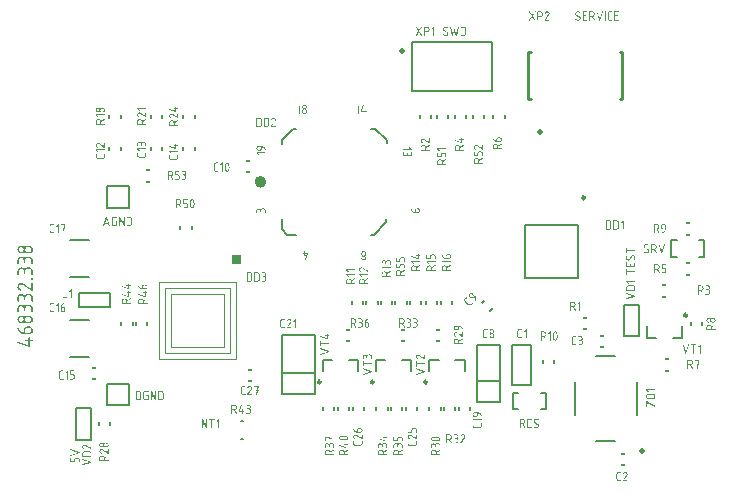
<source format=gto>
G04 Layer_Color=65535*
%FSLAX44Y44*%
%MOMM*%
G71*
G01*
G75*
%ADD31C,0.2000*%
%ADD33C,0.5000*%
%ADD55C,0.2500*%
%ADD56C,0.5000*%
%ADD57C,0.2540*%
%ADD58C,0.0254*%
%ADD59C,0.1500*%
%ADD60R,0.3960X0.1500*%
%ADD61R,0.3556X0.1500*%
%ADD62R,0.1500X0.3556*%
%ADD63R,0.1500X0.3960*%
G04:AMPARAMS|DCode=64|XSize=0.396mm|YSize=0.15mm|CornerRadius=0mm|HoleSize=0mm|Usage=FLASHONLY|Rotation=45.000|XOffset=0mm|YOffset=0mm|HoleType=Round|Shape=Rectangle|*
%AMROTATEDRECTD64*
4,1,4,-0.0870,-0.1930,-0.1930,-0.0870,0.0870,0.1930,0.1930,0.0870,-0.0870,-0.1930,0.0*
%
%ADD64ROTATEDRECTD64*%

G04:AMPARAMS|DCode=65|XSize=0.3556mm|YSize=0.15mm|CornerRadius=0mm|HoleSize=0mm|Usage=FLASHONLY|Rotation=45.000|XOffset=0mm|YOffset=0mm|HoleType=Round|Shape=Rectangle|*
%AMROTATEDRECTD65*
4,1,4,-0.0727,-0.1788,-0.1788,-0.0727,0.0727,0.1788,0.1788,0.0727,-0.0727,-0.1788,0.0*
%
%ADD65ROTATEDRECTD65*%

G36*
X123157Y155002D02*
X123215Y154973D01*
X123288Y154914D01*
X123361Y154856D01*
X123405Y154753D01*
X123420Y154622D01*
Y153846D01*
X124663D01*
X124737Y153832D01*
X124795Y153802D01*
X124868Y153744D01*
X124942Y153685D01*
X124985Y153583D01*
X125000Y153451D01*
Y153437D01*
Y153393D01*
X124985Y153320D01*
X124956Y153261D01*
X124898Y153188D01*
X124839Y153115D01*
X124737Y153071D01*
X124605Y153056D01*
X123420D01*
Y150686D01*
Y150672D01*
Y150628D01*
X123405Y150554D01*
X123376Y150496D01*
X123332Y150423D01*
X123259Y150350D01*
X123171Y150306D01*
X123040Y150291D01*
X122996D01*
X122922Y150306D01*
X117407Y151886D01*
X117392D01*
X117363Y151900D01*
X117261Y151959D01*
X117202Y152017D01*
X117158Y152076D01*
X117129Y152164D01*
X117114Y152266D01*
Y152281D01*
Y152325D01*
X117129Y152398D01*
X117158Y152471D01*
X117217Y152529D01*
X117275Y152603D01*
X117378Y152647D01*
X117509Y152661D01*
X117538D01*
X117626Y152632D01*
X122630Y151198D01*
Y153056D01*
X121401D01*
X121328Y153071D01*
X121255Y153100D01*
X121196Y153159D01*
X121123Y153217D01*
X121079Y153320D01*
X121064Y153451D01*
Y153466D01*
Y153510D01*
X121079Y153583D01*
X121108Y153656D01*
X121167Y153715D01*
X121225Y153788D01*
X121328Y153832D01*
X121459Y153846D01*
X122630D01*
Y154622D01*
Y154636D01*
Y154680D01*
X122645Y154753D01*
X122674Y154826D01*
X122732Y154885D01*
X122791Y154958D01*
X122893Y155002D01*
X123025Y155017D01*
X123083D01*
X123157Y155002D01*
D02*
G37*
G36*
X124707Y148711D02*
X124795Y148667D01*
X124883Y148594D01*
X124898Y148579D01*
X124942Y148521D01*
X124985Y148433D01*
X125000Y148316D01*
Y148301D01*
Y148272D01*
X124971Y148184D01*
X124942Y148126D01*
X124912Y148067D01*
X124854Y148009D01*
X124781Y147965D01*
X121854Y146502D01*
Y146487D01*
Y146458D01*
Y146414D01*
Y146355D01*
Y144790D01*
X124678D01*
X124737Y144775D01*
X124810Y144746D01*
X124883Y144688D01*
X124942Y144629D01*
X124985Y144527D01*
X125000Y144395D01*
Y144380D01*
Y144337D01*
X124985Y144263D01*
X124956Y144205D01*
X124912Y144132D01*
X124839Y144059D01*
X124751Y144015D01*
X124620Y144000D01*
X117451D01*
X117378Y144015D01*
X117304Y144044D01*
X117246Y144088D01*
X117173Y144161D01*
X117129Y144249D01*
X117114Y144380D01*
Y146355D01*
Y146370D01*
Y146399D01*
Y146458D01*
X117129Y146516D01*
Y146604D01*
X117143Y146707D01*
X117202Y146926D01*
X117290Y147189D01*
X117407Y147467D01*
X117582Y147760D01*
X117699Y147892D01*
X117816Y148023D01*
X117831Y148038D01*
X117846Y148053D01*
X117890Y148082D01*
X117934Y148140D01*
X118080Y148243D01*
X118285Y148375D01*
X118519Y148506D01*
X118811Y148623D01*
X119133Y148696D01*
X119309Y148711D01*
X119484Y148726D01*
X119558D01*
X119645Y148711D01*
X119748D01*
X119879Y148682D01*
X120026Y148652D01*
X120201Y148609D01*
X120377Y148550D01*
X120552Y148477D01*
X120743Y148375D01*
X120918Y148272D01*
X121094Y148126D01*
X121269Y147965D01*
X121430Y147775D01*
X121562Y147555D01*
X121679Y147306D01*
X124429Y148682D01*
X124444Y148696D01*
X124488Y148711D01*
X124546Y148726D01*
X124649D01*
X124707Y148711D01*
D02*
G37*
G36*
X110707D02*
X110795Y148667D01*
X110883Y148594D01*
X110898Y148579D01*
X110941Y148521D01*
X110985Y148433D01*
X111000Y148316D01*
Y148301D01*
Y148272D01*
X110971Y148184D01*
X110941Y148126D01*
X110912Y148067D01*
X110854Y148009D01*
X110781Y147965D01*
X107854Y146502D01*
Y146487D01*
Y146458D01*
Y146414D01*
Y146355D01*
Y144790D01*
X110678D01*
X110737Y144775D01*
X110810Y144746D01*
X110883Y144688D01*
X110941Y144629D01*
X110985Y144527D01*
X111000Y144395D01*
Y144380D01*
Y144337D01*
X110985Y144263D01*
X110956Y144205D01*
X110912Y144132D01*
X110839Y144059D01*
X110751Y144015D01*
X110620Y144000D01*
X103451D01*
X103378Y144015D01*
X103304Y144044D01*
X103246Y144088D01*
X103173Y144161D01*
X103129Y144249D01*
X103114Y144380D01*
Y146355D01*
Y146370D01*
Y146399D01*
Y146458D01*
X103129Y146516D01*
Y146604D01*
X103144Y146707D01*
X103202Y146926D01*
X103290Y147189D01*
X103407Y147467D01*
X103582Y147760D01*
X103699Y147892D01*
X103816Y148023D01*
X103831Y148038D01*
X103846Y148053D01*
X103890Y148082D01*
X103933Y148140D01*
X104080Y148243D01*
X104285Y148375D01*
X104519Y148506D01*
X104811Y148623D01*
X105133Y148696D01*
X105309Y148711D01*
X105484Y148726D01*
X105557D01*
X105645Y148711D01*
X105748D01*
X105879Y148682D01*
X106026Y148652D01*
X106201Y148609D01*
X106377Y148550D01*
X106552Y148477D01*
X106743Y148375D01*
X106918Y148272D01*
X107094Y148126D01*
X107269Y147965D01*
X107430Y147775D01*
X107562Y147555D01*
X107679Y147306D01*
X110429Y148682D01*
X110444Y148696D01*
X110488Y148711D01*
X110547Y148726D01*
X110649D01*
X110707Y148711D01*
D02*
G37*
G36*
X123171Y160532D02*
X123332Y160518D01*
X123522Y160474D01*
X123742Y160401D01*
X123976Y160298D01*
X124210Y160152D01*
X124429Y159962D01*
X124459Y159932D01*
X124517Y159859D01*
X124605Y159742D01*
X124707Y159581D01*
X124824Y159376D01*
X124912Y159143D01*
X124971Y158864D01*
X125000Y158572D01*
Y158557D01*
Y158543D01*
Y158499D01*
X124985Y158440D01*
X124971Y158279D01*
X124927Y158089D01*
X124868Y157870D01*
X124766Y157635D01*
X124634Y157401D01*
X124444Y157182D01*
X124415Y157153D01*
X124342Y157094D01*
X124225Y157006D01*
X124049Y156904D01*
X123859Y156787D01*
X123610Y156699D01*
X123347Y156641D01*
X123054Y156611D01*
X120538D01*
X120450Y156626D01*
X120333Y156641D01*
X120201Y156655D01*
X120040Y156685D01*
X119879Y156728D01*
X119514Y156831D01*
X119323Y156904D01*
X119119Y156977D01*
X118914Y157080D01*
X118724Y157197D01*
X118519Y157328D01*
X118329Y157489D01*
X118314Y157504D01*
X118299Y157519D01*
X118255Y157562D01*
X118197Y157606D01*
X118065Y157753D01*
X117890Y157943D01*
X117714Y158162D01*
X117524Y158411D01*
X117363Y158703D01*
X117217Y158996D01*
Y159011D01*
X117202Y159040D01*
X117158Y159128D01*
X117129Y159245D01*
X117114Y159362D01*
Y159376D01*
Y159420D01*
X117129Y159494D01*
X117158Y159567D01*
X117217Y159625D01*
X117275Y159698D01*
X117378Y159742D01*
X117509Y159757D01*
X117553D01*
X117612Y159742D01*
X117670Y159728D01*
X117787Y159669D01*
X117831Y159625D01*
X117860Y159552D01*
Y159537D01*
X117875Y159508D01*
X117890Y159464D01*
X117904Y159406D01*
X117977Y159245D01*
X118080Y159040D01*
X118211Y158791D01*
X118402Y158543D01*
X118636Y158279D01*
X118914Y158031D01*
X118943Y158001D01*
X119031Y157943D01*
X119163Y157855D01*
X119323Y157753D01*
X119528Y157650D01*
X119762Y157562D01*
X120011Y157475D01*
X120274Y157431D01*
Y158572D01*
Y158587D01*
Y158616D01*
Y158660D01*
X120289Y158718D01*
X120304Y158864D01*
X120347Y159055D01*
X120421Y159289D01*
X120523Y159523D01*
X120669Y159757D01*
X120860Y159976D01*
X120889Y160006D01*
X120962Y160064D01*
X121079Y160152D01*
X121240Y160269D01*
X121445Y160371D01*
X121679Y160459D01*
X121957Y160518D01*
X122249Y160547D01*
X123113D01*
X123171Y160532D01*
D02*
G37*
G36*
X530641Y153486D02*
X537707Y151145D01*
X537722D01*
X537751Y151131D01*
X537854Y151058D01*
X537912Y150999D01*
X537956Y150941D01*
X537985Y150853D01*
X538000Y150751D01*
Y150736D01*
Y150707D01*
X537985Y150648D01*
X537956Y150590D01*
X537927Y150531D01*
X537883Y150458D01*
X537810Y150399D01*
X537707Y150356D01*
X530641Y148015D01*
X530626D01*
X530597Y148000D01*
X530509Y147985D01*
X530451D01*
X530378Y148000D01*
X530304Y148029D01*
X530246Y148088D01*
X530173Y148146D01*
X530129Y148249D01*
X530114Y148380D01*
Y148395D01*
Y148424D01*
X530129Y148483D01*
X530144Y148541D01*
X530187Y148600D01*
X530231Y148658D01*
X530304Y148717D01*
X530392Y148761D01*
X536361Y150751D01*
X530392Y152740D01*
X530378D01*
X530348Y152755D01*
X530246Y152828D01*
X530202Y152872D01*
X530158Y152945D01*
X530129Y153018D01*
X530114Y153121D01*
Y153135D01*
Y153179D01*
X530129Y153252D01*
X530158Y153326D01*
X530217Y153384D01*
X530275Y153457D01*
X530378Y153501D01*
X530509Y153516D01*
X530553D01*
X530641Y153486D01*
D02*
G37*
G36*
X77237Y24822D02*
X77295Y24793D01*
X77368Y24735D01*
X77442Y24676D01*
X77485Y24574D01*
X77500Y24442D01*
Y21282D01*
Y21267D01*
Y21223D01*
X77485Y21150D01*
X77456Y21092D01*
X77412Y21019D01*
X77339Y20945D01*
X77251Y20902D01*
X77120Y20887D01*
X77090D01*
X77046Y20902D01*
X76959Y20916D01*
X76885Y20960D01*
X72248Y23842D01*
X72233Y23857D01*
X72189Y23871D01*
X72131Y23901D01*
X72043Y23945D01*
X71940Y23988D01*
X71838Y24018D01*
X71721Y24032D01*
X71589Y24047D01*
X71501D01*
X71414Y24032D01*
X71297Y24003D01*
X71180Y23959D01*
X71033Y23901D01*
X70887Y23813D01*
X70755Y23696D01*
X70741Y23681D01*
X70697Y23637D01*
X70638Y23564D01*
X70580Y23462D01*
X70521Y23345D01*
X70463Y23198D01*
X70419Y23038D01*
X70404Y22862D01*
Y22833D01*
X70419Y22745D01*
X70463Y22613D01*
X70521Y22452D01*
X70653Y22262D01*
X70726Y22160D01*
X70828Y22057D01*
X70931Y21955D01*
X71077Y21852D01*
X71224Y21735D01*
X71399Y21633D01*
X71414D01*
X71428Y21618D01*
X71487Y21545D01*
X71560Y21443D01*
X71575Y21370D01*
X71589Y21282D01*
Y21267D01*
Y21223D01*
X71575Y21150D01*
X71545Y21092D01*
X71487Y21019D01*
X71428Y20945D01*
X71326Y20902D01*
X71194Y20887D01*
X71136D01*
X71092Y20902D01*
X71033Y20931D01*
X71019Y20945D01*
X70975Y20960D01*
X70902Y21004D01*
X70814Y21062D01*
X70697Y21135D01*
X70580Y21223D01*
X70463Y21326D01*
X70317Y21443D01*
X70068Y21721D01*
X69936Y21882D01*
X69834Y22057D01*
X69746Y22233D01*
X69673Y22438D01*
X69629Y22643D01*
X69614Y22862D01*
Y22877D01*
Y22906D01*
Y22935D01*
X69629Y22994D01*
X69644Y23154D01*
X69687Y23345D01*
X69760Y23564D01*
X69863Y23798D01*
X70009Y24032D01*
X70199Y24252D01*
X70229Y24281D01*
X70302Y24340D01*
X70419Y24442D01*
X70580Y24544D01*
X70785Y24647D01*
X71019Y24749D01*
X71297Y24808D01*
X71589Y24837D01*
X71692D01*
X71794Y24822D01*
X71940Y24793D01*
X72116Y24749D01*
X72306Y24676D01*
X72511Y24588D01*
X72730Y24471D01*
X76710Y21999D01*
Y24442D01*
Y24457D01*
Y24501D01*
X76725Y24574D01*
X76754Y24647D01*
X76812Y24705D01*
X76871Y24778D01*
X76973Y24822D01*
X77105Y24837D01*
X77164D01*
X77237Y24822D01*
D02*
G37*
G36*
X537737Y163757D02*
X537810Y163728D01*
X537883Y163669D01*
X537942Y163611D01*
X537985Y163508D01*
X538000Y163377D01*
Y163362D01*
Y163318D01*
X537985Y163245D01*
X537956Y163186D01*
X537912Y163113D01*
X537839Y163040D01*
X537751Y162996D01*
X537620Y162981D01*
X531460D01*
X532367Y162060D01*
X532382Y162045D01*
X532426Y161987D01*
X532470Y161899D01*
X532484Y161796D01*
Y161782D01*
Y161738D01*
X532470Y161665D01*
X532440Y161606D01*
X532382Y161533D01*
X532323Y161460D01*
X532221Y161416D01*
X532089Y161402D01*
X532060D01*
X531987Y161416D01*
X531899Y161445D01*
X531811Y161504D01*
X530275Y163055D01*
X530261D01*
X530246Y163084D01*
X530187Y163157D01*
X530144Y163260D01*
X530114Y163318D01*
Y163377D01*
Y163391D01*
Y163435D01*
X530129Y163508D01*
X530158Y163581D01*
X530217Y163640D01*
X530275Y163713D01*
X530378Y163757D01*
X530509Y163772D01*
X537678D01*
X537737Y163757D01*
D02*
G37*
G36*
X536171Y159807D02*
X536332Y159792D01*
X536522Y159748D01*
X536742Y159675D01*
X536976Y159573D01*
X537210Y159426D01*
X537429Y159236D01*
X537459Y159207D01*
X537517Y159134D01*
X537605Y159017D01*
X537707Y158856D01*
X537824Y158651D01*
X537912Y158417D01*
X537971Y158139D01*
X538000Y157846D01*
Y155476D01*
Y155462D01*
Y155418D01*
X537985Y155359D01*
X537956Y155286D01*
X537912Y155213D01*
X537839Y155154D01*
X537751Y155110D01*
X537620Y155096D01*
X530451D01*
X530378Y155110D01*
X530304Y155140D01*
X530246Y155183D01*
X530173Y155257D01*
X530129Y155344D01*
X530114Y155476D01*
Y157846D01*
Y157861D01*
Y157890D01*
Y157934D01*
X530129Y157993D01*
X530144Y158139D01*
X530187Y158329D01*
X530246Y158563D01*
X530348Y158797D01*
X530495Y159031D01*
X530685Y159251D01*
X530714Y159280D01*
X530787Y159339D01*
X530904Y159426D01*
X531080Y159543D01*
X531285Y159646D01*
X531519Y159734D01*
X531782Y159792D01*
X532089Y159821D01*
X536113D01*
X536171Y159807D01*
D02*
G37*
G36*
X109157Y155002D02*
X109215Y154973D01*
X109288Y154914D01*
X109361Y154856D01*
X109405Y154753D01*
X109420Y154622D01*
Y153846D01*
X110663D01*
X110737Y153832D01*
X110795Y153802D01*
X110868Y153744D01*
X110941Y153685D01*
X110985Y153583D01*
X111000Y153451D01*
Y153437D01*
Y153393D01*
X110985Y153320D01*
X110956Y153261D01*
X110898Y153188D01*
X110839Y153115D01*
X110737Y153071D01*
X110605Y153056D01*
X109420D01*
Y150686D01*
Y150672D01*
Y150628D01*
X109405Y150554D01*
X109376Y150496D01*
X109332Y150423D01*
X109259Y150350D01*
X109171Y150306D01*
X109039Y150291D01*
X108996D01*
X108923Y150306D01*
X103407Y151886D01*
X103392D01*
X103363Y151900D01*
X103260Y151959D01*
X103202Y152017D01*
X103158Y152076D01*
X103129Y152164D01*
X103114Y152266D01*
Y152281D01*
Y152325D01*
X103129Y152398D01*
X103158Y152471D01*
X103217Y152529D01*
X103275Y152603D01*
X103378Y152647D01*
X103509Y152661D01*
X103539D01*
X103626Y152632D01*
X108630Y151198D01*
Y153056D01*
X107401D01*
X107328Y153071D01*
X107255Y153100D01*
X107196Y153159D01*
X107123Y153217D01*
X107079Y153320D01*
X107064Y153451D01*
Y153466D01*
Y153510D01*
X107079Y153583D01*
X107108Y153656D01*
X107167Y153715D01*
X107225Y153788D01*
X107328Y153832D01*
X107459Y153846D01*
X108630D01*
Y154622D01*
Y154636D01*
Y154680D01*
X108645Y154753D01*
X108674Y154826D01*
X108732Y154885D01*
X108791Y154958D01*
X108893Y155002D01*
X109025Y155017D01*
X109083D01*
X109157Y155002D01*
D02*
G37*
G36*
X293157Y27002D02*
X293215Y26973D01*
X293288Y26914D01*
X293361Y26856D01*
X293405Y26753D01*
X293420Y26622D01*
Y25846D01*
X294664D01*
X294737Y25832D01*
X294795Y25802D01*
X294868Y25744D01*
X294942Y25685D01*
X294985Y25583D01*
X295000Y25451D01*
Y25437D01*
Y25393D01*
X294985Y25320D01*
X294956Y25261D01*
X294898Y25188D01*
X294839Y25115D01*
X294737Y25071D01*
X294605Y25056D01*
X293420D01*
Y22686D01*
Y22671D01*
Y22628D01*
X293405Y22554D01*
X293376Y22496D01*
X293332Y22423D01*
X293259Y22350D01*
X293171Y22306D01*
X293039Y22291D01*
X292996D01*
X292922Y22306D01*
X287407Y23886D01*
X287392D01*
X287363Y23900D01*
X287260Y23959D01*
X287202Y24018D01*
X287158Y24076D01*
X287129Y24164D01*
X287114Y24266D01*
Y24281D01*
Y24325D01*
X287129Y24398D01*
X287158Y24471D01*
X287217Y24530D01*
X287275Y24603D01*
X287378Y24647D01*
X287509Y24661D01*
X287539D01*
X287626Y24632D01*
X292630Y23198D01*
Y25056D01*
X291401D01*
X291328Y25071D01*
X291255Y25100D01*
X291196Y25159D01*
X291123Y25217D01*
X291079Y25320D01*
X291064Y25451D01*
Y25466D01*
Y25510D01*
X291079Y25583D01*
X291108Y25656D01*
X291167Y25715D01*
X291225Y25788D01*
X291328Y25832D01*
X291459Y25846D01*
X292630D01*
Y26622D01*
Y26636D01*
Y26680D01*
X292645Y26753D01*
X292674Y26827D01*
X292732Y26885D01*
X292791Y26958D01*
X292893Y27002D01*
X293025Y27017D01*
X293083D01*
X293157Y27002D01*
D02*
G37*
G36*
X294707Y20711D02*
X294795Y20667D01*
X294883Y20594D01*
X294898Y20579D01*
X294942Y20521D01*
X294985Y20433D01*
X295000Y20316D01*
Y20301D01*
Y20272D01*
X294971Y20184D01*
X294942Y20126D01*
X294912Y20067D01*
X294854Y20009D01*
X294781Y19965D01*
X291854Y18502D01*
Y18487D01*
Y18458D01*
Y18414D01*
Y18355D01*
Y16790D01*
X294678D01*
X294737Y16775D01*
X294810Y16746D01*
X294883Y16688D01*
X294942Y16629D01*
X294985Y16527D01*
X295000Y16395D01*
Y16380D01*
Y16336D01*
X294985Y16263D01*
X294956Y16205D01*
X294912Y16132D01*
X294839Y16058D01*
X294751Y16015D01*
X294620Y16000D01*
X287451D01*
X287378Y16015D01*
X287304Y16044D01*
X287246Y16088D01*
X287173Y16161D01*
X287129Y16249D01*
X287114Y16380D01*
Y18355D01*
Y18370D01*
Y18399D01*
Y18458D01*
X287129Y18516D01*
Y18604D01*
X287143Y18707D01*
X287202Y18926D01*
X287290Y19189D01*
X287407Y19467D01*
X287582Y19760D01*
X287699Y19892D01*
X287817Y20023D01*
X287831Y20038D01*
X287846Y20053D01*
X287890Y20082D01*
X287934Y20140D01*
X288080Y20243D01*
X288285Y20375D01*
X288519Y20506D01*
X288811Y20623D01*
X289133Y20696D01*
X289309Y20711D01*
X289484Y20726D01*
X289557D01*
X289645Y20711D01*
X289748D01*
X289879Y20682D01*
X290026Y20652D01*
X290201Y20609D01*
X290377Y20550D01*
X290552Y20477D01*
X290742Y20375D01*
X290918Y20272D01*
X291094Y20126D01*
X291269Y19965D01*
X291430Y19775D01*
X291562Y19555D01*
X291679Y19306D01*
X294429Y20682D01*
X294444Y20696D01*
X294488Y20711D01*
X294547Y20726D01*
X294649D01*
X294707Y20711D01*
D02*
G37*
G36*
X282707D02*
X282795Y20667D01*
X282883Y20594D01*
X282898Y20579D01*
X282941Y20521D01*
X282985Y20433D01*
X283000Y20316D01*
Y20301D01*
Y20272D01*
X282971Y20184D01*
X282941Y20126D01*
X282912Y20067D01*
X282854Y20009D01*
X282780Y19965D01*
X279855Y18502D01*
Y18487D01*
Y18458D01*
Y18414D01*
Y18355D01*
Y16790D01*
X282678D01*
X282737Y16775D01*
X282810Y16746D01*
X282883Y16688D01*
X282941Y16629D01*
X282985Y16527D01*
X283000Y16395D01*
Y16380D01*
Y16336D01*
X282985Y16263D01*
X282956Y16205D01*
X282912Y16132D01*
X282839Y16058D01*
X282751Y16015D01*
X282620Y16000D01*
X275451D01*
X275378Y16015D01*
X275304Y16044D01*
X275246Y16088D01*
X275173Y16161D01*
X275129Y16249D01*
X275114Y16380D01*
Y18355D01*
Y18370D01*
Y18399D01*
Y18458D01*
X275129Y18516D01*
Y18604D01*
X275144Y18707D01*
X275202Y18926D01*
X275290Y19189D01*
X275407Y19467D01*
X275582Y19760D01*
X275699Y19892D01*
X275816Y20023D01*
X275831Y20038D01*
X275846Y20053D01*
X275890Y20082D01*
X275933Y20140D01*
X276080Y20243D01*
X276285Y20375D01*
X276519Y20506D01*
X276811Y20623D01*
X277133Y20696D01*
X277309Y20711D01*
X277484Y20726D01*
X277558D01*
X277645Y20711D01*
X277748D01*
X277879Y20682D01*
X278026Y20652D01*
X278201Y20609D01*
X278377Y20550D01*
X278552Y20477D01*
X278743Y20375D01*
X278918Y20272D01*
X279094Y20126D01*
X279269Y19965D01*
X279430Y19775D01*
X279562Y19555D01*
X279679Y19306D01*
X282429Y20682D01*
X282444Y20696D01*
X282488Y20711D01*
X282547Y20726D01*
X282649D01*
X282707Y20711D01*
D02*
G37*
G36*
X291416Y32532D02*
X291562D01*
X291723Y32518D01*
X291898Y32503D01*
X292279Y32459D01*
X292688Y32401D01*
X293098Y32313D01*
X293508Y32196D01*
X293522D01*
X293566Y32167D01*
X293639Y32137D01*
X293742Y32093D01*
X293859Y32050D01*
X293976Y31976D01*
X294254Y31801D01*
X294532Y31581D01*
X294649Y31435D01*
X294766Y31289D01*
X294868Y31128D01*
X294942Y30967D01*
X294985Y30777D01*
X295000Y30572D01*
Y30557D01*
Y30528D01*
X294985Y30470D01*
X294971Y30396D01*
X294956Y30294D01*
X294927Y30192D01*
X294868Y30074D01*
X294810Y29957D01*
X294737Y29826D01*
X294634Y29694D01*
X294517Y29548D01*
X294371Y29416D01*
X294195Y29284D01*
X294005Y29167D01*
X293771Y29050D01*
X293508Y28948D01*
X293493D01*
X293464Y28933D01*
X293405Y28919D01*
X293332Y28889D01*
X293230Y28875D01*
X293113Y28846D01*
X292966Y28816D01*
X292820Y28787D01*
X292645Y28743D01*
X292454Y28714D01*
X292264Y28685D01*
X292045Y28670D01*
X291576Y28626D01*
X291064Y28611D01*
X290830D01*
X290699Y28626D01*
X290567D01*
X290406Y28641D01*
X290231Y28655D01*
X289850Y28699D01*
X289440Y28758D01*
X289016Y28831D01*
X288621Y28948D01*
X288606D01*
X288563Y28977D01*
X288475Y29006D01*
X288387Y29050D01*
X288270Y29094D01*
X288138Y29167D01*
X287860Y29343D01*
X287597Y29577D01*
X287465Y29709D01*
X287348Y29855D01*
X287246Y30016D01*
X287173Y30177D01*
X287129Y30367D01*
X287114Y30572D01*
Y30587D01*
Y30616D01*
X287129Y30674D01*
X287143Y30747D01*
X287158Y30850D01*
X287187Y30952D01*
X287246Y31069D01*
X287304Y31186D01*
X287378Y31318D01*
X287480Y31464D01*
X287597Y31596D01*
X287743Y31728D01*
X287919Y31859D01*
X288124Y31976D01*
X288358Y32093D01*
X288621Y32196D01*
X288636D01*
X288665Y32211D01*
X288724Y32225D01*
X288811Y32254D01*
X288899Y32284D01*
X289016Y32313D01*
X289163Y32342D01*
X289309Y32371D01*
X289484Y32401D01*
X289674Y32430D01*
X290084Y32489D01*
X290552Y32532D01*
X291064Y32547D01*
X291299D01*
X291416Y32532D01*
D02*
G37*
G36*
X198516Y58871D02*
X198604D01*
X198707Y58857D01*
X198926Y58798D01*
X199189Y58710D01*
X199467Y58593D01*
X199760Y58418D01*
X199892Y58301D01*
X200023Y58183D01*
X200038Y58169D01*
X200053Y58154D01*
X200082Y58110D01*
X200140Y58067D01*
X200243Y57920D01*
X200375Y57715D01*
X200506Y57481D01*
X200623Y57189D01*
X200696Y56867D01*
X200711Y56691D01*
X200726Y56516D01*
Y56501D01*
Y56442D01*
X200711Y56355D01*
Y56252D01*
X200682Y56121D01*
X200653Y55974D01*
X200609Y55799D01*
X200550Y55623D01*
X200477Y55448D01*
X200375Y55257D01*
X200272Y55082D01*
X200126Y54906D01*
X199965Y54731D01*
X199775Y54570D01*
X199555Y54438D01*
X199307Y54321D01*
X200682Y51571D01*
X200696Y51556D01*
X200711Y51512D01*
X200726Y51453D01*
Y51380D01*
Y51351D01*
X200711Y51293D01*
X200667Y51205D01*
X200594Y51117D01*
X200579Y51102D01*
X200521Y51059D01*
X200433Y51015D01*
X200316Y51000D01*
X200272D01*
X200184Y51029D01*
X200126Y51059D01*
X200067Y51088D01*
X200009Y51146D01*
X199965Y51220D01*
X198502Y54145D01*
X196790D01*
Y51380D01*
Y51366D01*
Y51322D01*
X196775Y51263D01*
X196746Y51190D01*
X196688Y51117D01*
X196629Y51059D01*
X196527Y51015D01*
X196395Y51000D01*
X196336D01*
X196263Y51015D01*
X196205Y51044D01*
X196132Y51088D01*
X196059Y51161D01*
X196015Y51249D01*
X196000Y51380D01*
Y58491D01*
Y58505D01*
Y58549D01*
X196015Y58622D01*
X196044Y58696D01*
X196088Y58754D01*
X196161Y58827D01*
X196249Y58871D01*
X196380Y58886D01*
X198458D01*
X198516Y58871D01*
D02*
G37*
G36*
X109157Y161308D02*
X109215Y161278D01*
X109288Y161220D01*
X109361Y161161D01*
X109405Y161059D01*
X109420Y160927D01*
Y160152D01*
X110663D01*
X110737Y160137D01*
X110795Y160108D01*
X110868Y160049D01*
X110941Y159991D01*
X110985Y159889D01*
X111000Y159757D01*
Y159742D01*
Y159698D01*
X110985Y159625D01*
X110956Y159567D01*
X110898Y159494D01*
X110839Y159420D01*
X110737Y159376D01*
X110605Y159362D01*
X109420D01*
Y156992D01*
Y156977D01*
Y156933D01*
X109405Y156860D01*
X109376Y156802D01*
X109332Y156728D01*
X109259Y156655D01*
X109171Y156611D01*
X109039Y156597D01*
X108996D01*
X108923Y156611D01*
X103407Y158191D01*
X103392D01*
X103363Y158206D01*
X103260Y158265D01*
X103202Y158323D01*
X103158Y158382D01*
X103129Y158469D01*
X103114Y158572D01*
Y158587D01*
Y158630D01*
X103129Y158703D01*
X103158Y158777D01*
X103217Y158835D01*
X103275Y158908D01*
X103378Y158952D01*
X103509Y158967D01*
X103539D01*
X103626Y158938D01*
X108630Y157504D01*
Y159362D01*
X107401D01*
X107328Y159376D01*
X107255Y159406D01*
X107196Y159464D01*
X107123Y159523D01*
X107079Y159625D01*
X107064Y159757D01*
Y159772D01*
Y159816D01*
X107079Y159889D01*
X107108Y159962D01*
X107167Y160020D01*
X107225Y160093D01*
X107328Y160137D01*
X107459Y160152D01*
X108630D01*
Y160927D01*
Y160942D01*
Y160986D01*
X108645Y161059D01*
X108674Y161132D01*
X108732Y161191D01*
X108791Y161264D01*
X108893Y161308D01*
X109025Y161322D01*
X109083D01*
X109157Y161308D01*
D02*
G37*
G36*
X210704Y58871D02*
X210865Y58857D01*
X211055Y58813D01*
X211274Y58740D01*
X211508Y58637D01*
X211742Y58491D01*
X211962Y58301D01*
X211991Y58271D01*
X212050Y58198D01*
X212152Y58067D01*
X212254Y57906D01*
X212357Y57701D01*
X212459Y57467D01*
X212518Y57203D01*
X212547Y56911D01*
Y56896D01*
Y56867D01*
Y56808D01*
X212532Y56750D01*
X212518Y56662D01*
X212503Y56560D01*
X212445Y56340D01*
X212357Y56091D01*
X212211Y55828D01*
X212123Y55696D01*
X212020Y55565D01*
X211903Y55448D01*
X211757Y55331D01*
X211772D01*
X211786Y55301D01*
X211874Y55228D01*
X212006Y55097D01*
X212152Y54906D01*
X212298Y54687D01*
X212430Y54409D01*
X212518Y54102D01*
X212532Y53926D01*
X212547Y53751D01*
Y52961D01*
Y52946D01*
Y52931D01*
Y52887D01*
X212532Y52829D01*
X212518Y52668D01*
X212474Y52478D01*
X212401Y52258D01*
X212298Y52024D01*
X212152Y51790D01*
X211962Y51571D01*
X211933Y51541D01*
X211859Y51483D01*
X211728Y51395D01*
X211567Y51293D01*
X211362Y51176D01*
X211128Y51088D01*
X210865Y51029D01*
X210572Y51000D01*
X208933D01*
X208860Y51015D01*
X208802Y51044D01*
X208728Y51102D01*
X208655Y51161D01*
X208611Y51263D01*
X208597Y51395D01*
Y51410D01*
Y51453D01*
X208611Y51527D01*
X208641Y51600D01*
X208699Y51658D01*
X208758Y51732D01*
X208860Y51775D01*
X208992Y51790D01*
X210660D01*
X210747Y51805D01*
X210865Y51834D01*
X210996Y51878D01*
X211128Y51936D01*
X211274Y52010D01*
X211406Y52126D01*
X211420Y52141D01*
X211464Y52185D01*
X211523Y52258D01*
X211581Y52361D01*
X211640Y52478D01*
X211698Y52624D01*
X211742Y52785D01*
X211757Y52961D01*
Y53751D01*
Y53765D01*
Y53838D01*
X211742Y53926D01*
X211713Y54043D01*
X211669Y54160D01*
X211611Y54307D01*
X211523Y54453D01*
X211406Y54584D01*
X211391Y54599D01*
X211347Y54643D01*
X211274Y54701D01*
X211172Y54760D01*
X211055Y54819D01*
X210908Y54877D01*
X210747Y54921D01*
X210572Y54936D01*
X209723D01*
X209650Y54950D01*
X209592Y54980D01*
X209519Y55038D01*
X209445Y55097D01*
X209401Y55199D01*
X209387Y55331D01*
Y55345D01*
Y55389D01*
X209401Y55462D01*
X209431Y55535D01*
X209489Y55594D01*
X209548Y55667D01*
X209650Y55711D01*
X209782Y55726D01*
X210660D01*
X210747Y55740D01*
X210865Y55770D01*
X210996Y55813D01*
X211128Y55872D01*
X211274Y55945D01*
X211406Y56062D01*
X211420Y56077D01*
X211464Y56121D01*
X211523Y56194D01*
X211581Y56296D01*
X211640Y56428D01*
X211698Y56574D01*
X211742Y56735D01*
X211757Y56911D01*
Y56925D01*
Y56999D01*
X211742Y57086D01*
X211713Y57203D01*
X211669Y57320D01*
X211611Y57467D01*
X211523Y57613D01*
X211406Y57745D01*
X211391Y57759D01*
X211347Y57803D01*
X211274Y57862D01*
X211172Y57920D01*
X211055Y57979D01*
X210908Y58037D01*
X210747Y58081D01*
X210572Y58096D01*
X208933D01*
X208860Y58110D01*
X208802Y58140D01*
X208728Y58198D01*
X208655Y58257D01*
X208611Y58359D01*
X208597Y58491D01*
Y58505D01*
Y58549D01*
X208611Y58622D01*
X208641Y58696D01*
X208699Y58754D01*
X208758Y58827D01*
X208860Y58871D01*
X208992Y58886D01*
X210645D01*
X210704Y58871D01*
D02*
G37*
G36*
X204398D02*
X204471Y58842D01*
X204529Y58783D01*
X204603Y58725D01*
X204647Y58622D01*
X204661Y58491D01*
Y58476D01*
Y58461D01*
X204632Y58374D01*
X203198Y53370D01*
X205056D01*
Y54541D01*
Y54555D01*
Y54599D01*
X205071Y54672D01*
X205100Y54745D01*
X205159Y54804D01*
X205217Y54877D01*
X205320Y54921D01*
X205451Y54936D01*
X205510D01*
X205583Y54921D01*
X205656Y54892D01*
X205715Y54833D01*
X205788Y54775D01*
X205832Y54672D01*
X205846Y54541D01*
Y53370D01*
X206680D01*
X206753Y53355D01*
X206826Y53326D01*
X206885Y53268D01*
X206958Y53209D01*
X207002Y53107D01*
X207017Y52975D01*
Y52961D01*
Y52917D01*
X207002Y52843D01*
X206973Y52785D01*
X206914Y52712D01*
X206856Y52639D01*
X206753Y52595D01*
X206622Y52580D01*
X205846D01*
Y51395D01*
Y51380D01*
Y51336D01*
X205832Y51263D01*
X205802Y51205D01*
X205744Y51132D01*
X205685Y51059D01*
X205583Y51015D01*
X205451Y51000D01*
X205393D01*
X205320Y51015D01*
X205261Y51044D01*
X205188Y51102D01*
X205115Y51161D01*
X205071Y51263D01*
X205056Y51395D01*
Y52580D01*
X202628D01*
X202554Y52595D01*
X202496Y52624D01*
X202423Y52668D01*
X202350Y52741D01*
X202306Y52829D01*
X202291Y52961D01*
Y52975D01*
Y53004D01*
X202306Y53078D01*
X203886Y58593D01*
Y58608D01*
X203900Y58637D01*
X203959Y58740D01*
X204017Y58798D01*
X204076Y58842D01*
X204164Y58871D01*
X204266Y58886D01*
X204325D01*
X204398Y58871D01*
D02*
G37*
G36*
X277157Y119098D02*
X277215Y119068D01*
X277288Y119010D01*
X277361Y118952D01*
X277405Y118849D01*
X277420Y118717D01*
Y117942D01*
X278664D01*
X278737Y117927D01*
X278795Y117898D01*
X278868Y117840D01*
X278941Y117781D01*
X278985Y117679D01*
X279000Y117547D01*
Y117532D01*
Y117488D01*
X278985Y117415D01*
X278956Y117357D01*
X278898Y117284D01*
X278839Y117211D01*
X278737Y117167D01*
X278605Y117152D01*
X277420D01*
Y114782D01*
Y114767D01*
Y114723D01*
X277405Y114650D01*
X277376Y114592D01*
X277332Y114518D01*
X277259Y114445D01*
X277171Y114401D01*
X277040Y114387D01*
X276996D01*
X276922Y114401D01*
X271407Y115982D01*
X271392D01*
X271363Y115996D01*
X271261Y116055D01*
X271202Y116113D01*
X271158Y116172D01*
X271129Y116259D01*
X271114Y116362D01*
Y116377D01*
Y116420D01*
X271129Y116494D01*
X271158Y116567D01*
X271217Y116625D01*
X271275Y116698D01*
X271378Y116742D01*
X271509Y116757D01*
X271539D01*
X271626Y116728D01*
X276630Y115294D01*
Y117152D01*
X275401D01*
X275328Y117167D01*
X275255Y117196D01*
X275196Y117254D01*
X275123Y117313D01*
X275079Y117415D01*
X275064Y117547D01*
Y117562D01*
Y117605D01*
X275079Y117679D01*
X275108Y117752D01*
X275167Y117810D01*
X275225Y117884D01*
X275328Y117927D01*
X275459Y117942D01*
X276630D01*
Y118717D01*
Y118732D01*
Y118776D01*
X276644Y118849D01*
X276674Y118922D01*
X276732Y118981D01*
X276791Y119054D01*
X276893Y119098D01*
X277025Y119112D01*
X277083D01*
X277157Y119098D01*
D02*
G37*
G36*
X271641Y112807D02*
X271699Y112778D01*
X271773Y112719D01*
X271846Y112660D01*
X271890Y112558D01*
X271904Y112426D01*
Y110861D01*
X278678D01*
X278737Y110846D01*
X278810Y110817D01*
X278883Y110758D01*
X278941Y110700D01*
X278985Y110597D01*
X279000Y110466D01*
Y110451D01*
Y110407D01*
X278985Y110334D01*
X278956Y110276D01*
X278912Y110203D01*
X278839Y110129D01*
X278751Y110085D01*
X278620Y110071D01*
X271904D01*
Y108491D01*
Y108476D01*
Y108432D01*
X271890Y108359D01*
X271860Y108301D01*
X271802Y108227D01*
X271743Y108154D01*
X271641Y108110D01*
X271509Y108096D01*
X271451D01*
X271378Y108110D01*
X271304Y108140D01*
X271246Y108198D01*
X271173Y108257D01*
X271129Y108359D01*
X271114Y108491D01*
Y112426D01*
Y112441D01*
Y112485D01*
X271129Y112558D01*
X271158Y112631D01*
X271217Y112690D01*
X271275Y112763D01*
X271378Y112807D01*
X271509Y112821D01*
X271568D01*
X271641Y112807D01*
D02*
G37*
G36*
X307641Y95807D02*
X307699Y95778D01*
X307773Y95719D01*
X307846Y95660D01*
X307890Y95558D01*
X307904Y95426D01*
Y93861D01*
X314678D01*
X314737Y93846D01*
X314810Y93817D01*
X314883Y93758D01*
X314942Y93700D01*
X314985Y93598D01*
X315000Y93466D01*
Y93451D01*
Y93407D01*
X314985Y93334D01*
X314956Y93276D01*
X314912Y93202D01*
X314839Y93129D01*
X314751Y93085D01*
X314620Y93071D01*
X307904D01*
Y91491D01*
Y91476D01*
Y91432D01*
X307890Y91359D01*
X307860Y91301D01*
X307802Y91227D01*
X307743Y91154D01*
X307641Y91110D01*
X307509Y91096D01*
X307451D01*
X307378Y91110D01*
X307304Y91140D01*
X307246Y91198D01*
X307173Y91257D01*
X307129Y91359D01*
X307114Y91491D01*
Y95426D01*
Y95441D01*
Y95485D01*
X307129Y95558D01*
X307158Y95631D01*
X307217Y95690D01*
X307275Y95763D01*
X307378Y95807D01*
X307509Y95821D01*
X307568D01*
X307641Y95807D01*
D02*
G37*
G36*
Y89486D02*
X314707Y87146D01*
X314722D01*
X314751Y87131D01*
X314854Y87058D01*
X314912Y86999D01*
X314956Y86941D01*
X314985Y86853D01*
X315000Y86750D01*
Y86736D01*
Y86707D01*
X314985Y86648D01*
X314956Y86590D01*
X314927Y86531D01*
X314883Y86458D01*
X314810Y86399D01*
X314707Y86355D01*
X307641Y84015D01*
X307626D01*
X307597Y84000D01*
X307509Y83985D01*
X307451D01*
X307378Y84000D01*
X307304Y84029D01*
X307246Y84088D01*
X307173Y84146D01*
X307129Y84249D01*
X307114Y84380D01*
Y84395D01*
Y84424D01*
X307129Y84483D01*
X307143Y84541D01*
X307187Y84600D01*
X307231Y84658D01*
X307304Y84717D01*
X307392Y84761D01*
X313361Y86750D01*
X307392Y88740D01*
X307378D01*
X307348Y88755D01*
X307246Y88828D01*
X307202Y88872D01*
X307158Y88945D01*
X307129Y89018D01*
X307114Y89121D01*
Y89135D01*
Y89179D01*
X307129Y89252D01*
X307158Y89326D01*
X307217Y89384D01*
X307275Y89457D01*
X307378Y89501D01*
X307509Y89516D01*
X307553D01*
X307641Y89486D01*
D02*
G37*
G36*
X510379Y391871D02*
X510452Y391842D01*
X510511Y391783D01*
X510584Y391725D01*
X510628Y391622D01*
X510643Y391491D01*
Y391476D01*
Y391447D01*
X510614Y391359D01*
X508273Y384293D01*
Y384278D01*
X508258Y384249D01*
X508185Y384146D01*
X508126Y384088D01*
X508068Y384044D01*
X507980Y384015D01*
X507878Y384000D01*
X507834D01*
X507775Y384015D01*
X507717Y384044D01*
X507658Y384073D01*
X507585Y384117D01*
X507526Y384190D01*
X507483Y384293D01*
X505142Y391359D01*
Y391374D01*
X505127Y391403D01*
X505112Y391491D01*
Y391505D01*
Y391549D01*
X505127Y391622D01*
X505156Y391696D01*
X505215Y391754D01*
X505273Y391827D01*
X505376Y391871D01*
X505507Y391886D01*
X505551D01*
X505610Y391871D01*
X505668Y391856D01*
X505727Y391813D01*
X505785Y391769D01*
X505844Y391696D01*
X505888Y391608D01*
X507878Y385639D01*
X509867Y391608D01*
Y391622D01*
X509882Y391652D01*
X509955Y391754D01*
X509999Y391798D01*
X510072Y391842D01*
X510145Y391871D01*
X510248Y391886D01*
X510306D01*
X510379Y391871D01*
D02*
G37*
G36*
X523781D02*
X523854Y391842D01*
X523913Y391783D01*
X523986Y391725D01*
X524030Y391622D01*
X524044Y391491D01*
Y391476D01*
Y391432D01*
X524030Y391359D01*
X524000Y391301D01*
X523942Y391227D01*
X523883Y391154D01*
X523781Y391110D01*
X523649Y391096D01*
X520899D01*
Y388726D01*
X522918D01*
X522991Y388711D01*
X523064Y388682D01*
X523122Y388623D01*
X523196Y388565D01*
X523240Y388462D01*
X523254Y388331D01*
Y388316D01*
Y388272D01*
X523240Y388199D01*
X523210Y388140D01*
X523152Y388067D01*
X523093Y387994D01*
X522991Y387950D01*
X522859Y387936D01*
X520899D01*
Y384790D01*
X523708D01*
X523781Y384775D01*
X523854Y384746D01*
X523913Y384688D01*
X523986Y384629D01*
X524030Y384527D01*
X524044Y384395D01*
Y384380D01*
Y384337D01*
X524030Y384263D01*
X524000Y384205D01*
X523942Y384132D01*
X523883Y384058D01*
X523781Y384015D01*
X523649Y384000D01*
X520445D01*
X520372Y384015D01*
X520313Y384044D01*
X520240Y384088D01*
X520167Y384161D01*
X520123Y384249D01*
X520109Y384380D01*
Y391491D01*
Y391505D01*
Y391549D01*
X520123Y391622D01*
X520153Y391696D01*
X520211Y391754D01*
X520270Y391827D01*
X520372Y391871D01*
X520504Y391886D01*
X523708D01*
X523781Y391871D01*
D02*
G37*
G36*
X271641Y106486D02*
X278707Y104145D01*
X278722D01*
X278751Y104131D01*
X278854Y104058D01*
X278912Y103999D01*
X278956Y103941D01*
X278985Y103853D01*
X279000Y103750D01*
Y103736D01*
Y103707D01*
X278985Y103648D01*
X278956Y103590D01*
X278927Y103531D01*
X278883Y103458D01*
X278810Y103399D01*
X278707Y103356D01*
X271641Y101015D01*
X271626D01*
X271597Y101000D01*
X271509Y100985D01*
X271451D01*
X271378Y101000D01*
X271304Y101029D01*
X271246Y101088D01*
X271173Y101146D01*
X271129Y101249D01*
X271114Y101380D01*
Y101395D01*
Y101424D01*
X271129Y101483D01*
X271143Y101541D01*
X271187Y101600D01*
X271231Y101658D01*
X271304Y101717D01*
X271392Y101761D01*
X277361Y103750D01*
X271392Y105740D01*
X271378D01*
X271348Y105755D01*
X271246Y105828D01*
X271202Y105872D01*
X271158Y105945D01*
X271129Y106018D01*
X271114Y106121D01*
Y106135D01*
Y106179D01*
X271129Y106252D01*
X271158Y106326D01*
X271217Y106384D01*
X271275Y106457D01*
X271378Y106501D01*
X271509Y106516D01*
X271553D01*
X271641Y106486D01*
D02*
G37*
G36*
X489312Y391871D02*
X489443Y391856D01*
X489590D01*
X489751Y391827D01*
X490087Y391783D01*
X490453Y391696D01*
X490789Y391593D01*
X490950Y391520D01*
X491096Y391447D01*
X491111D01*
X491126Y391418D01*
X491213Y391359D01*
X491287Y391242D01*
X491301Y391169D01*
X491316Y391096D01*
Y391067D01*
X491301Y390993D01*
X491272Y390905D01*
X491199Y390803D01*
X491184Y390788D01*
X491126Y390759D01*
X491038Y390715D01*
X490936Y390701D01*
X490892D01*
X490833Y390715D01*
X490760Y390730D01*
X490745D01*
X490716Y390745D01*
X490672Y390759D01*
X490599Y390788D01*
X490526Y390818D01*
X490424Y390847D01*
X490189Y390920D01*
X489926Y390979D01*
X489619Y391037D01*
X489297Y391081D01*
X488960Y391096D01*
X488887D01*
X488785Y391081D01*
X488683Y391052D01*
X488551Y391008D01*
X488405Y390949D01*
X488258Y390862D01*
X488126Y390745D01*
X488112Y390730D01*
X488068Y390686D01*
X488024Y390613D01*
X487966Y390510D01*
X487892Y390393D01*
X487849Y390247D01*
X487805Y390086D01*
X487790Y389911D01*
Y389896D01*
Y389881D01*
X487805Y389794D01*
X487819Y389662D01*
X487878Y389501D01*
X487951Y389325D01*
X488068Y389165D01*
X488229Y388989D01*
X488317Y388916D01*
X488434Y388857D01*
X490643Y387716D01*
X490658D01*
X490687Y387687D01*
X490745Y387658D01*
X490818Y387614D01*
X490979Y387482D01*
X491184Y387292D01*
X491389Y387043D01*
X491550Y386736D01*
X491623Y386575D01*
X491682Y386385D01*
X491711Y386180D01*
X491726Y385961D01*
Y385946D01*
Y385931D01*
Y385887D01*
X491711Y385829D01*
X491696Y385682D01*
X491652Y385492D01*
X491579Y385273D01*
X491477Y385039D01*
X491331Y384805D01*
X491140Y384571D01*
X491111Y384541D01*
X491038Y384483D01*
X490906Y384395D01*
X490745Y384293D01*
X490541Y384176D01*
X490307Y384088D01*
X490043Y384029D01*
X489751Y384000D01*
X489604D01*
X489502Y384015D01*
X489370Y384029D01*
X489224Y384044D01*
X489063Y384073D01*
X488873Y384102D01*
X488478Y384205D01*
X488258Y384278D01*
X488039Y384366D01*
X487819Y384454D01*
X487600Y384571D01*
X487380Y384702D01*
X487161Y384849D01*
X487132Y384878D01*
X487088Y384936D01*
X487029Y385039D01*
X487015Y385097D01*
X487000Y385170D01*
Y385185D01*
Y385200D01*
X487015Y385273D01*
X487044Y385361D01*
X487102Y385448D01*
X487117Y385463D01*
X487176Y385507D01*
X487263Y385551D01*
X487380Y385565D01*
X487395D01*
X487453Y385551D01*
X487527Y385536D01*
X487615Y385492D01*
X487629Y385478D01*
X487688Y385448D01*
X487761Y385405D01*
X487878Y385346D01*
X488039Y385273D01*
X488214Y385185D01*
X488434Y385068D01*
X488697Y384951D01*
X488726D01*
X488785Y384922D01*
X488887Y384907D01*
X489004Y384878D01*
X489165Y384849D01*
X489341Y384819D01*
X489546Y384805D01*
X489751Y384790D01*
X489838D01*
X489926Y384805D01*
X490043Y384834D01*
X490160Y384878D01*
X490307Y384936D01*
X490453Y385009D01*
X490584Y385126D01*
X490599Y385141D01*
X490643Y385185D01*
X490701Y385258D01*
X490760Y385361D01*
X490818Y385478D01*
X490877Y385624D01*
X490921Y385785D01*
X490936Y385961D01*
Y385975D01*
Y385990D01*
X490921Y386077D01*
X490906Y386209D01*
X490848Y386370D01*
X490775Y386546D01*
X490658Y386721D01*
X490497Y386882D01*
X490394Y386955D01*
X490277Y387029D01*
X488053Y388155D01*
X488039D01*
X488009Y388184D01*
X487951Y388214D01*
X487892Y388257D01*
X487717Y388389D01*
X487527Y388579D01*
X487337Y388828D01*
X487161Y389135D01*
X487102Y389311D01*
X487044Y389486D01*
X487015Y389691D01*
X487000Y389911D01*
Y389925D01*
Y389940D01*
Y389984D01*
X487015Y390042D01*
X487029Y390203D01*
X487073Y390393D01*
X487146Y390598D01*
X487234Y390832D01*
X487380Y391067D01*
X487571Y391301D01*
X487600Y391330D01*
X487673Y391388D01*
X487805Y391491D01*
X487966Y391593D01*
X488170Y391696D01*
X488405Y391798D01*
X488668Y391856D01*
X488960Y391886D01*
X489195D01*
X489312Y391871D01*
D02*
G37*
G36*
X313171Y101322D02*
X313332Y101308D01*
X313522Y101264D01*
X313742Y101191D01*
X313976Y101088D01*
X314210Y100942D01*
X314429Y100752D01*
X314459Y100723D01*
X314517Y100649D01*
X314605Y100518D01*
X314707Y100357D01*
X314824Y100152D01*
X314912Y99918D01*
X314971Y99655D01*
X315000Y99362D01*
Y97782D01*
Y97767D01*
Y97723D01*
X314985Y97650D01*
X314956Y97592D01*
X314898Y97519D01*
X314839Y97445D01*
X314737Y97402D01*
X314605Y97387D01*
X314547D01*
X314473Y97402D01*
X314400Y97431D01*
X314342Y97489D01*
X314268Y97548D01*
X314225Y97650D01*
X314210Y97782D01*
Y99362D01*
Y99391D01*
Y99450D01*
X314195Y99537D01*
X314166Y99655D01*
X314122Y99786D01*
X314064Y99918D01*
X313990Y100064D01*
X313874Y100196D01*
X313859Y100211D01*
X313815Y100254D01*
X313742Y100313D01*
X313639Y100371D01*
X313522Y100430D01*
X313376Y100489D01*
X313215Y100532D01*
X313039Y100547D01*
X312162D01*
X312074Y100532D01*
X311957Y100503D01*
X311840Y100459D01*
X311693Y100401D01*
X311547Y100313D01*
X311416Y100196D01*
X311401Y100181D01*
X311357Y100137D01*
X311299Y100064D01*
X311240Y99962D01*
X311182Y99845D01*
X311123Y99698D01*
X311079Y99537D01*
X311064Y99362D01*
Y98572D01*
Y98557D01*
Y98513D01*
X311050Y98440D01*
X311021Y98382D01*
X310962Y98308D01*
X310903Y98235D01*
X310801Y98191D01*
X310669Y98177D01*
X310611D01*
X310538Y98191D01*
X310465Y98221D01*
X310406Y98279D01*
X310333Y98338D01*
X310289Y98440D01*
X310274Y98572D01*
Y99362D01*
Y99391D01*
Y99450D01*
X310260Y99537D01*
X310231Y99655D01*
X310187Y99786D01*
X310128Y99918D01*
X310055Y100064D01*
X309938Y100196D01*
X309923Y100211D01*
X309879Y100254D01*
X309806Y100313D01*
X309704Y100371D01*
X309572Y100430D01*
X309426Y100489D01*
X309265Y100532D01*
X309089Y100547D01*
X309002D01*
X308914Y100532D01*
X308797Y100503D01*
X308680Y100459D01*
X308533Y100401D01*
X308387Y100313D01*
X308255Y100196D01*
X308241Y100181D01*
X308197Y100137D01*
X308138Y100064D01*
X308080Y99962D01*
X308021Y99845D01*
X307963Y99698D01*
X307919Y99537D01*
X307904Y99362D01*
Y97782D01*
Y97767D01*
Y97723D01*
X307890Y97650D01*
X307860Y97592D01*
X307802Y97519D01*
X307743Y97445D01*
X307641Y97402D01*
X307509Y97387D01*
X307451D01*
X307378Y97402D01*
X307304Y97431D01*
X307246Y97489D01*
X307173Y97548D01*
X307129Y97650D01*
X307114Y97782D01*
Y99362D01*
Y99377D01*
Y99406D01*
Y99435D01*
X307129Y99494D01*
X307143Y99655D01*
X307187Y99845D01*
X307260Y100064D01*
X307363Y100298D01*
X307509Y100532D01*
X307699Y100752D01*
X307729Y100781D01*
X307802Y100840D01*
X307934Y100942D01*
X308095Y101044D01*
X308299Y101147D01*
X308533Y101249D01*
X308797Y101308D01*
X309089Y101337D01*
X309192D01*
X309250Y101322D01*
X309338Y101308D01*
X309440Y101293D01*
X309660Y101235D01*
X309909Y101147D01*
X310172Y101000D01*
X310304Y100913D01*
X310435Y100810D01*
X310552Y100693D01*
X310669Y100547D01*
Y100562D01*
X310699Y100576D01*
X310772Y100664D01*
X310903Y100796D01*
X311094Y100942D01*
X311313Y101088D01*
X311591Y101220D01*
X311898Y101308D01*
X312074Y101322D01*
X312250Y101337D01*
X313113D01*
X313171Y101322D01*
D02*
G37*
G36*
X583252Y109871D02*
X583326Y109842D01*
X583384Y109783D01*
X583457Y109725D01*
X583501Y109622D01*
X583516Y109491D01*
Y109476D01*
Y109447D01*
X583486Y109359D01*
X581146Y102293D01*
Y102278D01*
X581131Y102249D01*
X581058Y102146D01*
X580999Y102088D01*
X580941Y102044D01*
X580853Y102015D01*
X580751Y102000D01*
X580707D01*
X580648Y102015D01*
X580590Y102044D01*
X580531Y102073D01*
X580458Y102117D01*
X580399Y102190D01*
X580355Y102293D01*
X578015Y109359D01*
Y109374D01*
X578000Y109403D01*
X577985Y109491D01*
Y109505D01*
Y109549D01*
X578000Y109622D01*
X578029Y109696D01*
X578088Y109754D01*
X578146Y109827D01*
X578249Y109871D01*
X578380Y109886D01*
X578424D01*
X578483Y109871D01*
X578541Y109857D01*
X578600Y109813D01*
X578658Y109769D01*
X578717Y109696D01*
X578761Y109608D01*
X580751Y103639D01*
X582740Y109608D01*
Y109622D01*
X582755Y109652D01*
X582828Y109754D01*
X582872Y109798D01*
X582945Y109842D01*
X583018Y109871D01*
X583121Y109886D01*
X583179D01*
X583252Y109871D01*
D02*
G37*
G36*
X593508D02*
X593581Y109842D01*
X593640Y109783D01*
X593713Y109725D01*
X593757Y109622D01*
X593772Y109491D01*
Y102380D01*
Y102366D01*
Y102322D01*
X593757Y102263D01*
X593728Y102190D01*
X593669Y102117D01*
X593611Y102058D01*
X593508Y102015D01*
X593377Y102000D01*
X593318D01*
X593245Y102015D01*
X593186Y102044D01*
X593113Y102088D01*
X593040Y102161D01*
X592996Y102249D01*
X592981Y102380D01*
Y108540D01*
X592060Y107633D01*
X592045Y107618D01*
X591987Y107574D01*
X591899Y107530D01*
X591796Y107516D01*
X591738D01*
X591665Y107530D01*
X591606Y107560D01*
X591533Y107618D01*
X591460Y107677D01*
X591416Y107779D01*
X591401Y107911D01*
Y107925D01*
Y107940D01*
X591416Y108013D01*
X591445Y108101D01*
X591504Y108189D01*
X593055Y109725D01*
Y109740D01*
X593084Y109754D01*
X593157Y109813D01*
X593260Y109857D01*
X593318Y109886D01*
X593435D01*
X593508Y109871D01*
D02*
G37*
G36*
X75671Y19307D02*
X75832Y19292D01*
X76022Y19248D01*
X76242Y19175D01*
X76476Y19073D01*
X76710Y18926D01*
X76929Y18736D01*
X76959Y18707D01*
X77017Y18634D01*
X77105Y18517D01*
X77207Y18356D01*
X77324Y18151D01*
X77412Y17917D01*
X77471Y17639D01*
X77500Y17346D01*
Y14976D01*
Y14962D01*
Y14918D01*
X77485Y14859D01*
X77456Y14786D01*
X77412Y14713D01*
X77339Y14654D01*
X77251Y14610D01*
X77120Y14596D01*
X69951D01*
X69878Y14610D01*
X69804Y14640D01*
X69746Y14684D01*
X69673Y14757D01*
X69629Y14844D01*
X69614Y14976D01*
Y17346D01*
Y17361D01*
Y17390D01*
Y17434D01*
X69629Y17493D01*
X69644Y17639D01*
X69687Y17829D01*
X69746Y18063D01*
X69848Y18297D01*
X69995Y18531D01*
X70185Y18751D01*
X70214Y18780D01*
X70287Y18839D01*
X70404Y18926D01*
X70580Y19043D01*
X70785Y19146D01*
X71019Y19234D01*
X71282Y19292D01*
X71589Y19321D01*
X75613D01*
X75671Y19307D01*
D02*
G37*
G36*
X70141Y12986D02*
X77207Y10646D01*
X77222D01*
X77251Y10631D01*
X77354Y10558D01*
X77412Y10499D01*
X77456Y10441D01*
X77485Y10353D01*
X77500Y10251D01*
Y10236D01*
Y10207D01*
X77485Y10148D01*
X77456Y10090D01*
X77427Y10031D01*
X77383Y9958D01*
X77310Y9899D01*
X77207Y9855D01*
X70141Y7515D01*
X70126D01*
X70097Y7500D01*
X70009Y7485D01*
X69951D01*
X69878Y7500D01*
X69804Y7529D01*
X69746Y7588D01*
X69673Y7646D01*
X69629Y7749D01*
X69614Y7880D01*
Y7895D01*
Y7924D01*
X69629Y7983D01*
X69644Y8041D01*
X69687Y8100D01*
X69731Y8158D01*
X69804Y8217D01*
X69892Y8261D01*
X75861Y10251D01*
X69892Y12240D01*
X69878D01*
X69848Y12255D01*
X69746Y12328D01*
X69702Y12372D01*
X69658Y12445D01*
X69629Y12518D01*
X69614Y12621D01*
Y12635D01*
Y12679D01*
X69629Y12752D01*
X69658Y12825D01*
X69717Y12884D01*
X69775Y12957D01*
X69878Y13001D01*
X70009Y13016D01*
X70053D01*
X70141Y12986D01*
D02*
G37*
G36*
X352641Y95807D02*
X352699Y95778D01*
X352773Y95719D01*
X352846Y95660D01*
X352890Y95558D01*
X352904Y95426D01*
Y93861D01*
X359678D01*
X359737Y93846D01*
X359810Y93817D01*
X359883Y93758D01*
X359941Y93700D01*
X359985Y93598D01*
X360000Y93466D01*
Y93451D01*
Y93407D01*
X359985Y93334D01*
X359956Y93276D01*
X359912Y93202D01*
X359839Y93129D01*
X359751Y93085D01*
X359620Y93071D01*
X352904D01*
Y91491D01*
Y91476D01*
Y91432D01*
X352890Y91359D01*
X352860Y91301D01*
X352802Y91227D01*
X352743Y91154D01*
X352641Y91110D01*
X352509Y91096D01*
X352451D01*
X352378Y91110D01*
X352304Y91140D01*
X352246Y91198D01*
X352173Y91257D01*
X352129Y91359D01*
X352114Y91491D01*
Y95426D01*
Y95441D01*
Y95485D01*
X352129Y95558D01*
X352158Y95631D01*
X352217Y95690D01*
X352275Y95763D01*
X352378Y95807D01*
X352509Y95821D01*
X352568D01*
X352641Y95807D01*
D02*
G37*
G36*
Y89486D02*
X359707Y87146D01*
X359722D01*
X359751Y87131D01*
X359854Y87058D01*
X359912Y86999D01*
X359956Y86941D01*
X359985Y86853D01*
X360000Y86750D01*
Y86736D01*
Y86707D01*
X359985Y86648D01*
X359956Y86590D01*
X359927Y86531D01*
X359883Y86458D01*
X359810Y86399D01*
X359707Y86355D01*
X352641Y84015D01*
X352626D01*
X352597Y84000D01*
X352509Y83985D01*
X352451D01*
X352378Y84000D01*
X352304Y84029D01*
X352246Y84088D01*
X352173Y84146D01*
X352129Y84249D01*
X352114Y84380D01*
Y84395D01*
Y84424D01*
X352129Y84483D01*
X352144Y84541D01*
X352187Y84600D01*
X352231Y84658D01*
X352304Y84717D01*
X352392Y84761D01*
X358361Y86750D01*
X352392Y88740D01*
X352378D01*
X352348Y88755D01*
X352246Y88828D01*
X352202Y88872D01*
X352158Y88945D01*
X352129Y89018D01*
X352114Y89121D01*
Y89135D01*
Y89179D01*
X352129Y89252D01*
X352158Y89326D01*
X352217Y89384D01*
X352275Y89457D01*
X352378Y89501D01*
X352509Y89516D01*
X352553D01*
X352641Y89486D01*
D02*
G37*
G36*
X589558Y109871D02*
X589631Y109842D01*
X589690Y109783D01*
X589763Y109725D01*
X589807Y109622D01*
X589821Y109491D01*
Y109476D01*
Y109432D01*
X589807Y109359D01*
X589777Y109301D01*
X589719Y109227D01*
X589660Y109154D01*
X589558Y109110D01*
X589426Y109096D01*
X587861D01*
Y102380D01*
Y102366D01*
Y102322D01*
X587846Y102263D01*
X587817Y102190D01*
X587758Y102117D01*
X587700Y102058D01*
X587598Y102015D01*
X587466Y102000D01*
X587407D01*
X587334Y102015D01*
X587276Y102044D01*
X587202Y102088D01*
X587129Y102161D01*
X587085Y102249D01*
X587071Y102380D01*
Y109096D01*
X585432D01*
X585359Y109110D01*
X585301Y109140D01*
X585227Y109198D01*
X585154Y109257D01*
X585110Y109359D01*
X585096Y109491D01*
Y109505D01*
Y109549D01*
X585110Y109622D01*
X585140Y109696D01*
X585198Y109754D01*
X585257Y109827D01*
X585359Y109871D01*
X585491Y109886D01*
X589485D01*
X589558Y109871D01*
D02*
G37*
G36*
X359737Y101322D02*
X359795Y101293D01*
X359868Y101235D01*
X359941Y101176D01*
X359985Y101074D01*
X360000Y100942D01*
Y97782D01*
Y97767D01*
Y97723D01*
X359985Y97650D01*
X359956Y97592D01*
X359912Y97519D01*
X359839Y97445D01*
X359751Y97402D01*
X359620Y97387D01*
X359590D01*
X359546Y97402D01*
X359459Y97416D01*
X359385Y97460D01*
X354748Y100342D01*
X354733Y100357D01*
X354689Y100371D01*
X354631Y100401D01*
X354543Y100445D01*
X354440Y100489D01*
X354338Y100518D01*
X354221Y100532D01*
X354089Y100547D01*
X354002D01*
X353914Y100532D01*
X353797Y100503D01*
X353680Y100459D01*
X353533Y100401D01*
X353387Y100313D01*
X353255Y100196D01*
X353241Y100181D01*
X353197Y100137D01*
X353138Y100064D01*
X353080Y99962D01*
X353021Y99845D01*
X352963Y99698D01*
X352919Y99537D01*
X352904Y99362D01*
Y99333D01*
X352919Y99245D01*
X352963Y99113D01*
X353021Y98952D01*
X353153Y98762D01*
X353226Y98660D01*
X353329Y98557D01*
X353431Y98455D01*
X353577Y98352D01*
X353723Y98235D01*
X353899Y98133D01*
X353914D01*
X353928Y98118D01*
X353987Y98045D01*
X354060Y97943D01*
X354075Y97870D01*
X354089Y97782D01*
Y97767D01*
Y97723D01*
X354075Y97650D01*
X354045Y97592D01*
X353987Y97519D01*
X353928Y97445D01*
X353826Y97402D01*
X353694Y97387D01*
X353636D01*
X353592Y97402D01*
X353533Y97431D01*
X353519Y97445D01*
X353475Y97460D01*
X353402Y97504D01*
X353314Y97562D01*
X353197Y97635D01*
X353080Y97723D01*
X352963Y97826D01*
X352817Y97943D01*
X352568Y98221D01*
X352436Y98382D01*
X352334Y98557D01*
X352246Y98733D01*
X352173Y98938D01*
X352129Y99143D01*
X352114Y99362D01*
Y99377D01*
Y99406D01*
Y99435D01*
X352129Y99494D01*
X352144Y99655D01*
X352187Y99845D01*
X352261Y100064D01*
X352363Y100298D01*
X352509Y100532D01*
X352699Y100752D01*
X352729Y100781D01*
X352802Y100840D01*
X352919Y100942D01*
X353080Y101044D01*
X353285Y101147D01*
X353519Y101249D01*
X353797Y101308D01*
X354089Y101337D01*
X354192D01*
X354294Y101322D01*
X354440Y101293D01*
X354616Y101249D01*
X354806Y101176D01*
X355011Y101088D01*
X355230Y100971D01*
X359210Y98499D01*
Y100942D01*
Y100957D01*
Y101000D01*
X359225Y101074D01*
X359254Y101147D01*
X359312Y101205D01*
X359371Y101278D01*
X359473Y101322D01*
X359605Y101337D01*
X359664D01*
X359737Y101322D01*
D02*
G37*
G36*
X281171Y26227D02*
X281332Y26212D01*
X281522Y26168D01*
X281742Y26095D01*
X281976Y25993D01*
X282210Y25846D01*
X282429Y25656D01*
X282459Y25627D01*
X282517Y25554D01*
X282605Y25422D01*
X282707Y25261D01*
X282824Y25056D01*
X282912Y24822D01*
X282971Y24559D01*
X283000Y24266D01*
Y22686D01*
Y22671D01*
Y22628D01*
X282985Y22554D01*
X282956Y22496D01*
X282898Y22423D01*
X282839Y22350D01*
X282737Y22306D01*
X282605Y22291D01*
X282547D01*
X282473Y22306D01*
X282400Y22335D01*
X282342Y22394D01*
X282269Y22452D01*
X282225Y22554D01*
X282210Y22686D01*
Y24266D01*
Y24295D01*
Y24354D01*
X282195Y24442D01*
X282166Y24559D01*
X282122Y24690D01*
X282064Y24822D01*
X281991Y24968D01*
X281873Y25100D01*
X281859Y25115D01*
X281815Y25159D01*
X281742Y25217D01*
X281639Y25276D01*
X281522Y25334D01*
X281376Y25393D01*
X281215Y25437D01*
X281040Y25451D01*
X280162D01*
X280074Y25437D01*
X279957Y25407D01*
X279840Y25363D01*
X279694Y25305D01*
X279547Y25217D01*
X279415Y25100D01*
X279401Y25085D01*
X279357Y25042D01*
X279298Y24968D01*
X279240Y24866D01*
X279181Y24749D01*
X279123Y24603D01*
X279079Y24442D01*
X279064Y24266D01*
Y23476D01*
Y23461D01*
Y23418D01*
X279050Y23345D01*
X279021Y23286D01*
X278962Y23213D01*
X278904Y23140D01*
X278801Y23096D01*
X278669Y23081D01*
X278611D01*
X278538Y23096D01*
X278465Y23125D01*
X278406Y23184D01*
X278333Y23242D01*
X278289Y23345D01*
X278274Y23476D01*
Y24266D01*
Y24295D01*
Y24354D01*
X278260Y24442D01*
X278230Y24559D01*
X278187Y24690D01*
X278128Y24822D01*
X278055Y24968D01*
X277938Y25100D01*
X277923Y25115D01*
X277879Y25159D01*
X277806Y25217D01*
X277704Y25276D01*
X277572Y25334D01*
X277426Y25393D01*
X277265Y25437D01*
X277089Y25451D01*
X277001D01*
X276914Y25437D01*
X276797Y25407D01*
X276680Y25363D01*
X276533Y25305D01*
X276387Y25217D01*
X276255Y25100D01*
X276241Y25085D01*
X276197Y25042D01*
X276138Y24968D01*
X276080Y24866D01*
X276021Y24749D01*
X275963Y24603D01*
X275919Y24442D01*
X275904Y24266D01*
Y22686D01*
Y22671D01*
Y22628D01*
X275890Y22554D01*
X275860Y22496D01*
X275802Y22423D01*
X275743Y22350D01*
X275641Y22306D01*
X275509Y22291D01*
X275451D01*
X275378Y22306D01*
X275304Y22335D01*
X275246Y22394D01*
X275173Y22452D01*
X275129Y22554D01*
X275114Y22686D01*
Y24266D01*
Y24281D01*
Y24310D01*
Y24339D01*
X275129Y24398D01*
X275144Y24559D01*
X275187Y24749D01*
X275261Y24968D01*
X275363Y25203D01*
X275509Y25437D01*
X275699Y25656D01*
X275729Y25685D01*
X275802Y25744D01*
X275933Y25846D01*
X276094Y25949D01*
X276299Y26051D01*
X276533Y26154D01*
X276797Y26212D01*
X277089Y26241D01*
X277192D01*
X277250Y26227D01*
X277338Y26212D01*
X277440Y26197D01*
X277660Y26139D01*
X277909Y26051D01*
X278172Y25905D01*
X278304Y25817D01*
X278435Y25715D01*
X278552Y25598D01*
X278669Y25451D01*
Y25466D01*
X278699Y25480D01*
X278772Y25568D01*
X278904Y25700D01*
X279094Y25846D01*
X279313Y25993D01*
X279591Y26124D01*
X279898Y26212D01*
X280074Y26227D01*
X280250Y26241D01*
X281113D01*
X281171Y26227D01*
D02*
G37*
G36*
X150707Y299711D02*
X150795Y299667D01*
X150883Y299594D01*
X150898Y299579D01*
X150941Y299521D01*
X150985Y299433D01*
X151000Y299316D01*
Y299301D01*
Y299272D01*
X150971Y299184D01*
X150941Y299126D01*
X150912Y299067D01*
X150854Y299009D01*
X150780Y298965D01*
X147854Y297502D01*
Y297487D01*
Y297458D01*
Y297414D01*
Y297355D01*
Y295790D01*
X150678D01*
X150737Y295775D01*
X150810Y295746D01*
X150883Y295688D01*
X150941Y295629D01*
X150985Y295527D01*
X151000Y295395D01*
Y295380D01*
Y295336D01*
X150985Y295263D01*
X150956Y295205D01*
X150912Y295132D01*
X150839Y295058D01*
X150751Y295015D01*
X150620Y295000D01*
X143451D01*
X143378Y295015D01*
X143304Y295044D01*
X143246Y295088D01*
X143173Y295161D01*
X143129Y295249D01*
X143114Y295380D01*
Y297355D01*
Y297370D01*
Y297399D01*
Y297458D01*
X143129Y297516D01*
Y297604D01*
X143144Y297707D01*
X143202Y297926D01*
X143290Y298189D01*
X143407Y298467D01*
X143582Y298760D01*
X143699Y298892D01*
X143816Y299023D01*
X143831Y299038D01*
X143846Y299053D01*
X143890Y299082D01*
X143933Y299140D01*
X144080Y299243D01*
X144285Y299375D01*
X144519Y299506D01*
X144811Y299623D01*
X145133Y299696D01*
X145309Y299711D01*
X145484Y299726D01*
X145557D01*
X145645Y299711D01*
X145748D01*
X145879Y299682D01*
X146026Y299653D01*
X146201Y299609D01*
X146377Y299550D01*
X146552Y299477D01*
X146743Y299375D01*
X146918Y299272D01*
X147094Y299126D01*
X147269Y298965D01*
X147430Y298775D01*
X147562Y298555D01*
X147679Y298307D01*
X150429Y299682D01*
X150444Y299696D01*
X150488Y299711D01*
X150547Y299726D01*
X150649D01*
X150707Y299711D01*
D02*
G37*
G36*
X90171Y26742D02*
X90332Y26728D01*
X90522Y26684D01*
X90742Y26611D01*
X90976Y26508D01*
X91210Y26362D01*
X91429Y26172D01*
X91459Y26142D01*
X91517Y26069D01*
X91605Y25952D01*
X91707Y25791D01*
X91824Y25587D01*
X91912Y25352D01*
X91971Y25074D01*
X92000Y24782D01*
Y24767D01*
Y24753D01*
Y24709D01*
X91985Y24650D01*
X91971Y24489D01*
X91927Y24299D01*
X91854Y24080D01*
X91766Y23846D01*
X91620Y23611D01*
X91429Y23392D01*
X91400Y23363D01*
X91327Y23304D01*
X91210Y23216D01*
X91034Y23114D01*
X90844Y22997D01*
X90596Y22909D01*
X90332Y22851D01*
X90040Y22821D01*
X89162D01*
X89088Y22836D01*
X89001Y22851D01*
X88913Y22865D01*
X88679Y22924D01*
X88430Y23012D01*
X88167Y23158D01*
X88035Y23246D01*
X87903Y23348D01*
X87786Y23480D01*
X87669Y23611D01*
X87655Y23597D01*
X87640Y23582D01*
X87567Y23494D01*
X87421Y23363D01*
X87245Y23216D01*
X87026Y23070D01*
X86748Y22938D01*
X86440Y22851D01*
X86265Y22836D01*
X86089Y22821D01*
X86016D01*
X85958Y22836D01*
X85797Y22851D01*
X85606Y22894D01*
X85387Y22968D01*
X85153Y23056D01*
X84919Y23202D01*
X84699Y23392D01*
X84670Y23421D01*
X84612Y23494D01*
X84509Y23611D01*
X84407Y23787D01*
X84304Y23977D01*
X84202Y24226D01*
X84143Y24489D01*
X84114Y24782D01*
Y24797D01*
Y24826D01*
Y24855D01*
X84129Y24913D01*
X84143Y25074D01*
X84187Y25265D01*
X84261Y25484D01*
X84363Y25718D01*
X84509Y25952D01*
X84699Y26172D01*
X84729Y26201D01*
X84802Y26260D01*
X84919Y26362D01*
X85080Y26464D01*
X85285Y26567D01*
X85519Y26669D01*
X85797Y26728D01*
X86089Y26757D01*
X86177D01*
X86250Y26742D01*
X86338Y26728D01*
X86426Y26713D01*
X86660Y26655D01*
X86909Y26567D01*
X87172Y26420D01*
X87304Y26333D01*
X87435Y26230D01*
X87552Y26113D01*
X87669Y25967D01*
X87684Y25996D01*
X87743Y26055D01*
X87830Y26157D01*
X87962Y26260D01*
X88108Y26391D01*
X88299Y26508D01*
X88503Y26611D01*
X88723Y26684D01*
X88737D01*
X88781Y26698D01*
X88884Y26713D01*
X89001Y26728D01*
X89191D01*
X89410Y26742D01*
X89542Y26757D01*
X90113D01*
X90171Y26742D01*
D02*
G37*
G36*
X149157Y311518D02*
X149215Y311488D01*
X149288Y311430D01*
X149361Y311371D01*
X149405Y311269D01*
X149420Y311137D01*
Y310362D01*
X150663D01*
X150737Y310347D01*
X150795Y310318D01*
X150868Y310259D01*
X150941Y310201D01*
X150985Y310099D01*
X151000Y309967D01*
Y309952D01*
Y309908D01*
X150985Y309835D01*
X150956Y309777D01*
X150898Y309704D01*
X150839Y309630D01*
X150737Y309587D01*
X150605Y309572D01*
X149420D01*
Y307202D01*
Y307187D01*
Y307143D01*
X149405Y307070D01*
X149376Y307012D01*
X149332Y306938D01*
X149259Y306865D01*
X149171Y306821D01*
X149039Y306807D01*
X148996D01*
X148923Y306821D01*
X143407Y308401D01*
X143392D01*
X143363Y308416D01*
X143260Y308475D01*
X143202Y308533D01*
X143158Y308592D01*
X143129Y308679D01*
X143114Y308782D01*
Y308797D01*
Y308840D01*
X143129Y308913D01*
X143158Y308987D01*
X143217Y309045D01*
X143275Y309118D01*
X143378Y309162D01*
X143509Y309177D01*
X143539D01*
X143626Y309148D01*
X148630Y307714D01*
Y309572D01*
X147401D01*
X147328Y309587D01*
X147255Y309616D01*
X147196Y309674D01*
X147123Y309733D01*
X147079Y309835D01*
X147064Y309967D01*
Y309981D01*
Y310025D01*
X147079Y310099D01*
X147108Y310172D01*
X147167Y310230D01*
X147225Y310303D01*
X147328Y310347D01*
X147459Y310362D01*
X148630D01*
Y311137D01*
Y311152D01*
Y311196D01*
X148645Y311269D01*
X148674Y311342D01*
X148732Y311401D01*
X148791Y311474D01*
X148893Y311518D01*
X149025Y311532D01*
X149083D01*
X149157Y311518D01*
D02*
G37*
G36*
X150737Y305227D02*
X150795Y305197D01*
X150868Y305139D01*
X150941Y305080D01*
X150985Y304978D01*
X151000Y304846D01*
Y301686D01*
Y301672D01*
Y301628D01*
X150985Y301554D01*
X150956Y301496D01*
X150912Y301423D01*
X150839Y301350D01*
X150751Y301306D01*
X150620Y301291D01*
X150590D01*
X150547Y301306D01*
X150459Y301320D01*
X150386Y301364D01*
X145748Y304246D01*
X145733Y304261D01*
X145689Y304276D01*
X145631Y304305D01*
X145543Y304349D01*
X145441Y304393D01*
X145338Y304422D01*
X145221Y304437D01*
X145089Y304451D01*
X145001D01*
X144914Y304437D01*
X144797Y304407D01*
X144680Y304363D01*
X144533Y304305D01*
X144387Y304217D01*
X144255Y304100D01*
X144241Y304086D01*
X144197Y304042D01*
X144138Y303968D01*
X144080Y303866D01*
X144021Y303749D01*
X143963Y303603D01*
X143919Y303442D01*
X143904Y303266D01*
Y303237D01*
X143919Y303149D01*
X143963Y303018D01*
X144021Y302857D01*
X144153Y302666D01*
X144226Y302564D01*
X144328Y302461D01*
X144431Y302359D01*
X144577Y302257D01*
X144724Y302140D01*
X144899Y302037D01*
X144914D01*
X144928Y302023D01*
X144987Y301949D01*
X145060Y301847D01*
X145075Y301774D01*
X145089Y301686D01*
Y301672D01*
Y301628D01*
X145075Y301554D01*
X145045Y301496D01*
X144987Y301423D01*
X144928Y301350D01*
X144826Y301306D01*
X144694Y301291D01*
X144636D01*
X144592Y301306D01*
X144533Y301335D01*
X144519Y301350D01*
X144475Y301364D01*
X144402Y301408D01*
X144314Y301467D01*
X144197Y301540D01*
X144080Y301628D01*
X143963Y301730D01*
X143816Y301847D01*
X143568Y302125D01*
X143436Y302286D01*
X143334Y302461D01*
X143246Y302637D01*
X143173Y302842D01*
X143129Y303047D01*
X143114Y303266D01*
Y303281D01*
Y303310D01*
Y303339D01*
X143129Y303398D01*
X143144Y303559D01*
X143187Y303749D01*
X143260Y303968D01*
X143363Y304202D01*
X143509Y304437D01*
X143699Y304656D01*
X143729Y304685D01*
X143802Y304744D01*
X143919Y304846D01*
X144080Y304949D01*
X144285Y305051D01*
X144519Y305154D01*
X144797Y305212D01*
X145089Y305241D01*
X145192D01*
X145294Y305227D01*
X145441Y305197D01*
X145616Y305154D01*
X145806Y305080D01*
X146011Y304993D01*
X146230Y304876D01*
X150210Y302403D01*
Y304846D01*
Y304861D01*
Y304905D01*
X150225Y304978D01*
X150254Y305051D01*
X150312Y305110D01*
X150371Y305183D01*
X150473Y305227D01*
X150605Y305241D01*
X150663D01*
X150737Y305227D01*
D02*
G37*
G36*
X369416Y31742D02*
X369562D01*
X369723Y31728D01*
X369898Y31713D01*
X370279Y31669D01*
X370688Y31611D01*
X371098Y31523D01*
X371508Y31406D01*
X371522D01*
X371566Y31377D01*
X371639Y31347D01*
X371742Y31303D01*
X371859Y31260D01*
X371976Y31186D01*
X372254Y31011D01*
X372532Y30791D01*
X372649Y30645D01*
X372766Y30499D01*
X372868Y30338D01*
X372942Y30177D01*
X372985Y29987D01*
X373000Y29782D01*
Y29767D01*
Y29738D01*
X372985Y29679D01*
X372971Y29606D01*
X372956Y29504D01*
X372927Y29401D01*
X372868Y29284D01*
X372810Y29167D01*
X372737Y29036D01*
X372634Y28904D01*
X372517Y28758D01*
X372371Y28626D01*
X372195Y28494D01*
X372005Y28377D01*
X371771Y28260D01*
X371508Y28158D01*
X371493D01*
X371464Y28143D01*
X371405Y28129D01*
X371332Y28099D01*
X371230Y28085D01*
X371113Y28055D01*
X370966Y28026D01*
X370820Y27997D01*
X370644Y27953D01*
X370454Y27924D01*
X370264Y27894D01*
X370045Y27880D01*
X369576Y27836D01*
X369064Y27821D01*
X368830D01*
X368699Y27836D01*
X368567D01*
X368406Y27851D01*
X368231Y27865D01*
X367850Y27909D01*
X367440Y27968D01*
X367016Y28041D01*
X366621Y28158D01*
X366606D01*
X366563Y28187D01*
X366475Y28216D01*
X366387Y28260D01*
X366270Y28304D01*
X366138Y28377D01*
X365860Y28553D01*
X365597Y28787D01*
X365465Y28919D01*
X365348Y29065D01*
X365246Y29226D01*
X365173Y29387D01*
X365129Y29577D01*
X365114Y29782D01*
Y29797D01*
Y29826D01*
X365129Y29884D01*
X365144Y29957D01*
X365158Y30060D01*
X365187Y30162D01*
X365246Y30279D01*
X365304Y30396D01*
X365378Y30528D01*
X365480Y30674D01*
X365597Y30806D01*
X365743Y30938D01*
X365919Y31069D01*
X366124Y31186D01*
X366358Y31303D01*
X366621Y31406D01*
X366636D01*
X366665Y31420D01*
X366724Y31435D01*
X366811Y31464D01*
X366899Y31494D01*
X367016Y31523D01*
X367163Y31552D01*
X367309Y31581D01*
X367484Y31611D01*
X367674Y31640D01*
X368084Y31698D01*
X368552Y31742D01*
X369064Y31757D01*
X369299D01*
X369416Y31742D01*
D02*
G37*
G36*
X371171Y26227D02*
X371332Y26212D01*
X371522Y26168D01*
X371742Y26095D01*
X371976Y25993D01*
X372210Y25846D01*
X372429Y25656D01*
X372459Y25627D01*
X372517Y25554D01*
X372605Y25422D01*
X372707Y25261D01*
X372824Y25056D01*
X372912Y24822D01*
X372971Y24559D01*
X373000Y24266D01*
Y22686D01*
Y22671D01*
Y22628D01*
X372985Y22554D01*
X372956Y22496D01*
X372898Y22423D01*
X372839Y22350D01*
X372737Y22306D01*
X372605Y22291D01*
X372546D01*
X372473Y22306D01*
X372400Y22335D01*
X372342Y22394D01*
X372268Y22452D01*
X372225Y22554D01*
X372210Y22686D01*
Y24266D01*
Y24295D01*
Y24354D01*
X372195Y24442D01*
X372166Y24559D01*
X372122Y24690D01*
X372064Y24822D01*
X371991Y24968D01*
X371873Y25100D01*
X371859Y25115D01*
X371815Y25159D01*
X371742Y25217D01*
X371639Y25276D01*
X371522Y25334D01*
X371376Y25393D01*
X371215Y25437D01*
X371040Y25451D01*
X370162D01*
X370074Y25437D01*
X369957Y25407D01*
X369840Y25363D01*
X369693Y25305D01*
X369547Y25217D01*
X369416Y25100D01*
X369401Y25085D01*
X369357Y25042D01*
X369299Y24968D01*
X369240Y24866D01*
X369182Y24749D01*
X369123Y24603D01*
X369079Y24442D01*
X369064Y24266D01*
Y23476D01*
Y23461D01*
Y23418D01*
X369050Y23345D01*
X369021Y23286D01*
X368962Y23213D01*
X368904Y23140D01*
X368801Y23096D01*
X368669Y23081D01*
X368611D01*
X368538Y23096D01*
X368465Y23125D01*
X368406Y23184D01*
X368333Y23242D01*
X368289Y23345D01*
X368274Y23476D01*
Y24266D01*
Y24295D01*
Y24354D01*
X368260Y24442D01*
X368231Y24559D01*
X368187Y24690D01*
X368128Y24822D01*
X368055Y24968D01*
X367938Y25100D01*
X367923Y25115D01*
X367879Y25159D01*
X367806Y25217D01*
X367704Y25276D01*
X367572Y25334D01*
X367426Y25393D01*
X367265Y25437D01*
X367089Y25451D01*
X367001D01*
X366914Y25437D01*
X366797Y25407D01*
X366680Y25363D01*
X366533Y25305D01*
X366387Y25217D01*
X366255Y25100D01*
X366241Y25085D01*
X366197Y25042D01*
X366138Y24968D01*
X366080Y24866D01*
X366021Y24749D01*
X365963Y24603D01*
X365919Y24442D01*
X365904Y24266D01*
Y22686D01*
Y22671D01*
Y22628D01*
X365890Y22554D01*
X365860Y22496D01*
X365802Y22423D01*
X365743Y22350D01*
X365641Y22306D01*
X365509Y22291D01*
X365451D01*
X365378Y22306D01*
X365304Y22335D01*
X365246Y22394D01*
X365173Y22452D01*
X365129Y22554D01*
X365114Y22686D01*
Y24266D01*
Y24281D01*
Y24310D01*
Y24339D01*
X365129Y24398D01*
X365144Y24559D01*
X365187Y24749D01*
X365261Y24968D01*
X365363Y25203D01*
X365509Y25437D01*
X365699Y25656D01*
X365729Y25685D01*
X365802Y25744D01*
X365933Y25846D01*
X366094Y25949D01*
X366299Y26051D01*
X366533Y26154D01*
X366797Y26212D01*
X367089Y26241D01*
X367192D01*
X367250Y26227D01*
X367338Y26212D01*
X367440Y26197D01*
X367660Y26139D01*
X367909Y26051D01*
X368172Y25905D01*
X368304Y25817D01*
X368435Y25715D01*
X368552Y25598D01*
X368669Y25451D01*
Y25466D01*
X368699Y25480D01*
X368772Y25568D01*
X368904Y25700D01*
X369094Y25846D01*
X369313Y25993D01*
X369591Y26124D01*
X369898Y26212D01*
X370074Y26227D01*
X370249Y26241D01*
X371113D01*
X371171Y26227D01*
D02*
G37*
G36*
X91737Y21227D02*
X91795Y21197D01*
X91868Y21139D01*
X91941Y21080D01*
X91985Y20978D01*
X92000Y20846D01*
Y17686D01*
Y17672D01*
Y17628D01*
X91985Y17554D01*
X91956Y17496D01*
X91912Y17423D01*
X91839Y17350D01*
X91751Y17306D01*
X91620Y17291D01*
X91590D01*
X91546Y17306D01*
X91459Y17320D01*
X91385Y17364D01*
X86748Y20246D01*
X86733Y20261D01*
X86689Y20276D01*
X86631Y20305D01*
X86543Y20349D01*
X86440Y20393D01*
X86338Y20422D01*
X86221Y20437D01*
X86089Y20451D01*
X86002D01*
X85914Y20437D01*
X85797Y20407D01*
X85680Y20364D01*
X85533Y20305D01*
X85387Y20217D01*
X85255Y20100D01*
X85241Y20085D01*
X85197Y20042D01*
X85138Y19968D01*
X85080Y19866D01*
X85021Y19749D01*
X84963Y19603D01*
X84919Y19442D01*
X84904Y19266D01*
Y19237D01*
X84919Y19149D01*
X84963Y19017D01*
X85021Y18857D01*
X85153Y18666D01*
X85226Y18564D01*
X85329Y18462D01*
X85431Y18359D01*
X85577Y18257D01*
X85724Y18140D01*
X85899Y18037D01*
X85914D01*
X85928Y18023D01*
X85987Y17949D01*
X86060Y17847D01*
X86075Y17774D01*
X86089Y17686D01*
Y17672D01*
Y17628D01*
X86075Y17554D01*
X86045Y17496D01*
X85987Y17423D01*
X85928Y17350D01*
X85826Y17306D01*
X85694Y17291D01*
X85636D01*
X85592Y17306D01*
X85533Y17335D01*
X85519Y17350D01*
X85475Y17364D01*
X85402Y17408D01*
X85314Y17467D01*
X85197Y17540D01*
X85080Y17628D01*
X84963Y17730D01*
X84817Y17847D01*
X84568Y18125D01*
X84436Y18286D01*
X84334Y18462D01*
X84246Y18637D01*
X84173Y18842D01*
X84129Y19047D01*
X84114Y19266D01*
Y19281D01*
Y19310D01*
Y19339D01*
X84129Y19398D01*
X84143Y19559D01*
X84187Y19749D01*
X84261Y19968D01*
X84363Y20203D01*
X84509Y20437D01*
X84699Y20656D01*
X84729Y20685D01*
X84802Y20744D01*
X84919Y20846D01*
X85080Y20949D01*
X85285Y21051D01*
X85519Y21154D01*
X85797Y21212D01*
X86089Y21241D01*
X86192D01*
X86294Y21227D01*
X86440Y21197D01*
X86616Y21154D01*
X86806Y21080D01*
X87011Y20993D01*
X87231Y20875D01*
X91210Y18403D01*
Y20846D01*
Y20861D01*
Y20905D01*
X91225Y20978D01*
X91254Y21051D01*
X91312Y21110D01*
X91371Y21183D01*
X91473Y21227D01*
X91605Y21241D01*
X91664D01*
X91737Y21227D01*
D02*
G37*
G36*
X91707Y15711D02*
X91795Y15667D01*
X91883Y15594D01*
X91898Y15579D01*
X91941Y15521D01*
X91985Y15433D01*
X92000Y15316D01*
Y15301D01*
Y15272D01*
X91971Y15184D01*
X91941Y15126D01*
X91912Y15067D01*
X91854Y15009D01*
X91781Y14965D01*
X88855Y13502D01*
Y13487D01*
Y13458D01*
Y13414D01*
Y13355D01*
Y11790D01*
X91678D01*
X91737Y11775D01*
X91810Y11746D01*
X91883Y11688D01*
X91941Y11629D01*
X91985Y11527D01*
X92000Y11395D01*
Y11380D01*
Y11336D01*
X91985Y11263D01*
X91956Y11205D01*
X91912Y11132D01*
X91839Y11058D01*
X91751Y11015D01*
X91620Y11000D01*
X84451D01*
X84378Y11015D01*
X84304Y11044D01*
X84246Y11088D01*
X84173Y11161D01*
X84129Y11249D01*
X84114Y11380D01*
Y13355D01*
Y13370D01*
Y13399D01*
Y13458D01*
X84129Y13516D01*
Y13604D01*
X84143Y13707D01*
X84202Y13926D01*
X84290Y14189D01*
X84407Y14467D01*
X84582Y14760D01*
X84699Y14892D01*
X84817Y15023D01*
X84831Y15038D01*
X84846Y15053D01*
X84890Y15082D01*
X84934Y15140D01*
X85080Y15243D01*
X85285Y15374D01*
X85519Y15506D01*
X85811Y15623D01*
X86133Y15696D01*
X86309Y15711D01*
X86484Y15726D01*
X86558D01*
X86645Y15711D01*
X86748D01*
X86879Y15682D01*
X87026Y15653D01*
X87201Y15609D01*
X87377Y15550D01*
X87552Y15477D01*
X87743Y15374D01*
X87918Y15272D01*
X88094Y15126D01*
X88269Y14965D01*
X88430Y14775D01*
X88562Y14555D01*
X88679Y14306D01*
X91429Y15682D01*
X91444Y15696D01*
X91488Y15711D01*
X91546Y15726D01*
X91649D01*
X91707Y15711D01*
D02*
G37*
G36*
X123707Y300711D02*
X123795Y300667D01*
X123883Y300594D01*
X123898Y300579D01*
X123941Y300521D01*
X123985Y300433D01*
X124000Y300316D01*
Y300301D01*
Y300272D01*
X123971Y300184D01*
X123941Y300126D01*
X123912Y300067D01*
X123854Y300009D01*
X123780Y299965D01*
X120855Y298502D01*
Y298487D01*
Y298458D01*
Y298414D01*
Y298356D01*
Y296790D01*
X123678D01*
X123737Y296775D01*
X123810Y296746D01*
X123883Y296688D01*
X123941Y296629D01*
X123985Y296527D01*
X124000Y296395D01*
Y296380D01*
Y296336D01*
X123985Y296263D01*
X123956Y296205D01*
X123912Y296132D01*
X123839Y296059D01*
X123751Y296015D01*
X123620Y296000D01*
X116451D01*
X116378Y296015D01*
X116304Y296044D01*
X116246Y296088D01*
X116173Y296161D01*
X116129Y296249D01*
X116114Y296380D01*
Y298356D01*
Y298370D01*
Y298399D01*
Y298458D01*
X116129Y298516D01*
Y298604D01*
X116144Y298707D01*
X116202Y298926D01*
X116290Y299189D01*
X116407Y299467D01*
X116582Y299760D01*
X116699Y299892D01*
X116817Y300023D01*
X116831Y300038D01*
X116846Y300053D01*
X116890Y300082D01*
X116933Y300140D01*
X117080Y300243D01*
X117285Y300375D01*
X117519Y300506D01*
X117811Y300623D01*
X118133Y300696D01*
X118309Y300711D01*
X118484Y300726D01*
X118558D01*
X118645Y300711D01*
X118748D01*
X118879Y300682D01*
X119026Y300653D01*
X119201Y300609D01*
X119377Y300550D01*
X119552Y300477D01*
X119743Y300375D01*
X119918Y300272D01*
X120094Y300126D01*
X120269Y299965D01*
X120430Y299775D01*
X120562Y299555D01*
X120679Y299307D01*
X123429Y300682D01*
X123444Y300696D01*
X123488Y300711D01*
X123546Y300726D01*
X123649D01*
X123707Y300711D01*
D02*
G37*
G36*
X381707Y176711D02*
X381795Y176667D01*
X381883Y176594D01*
X381898Y176579D01*
X381941Y176521D01*
X381985Y176433D01*
X382000Y176316D01*
Y176301D01*
Y176272D01*
X381971Y176184D01*
X381941Y176126D01*
X381912Y176067D01*
X381854Y176009D01*
X381781Y175965D01*
X378854Y174502D01*
Y174487D01*
Y174458D01*
Y174414D01*
Y174356D01*
Y172790D01*
X381678D01*
X381737Y172775D01*
X381810Y172746D01*
X381883Y172688D01*
X381941Y172629D01*
X381985Y172527D01*
X382000Y172395D01*
Y172380D01*
Y172337D01*
X381985Y172263D01*
X381956Y172205D01*
X381912Y172132D01*
X381839Y172059D01*
X381751Y172015D01*
X381620Y172000D01*
X374451D01*
X374378Y172015D01*
X374304Y172044D01*
X374246Y172088D01*
X374173Y172161D01*
X374129Y172249D01*
X374114Y172380D01*
Y174356D01*
Y174370D01*
Y174399D01*
Y174458D01*
X374129Y174516D01*
Y174604D01*
X374143Y174707D01*
X374202Y174926D01*
X374290Y175189D01*
X374407Y175467D01*
X374582Y175760D01*
X374699Y175892D01*
X374817Y176023D01*
X374831Y176038D01*
X374846Y176053D01*
X374890Y176082D01*
X374934Y176140D01*
X375080Y176243D01*
X375285Y176374D01*
X375519Y176506D01*
X375811Y176623D01*
X376133Y176696D01*
X376309Y176711D01*
X376484Y176726D01*
X376558D01*
X376645Y176711D01*
X376748D01*
X376879Y176682D01*
X377026Y176653D01*
X377201Y176609D01*
X377377Y176550D01*
X377552Y176477D01*
X377743Y176374D01*
X377918Y176272D01*
X378094Y176126D01*
X378269Y175965D01*
X378430Y175775D01*
X378562Y175555D01*
X378679Y175306D01*
X381429Y176682D01*
X381444Y176696D01*
X381488Y176711D01*
X381547Y176726D01*
X381649D01*
X381707Y176711D01*
D02*
G37*
G36*
X87171Y310162D02*
X87332Y310148D01*
X87522Y310104D01*
X87742Y310030D01*
X87976Y309928D01*
X88210Y309782D01*
X88429Y309592D01*
X88459Y309562D01*
X88517Y309489D01*
X88605Y309372D01*
X88707Y309211D01*
X88824Y309006D01*
X88912Y308772D01*
X88971Y308494D01*
X89000Y308202D01*
Y308187D01*
Y308172D01*
Y308129D01*
X88985Y308070D01*
X88971Y307909D01*
X88927Y307719D01*
X88854Y307500D01*
X88766Y307265D01*
X88620Y307031D01*
X88429Y306812D01*
X88400Y306783D01*
X88327Y306724D01*
X88210Y306636D01*
X88034Y306534D01*
X87844Y306417D01*
X87596Y306329D01*
X87332Y306271D01*
X87039Y306241D01*
X86162D01*
X86089Y306256D01*
X86001Y306271D01*
X85913Y306285D01*
X85679Y306344D01*
X85430Y306432D01*
X85167Y306578D01*
X85035Y306666D01*
X84903Y306768D01*
X84786Y306900D01*
X84669Y307031D01*
X84655Y307017D01*
X84640Y307002D01*
X84567Y306914D01*
X84421Y306783D01*
X84245Y306636D01*
X84026Y306490D01*
X83748Y306358D01*
X83440Y306271D01*
X83265Y306256D01*
X83089Y306241D01*
X83016D01*
X82958Y306256D01*
X82797Y306271D01*
X82606Y306314D01*
X82387Y306388D01*
X82153Y306475D01*
X81919Y306622D01*
X81699Y306812D01*
X81670Y306841D01*
X81612Y306914D01*
X81509Y307031D01*
X81407Y307207D01*
X81304Y307397D01*
X81202Y307646D01*
X81144Y307909D01*
X81114Y308202D01*
Y308216D01*
Y308246D01*
Y308275D01*
X81129Y308333D01*
X81144Y308494D01*
X81187Y308685D01*
X81260Y308904D01*
X81363Y309138D01*
X81509Y309372D01*
X81699Y309592D01*
X81729Y309621D01*
X81802Y309679D01*
X81919Y309782D01*
X82080Y309884D01*
X82285Y309987D01*
X82519Y310089D01*
X82797Y310148D01*
X83089Y310177D01*
X83177D01*
X83250Y310162D01*
X83338Y310148D01*
X83426Y310133D01*
X83660Y310074D01*
X83909Y309987D01*
X84172Y309840D01*
X84304Y309753D01*
X84435Y309650D01*
X84552Y309533D01*
X84669Y309387D01*
X84684Y309416D01*
X84743Y309475D01*
X84830Y309577D01*
X84962Y309679D01*
X85108Y309811D01*
X85299Y309928D01*
X85503Y310030D01*
X85723Y310104D01*
X85737D01*
X85781Y310118D01*
X85884Y310133D01*
X86001Y310148D01*
X86191D01*
X86410Y310162D01*
X86542Y310177D01*
X87113D01*
X87171Y310162D01*
D02*
G37*
G36*
X380171Y186162D02*
X380332Y186148D01*
X380522Y186104D01*
X380742Y186031D01*
X380976Y185928D01*
X381210Y185782D01*
X381429Y185592D01*
X381459Y185562D01*
X381517Y185489D01*
X381605Y185372D01*
X381707Y185211D01*
X381824Y185006D01*
X381912Y184772D01*
X381971Y184494D01*
X382000Y184202D01*
Y184187D01*
Y184172D01*
Y184129D01*
X381985Y184070D01*
X381971Y183909D01*
X381927Y183719D01*
X381868Y183500D01*
X381766Y183265D01*
X381634Y183031D01*
X381444Y182812D01*
X381415Y182783D01*
X381342Y182724D01*
X381225Y182636D01*
X381049Y182534D01*
X380859Y182417D01*
X380610Y182329D01*
X380347Y182271D01*
X380054Y182241D01*
X377538D01*
X377450Y182256D01*
X377333Y182271D01*
X377201Y182285D01*
X377040Y182314D01*
X376879Y182358D01*
X376514Y182461D01*
X376323Y182534D01*
X376119Y182607D01*
X375914Y182710D01*
X375724Y182826D01*
X375519Y182958D01*
X375328Y183119D01*
X375314Y183134D01*
X375299Y183148D01*
X375255Y183192D01*
X375197Y183236D01*
X375065Y183382D01*
X374890Y183573D01*
X374714Y183792D01*
X374524Y184041D01*
X374363Y184333D01*
X374217Y184626D01*
Y184641D01*
X374202Y184670D01*
X374158Y184758D01*
X374129Y184875D01*
X374114Y184992D01*
Y185006D01*
Y185050D01*
X374129Y185124D01*
X374158Y185197D01*
X374217Y185255D01*
X374275Y185328D01*
X374378Y185372D01*
X374509Y185387D01*
X374553D01*
X374612Y185372D01*
X374670Y185358D01*
X374787Y185299D01*
X374831Y185255D01*
X374860Y185182D01*
Y185167D01*
X374875Y185138D01*
X374890Y185094D01*
X374904Y185036D01*
X374977Y184875D01*
X375080Y184670D01*
X375211Y184421D01*
X375402Y184172D01*
X375636Y183909D01*
X375914Y183660D01*
X375943Y183631D01*
X376031Y183573D01*
X376162Y183485D01*
X376323Y183382D01*
X376528Y183280D01*
X376762Y183192D01*
X377011Y183104D01*
X377274Y183061D01*
Y184202D01*
Y184216D01*
Y184246D01*
Y184289D01*
X377289Y184348D01*
X377304Y184494D01*
X377347Y184685D01*
X377421Y184919D01*
X377523Y185153D01*
X377669Y185387D01*
X377860Y185606D01*
X377889Y185636D01*
X377962Y185694D01*
X378079Y185782D01*
X378240Y185899D01*
X378445Y186001D01*
X378679Y186089D01*
X378957Y186148D01*
X379249Y186177D01*
X380113D01*
X380171Y186162D01*
D02*
G37*
G36*
X381737Y180661D02*
X381810Y180632D01*
X381883Y180573D01*
X381941Y180515D01*
X381985Y180413D01*
X382000Y180281D01*
Y180266D01*
Y180222D01*
X381985Y180149D01*
X381956Y180091D01*
X381912Y180018D01*
X381839Y179944D01*
X381751Y179900D01*
X381620Y179886D01*
X375460D01*
X376367Y178964D01*
X376382Y178950D01*
X376426Y178891D01*
X376470Y178803D01*
X376484Y178701D01*
Y178686D01*
Y178642D01*
X376470Y178569D01*
X376440Y178510D01*
X376382Y178437D01*
X376323Y178364D01*
X376221Y178320D01*
X376089Y178306D01*
X376060D01*
X375987Y178320D01*
X375899Y178350D01*
X375811Y178408D01*
X374275Y179959D01*
X374260D01*
X374246Y179988D01*
X374187Y180061D01*
X374143Y180164D01*
X374114Y180222D01*
Y180281D01*
Y180295D01*
Y180339D01*
X374129Y180413D01*
X374158Y180486D01*
X374217Y180544D01*
X374275Y180617D01*
X374378Y180661D01*
X374509Y180676D01*
X381678D01*
X381737Y180661D01*
D02*
G37*
G36*
X123737Y310177D02*
X123810Y310148D01*
X123883Y310089D01*
X123941Y310030D01*
X123985Y309928D01*
X124000Y309797D01*
Y309782D01*
Y309738D01*
X123985Y309665D01*
X123956Y309606D01*
X123912Y309533D01*
X123839Y309460D01*
X123751Y309416D01*
X123620Y309401D01*
X117460D01*
X118367Y308480D01*
X118382Y308465D01*
X118426Y308407D01*
X118470Y308319D01*
X118484Y308216D01*
Y308202D01*
Y308158D01*
X118470Y308085D01*
X118441Y308026D01*
X118382Y307953D01*
X118323Y307880D01*
X118221Y307836D01*
X118089Y307821D01*
X118060D01*
X117987Y307836D01*
X117899Y307865D01*
X117811Y307924D01*
X116275Y309475D01*
X116260D01*
X116246Y309504D01*
X116187Y309577D01*
X116144Y309679D01*
X116114Y309738D01*
Y309797D01*
Y309811D01*
Y309855D01*
X116129Y309928D01*
X116158Y310001D01*
X116217Y310060D01*
X116275Y310133D01*
X116378Y310177D01*
X116509Y310191D01*
X123678D01*
X123737Y310177D01*
D02*
G37*
G36*
Y306227D02*
X123795Y306197D01*
X123868Y306139D01*
X123941Y306080D01*
X123985Y305978D01*
X124000Y305846D01*
Y302686D01*
Y302672D01*
Y302628D01*
X123985Y302554D01*
X123956Y302496D01*
X123912Y302423D01*
X123839Y302350D01*
X123751Y302306D01*
X123620Y302291D01*
X123590D01*
X123546Y302306D01*
X123459Y302320D01*
X123385Y302364D01*
X118748Y305246D01*
X118733Y305261D01*
X118689Y305276D01*
X118631Y305305D01*
X118543Y305349D01*
X118441Y305393D01*
X118338Y305422D01*
X118221Y305437D01*
X118089Y305451D01*
X118001D01*
X117914Y305437D01*
X117797Y305407D01*
X117680Y305363D01*
X117533Y305305D01*
X117387Y305217D01*
X117255Y305100D01*
X117241Y305086D01*
X117197Y305042D01*
X117138Y304968D01*
X117080Y304866D01*
X117021Y304749D01*
X116963Y304603D01*
X116919Y304442D01*
X116904Y304266D01*
Y304237D01*
X116919Y304149D01*
X116963Y304018D01*
X117021Y303857D01*
X117153Y303666D01*
X117226Y303564D01*
X117329Y303461D01*
X117431Y303359D01*
X117577Y303257D01*
X117724Y303140D01*
X117899Y303037D01*
X117914D01*
X117928Y303023D01*
X117987Y302949D01*
X118060Y302847D01*
X118075Y302774D01*
X118089Y302686D01*
Y302672D01*
Y302628D01*
X118075Y302554D01*
X118045Y302496D01*
X117987Y302423D01*
X117928Y302350D01*
X117826Y302306D01*
X117694Y302291D01*
X117636D01*
X117592Y302306D01*
X117533Y302335D01*
X117519Y302350D01*
X117475Y302364D01*
X117402Y302408D01*
X117314Y302467D01*
X117197Y302540D01*
X117080Y302628D01*
X116963Y302730D01*
X116817Y302847D01*
X116568Y303125D01*
X116436Y303286D01*
X116334Y303461D01*
X116246Y303637D01*
X116173Y303842D01*
X116129Y304047D01*
X116114Y304266D01*
Y304281D01*
Y304310D01*
Y304339D01*
X116129Y304398D01*
X116144Y304559D01*
X116187Y304749D01*
X116260Y304968D01*
X116363Y305203D01*
X116509Y305437D01*
X116699Y305656D01*
X116729Y305685D01*
X116802Y305744D01*
X116919Y305846D01*
X117080Y305949D01*
X117285Y306051D01*
X117519Y306154D01*
X117797Y306212D01*
X118089Y306241D01*
X118192D01*
X118294Y306227D01*
X118441Y306197D01*
X118616Y306154D01*
X118806Y306080D01*
X119011Y305993D01*
X119230Y305875D01*
X123210Y303403D01*
Y305846D01*
Y305861D01*
Y305905D01*
X123225Y305978D01*
X123254Y306051D01*
X123312Y306110D01*
X123371Y306183D01*
X123473Y306227D01*
X123605Y306241D01*
X123664D01*
X123737Y306227D01*
D02*
G37*
G36*
X88737Y304661D02*
X88810Y304632D01*
X88883Y304573D01*
X88941Y304515D01*
X88985Y304412D01*
X89000Y304281D01*
Y304266D01*
Y304222D01*
X88985Y304149D01*
X88956Y304091D01*
X88912Y304018D01*
X88839Y303944D01*
X88751Y303900D01*
X88620Y303886D01*
X82460D01*
X83367Y302964D01*
X83382Y302949D01*
X83426Y302891D01*
X83470Y302803D01*
X83484Y302701D01*
Y302686D01*
Y302642D01*
X83470Y302569D01*
X83440Y302511D01*
X83382Y302437D01*
X83323Y302364D01*
X83221Y302320D01*
X83089Y302306D01*
X83060D01*
X82987Y302320D01*
X82899Y302350D01*
X82811Y302408D01*
X81275Y303959D01*
X81260D01*
X81246Y303988D01*
X81187Y304061D01*
X81144Y304164D01*
X81114Y304222D01*
Y304281D01*
Y304295D01*
Y304339D01*
X81129Y304412D01*
X81158Y304486D01*
X81217Y304544D01*
X81275Y304617D01*
X81378Y304661D01*
X81509Y304676D01*
X88678D01*
X88737Y304661D01*
D02*
G37*
G36*
X88707Y300711D02*
X88795Y300667D01*
X88883Y300594D01*
X88898Y300579D01*
X88941Y300521D01*
X88985Y300433D01*
X89000Y300316D01*
Y300301D01*
Y300272D01*
X88971Y300184D01*
X88941Y300126D01*
X88912Y300067D01*
X88854Y300009D01*
X88780Y299965D01*
X85855Y298502D01*
Y298487D01*
Y298458D01*
Y298414D01*
Y298356D01*
Y296790D01*
X88678D01*
X88737Y296775D01*
X88810Y296746D01*
X88883Y296688D01*
X88941Y296629D01*
X88985Y296527D01*
X89000Y296395D01*
Y296380D01*
Y296336D01*
X88985Y296263D01*
X88956Y296205D01*
X88912Y296132D01*
X88839Y296059D01*
X88751Y296015D01*
X88620Y296000D01*
X81451D01*
X81378Y296015D01*
X81304Y296044D01*
X81246Y296088D01*
X81173Y296161D01*
X81129Y296249D01*
X81114Y296380D01*
Y298356D01*
Y298370D01*
Y298399D01*
Y298458D01*
X81129Y298516D01*
Y298604D01*
X81144Y298707D01*
X81202Y298926D01*
X81290Y299189D01*
X81407Y299467D01*
X81582Y299760D01*
X81699Y299892D01*
X81817Y300023D01*
X81831Y300038D01*
X81846Y300053D01*
X81890Y300082D01*
X81933Y300140D01*
X82080Y300243D01*
X82285Y300375D01*
X82519Y300506D01*
X82811Y300623D01*
X83133Y300696D01*
X83309Y300711D01*
X83484Y300726D01*
X83558D01*
X83645Y300711D01*
X83748D01*
X83879Y300682D01*
X84026Y300653D01*
X84201Y300609D01*
X84377Y300550D01*
X84552Y300477D01*
X84743Y300375D01*
X84918Y300272D01*
X85094Y300126D01*
X85269Y299965D01*
X85430Y299775D01*
X85562Y299555D01*
X85679Y299307D01*
X88429Y300682D01*
X88444Y300696D01*
X88488Y300711D01*
X88546Y300726D01*
X88649D01*
X88707Y300711D01*
D02*
G37*
G36*
X339171Y26227D02*
X339332Y26212D01*
X339522Y26168D01*
X339742Y26095D01*
X339976Y25993D01*
X340210Y25846D01*
X340429Y25656D01*
X340459Y25627D01*
X340517Y25554D01*
X340605Y25422D01*
X340707Y25261D01*
X340824Y25056D01*
X340912Y24822D01*
X340971Y24559D01*
X341000Y24266D01*
Y22686D01*
Y22671D01*
Y22628D01*
X340985Y22554D01*
X340956Y22496D01*
X340898Y22423D01*
X340839Y22350D01*
X340737Y22306D01*
X340605Y22291D01*
X340546D01*
X340473Y22306D01*
X340400Y22335D01*
X340342Y22394D01*
X340269Y22452D01*
X340225Y22554D01*
X340210Y22686D01*
Y24266D01*
Y24295D01*
Y24354D01*
X340195Y24442D01*
X340166Y24559D01*
X340122Y24690D01*
X340064Y24822D01*
X339991Y24968D01*
X339874Y25100D01*
X339859Y25115D01*
X339815Y25159D01*
X339742Y25217D01*
X339639Y25276D01*
X339522Y25334D01*
X339376Y25393D01*
X339215Y25437D01*
X339039Y25451D01*
X338162D01*
X338074Y25437D01*
X337957Y25407D01*
X337840Y25363D01*
X337693Y25305D01*
X337547Y25217D01*
X337416Y25100D01*
X337401Y25085D01*
X337357Y25042D01*
X337299Y24968D01*
X337240Y24866D01*
X337182Y24749D01*
X337123Y24603D01*
X337079Y24442D01*
X337064Y24266D01*
Y23476D01*
Y23461D01*
Y23418D01*
X337050Y23345D01*
X337020Y23286D01*
X336962Y23213D01*
X336903Y23140D01*
X336801Y23096D01*
X336669Y23081D01*
X336611D01*
X336538Y23096D01*
X336465Y23125D01*
X336406Y23184D01*
X336333Y23242D01*
X336289Y23345D01*
X336274Y23476D01*
Y24266D01*
Y24295D01*
Y24354D01*
X336260Y24442D01*
X336231Y24559D01*
X336187Y24690D01*
X336128Y24822D01*
X336055Y24968D01*
X335938Y25100D01*
X335923Y25115D01*
X335879Y25159D01*
X335806Y25217D01*
X335704Y25276D01*
X335572Y25334D01*
X335426Y25393D01*
X335265Y25437D01*
X335089Y25451D01*
X335001D01*
X334914Y25437D01*
X334797Y25407D01*
X334680Y25363D01*
X334533Y25305D01*
X334387Y25217D01*
X334255Y25100D01*
X334241Y25085D01*
X334197Y25042D01*
X334138Y24968D01*
X334080Y24866D01*
X334021Y24749D01*
X333963Y24603D01*
X333919Y24442D01*
X333904Y24266D01*
Y22686D01*
Y22671D01*
Y22628D01*
X333890Y22554D01*
X333860Y22496D01*
X333802Y22423D01*
X333743Y22350D01*
X333641Y22306D01*
X333509Y22291D01*
X333451D01*
X333378Y22306D01*
X333304Y22335D01*
X333246Y22394D01*
X333173Y22452D01*
X333129Y22554D01*
X333114Y22686D01*
Y24266D01*
Y24281D01*
Y24310D01*
Y24339D01*
X333129Y24398D01*
X333144Y24559D01*
X333187Y24749D01*
X333260Y24968D01*
X333363Y25203D01*
X333509Y25437D01*
X333699Y25656D01*
X333729Y25685D01*
X333802Y25744D01*
X333933Y25846D01*
X334095Y25949D01*
X334299Y26051D01*
X334533Y26154D01*
X334797Y26212D01*
X335089Y26241D01*
X335192D01*
X335250Y26227D01*
X335338Y26212D01*
X335440Y26197D01*
X335660Y26139D01*
X335909Y26051D01*
X336172Y25905D01*
X336304Y25817D01*
X336435Y25715D01*
X336552Y25598D01*
X336669Y25451D01*
Y25466D01*
X336699Y25480D01*
X336772Y25568D01*
X336903Y25700D01*
X337094Y25846D01*
X337313Y25993D01*
X337591Y26124D01*
X337898Y26212D01*
X338074Y26227D01*
X338250Y26241D01*
X339113D01*
X339171Y26227D01*
D02*
G37*
G36*
X340707Y20711D02*
X340795Y20667D01*
X340883Y20594D01*
X340898Y20579D01*
X340942Y20521D01*
X340985Y20433D01*
X341000Y20316D01*
Y20301D01*
Y20272D01*
X340971Y20184D01*
X340942Y20126D01*
X340912Y20067D01*
X340854Y20009D01*
X340780Y19965D01*
X337854Y18502D01*
Y18487D01*
Y18458D01*
Y18414D01*
Y18355D01*
Y16790D01*
X340678D01*
X340737Y16775D01*
X340810Y16746D01*
X340883Y16688D01*
X340942Y16629D01*
X340985Y16527D01*
X341000Y16395D01*
Y16380D01*
Y16336D01*
X340985Y16263D01*
X340956Y16205D01*
X340912Y16132D01*
X340839Y16058D01*
X340751Y16015D01*
X340620Y16000D01*
X333451D01*
X333378Y16015D01*
X333304Y16044D01*
X333246Y16088D01*
X333173Y16161D01*
X333129Y16249D01*
X333114Y16380D01*
Y18355D01*
Y18370D01*
Y18399D01*
Y18458D01*
X333129Y18516D01*
Y18604D01*
X333144Y18707D01*
X333202Y18926D01*
X333290Y19189D01*
X333407Y19467D01*
X333582Y19760D01*
X333699Y19892D01*
X333816Y20023D01*
X333831Y20038D01*
X333846Y20053D01*
X333890Y20082D01*
X333933Y20140D01*
X334080Y20243D01*
X334285Y20375D01*
X334519Y20506D01*
X334811Y20623D01*
X335133Y20696D01*
X335309Y20711D01*
X335484Y20726D01*
X335558D01*
X335645Y20711D01*
X335748D01*
X335879Y20682D01*
X336026Y20652D01*
X336201Y20609D01*
X336377Y20550D01*
X336552Y20477D01*
X336743Y20375D01*
X336918Y20272D01*
X337094Y20126D01*
X337269Y19965D01*
X337430Y19775D01*
X337562Y19555D01*
X337679Y19306D01*
X340429Y20682D01*
X340444Y20696D01*
X340488Y20711D01*
X340546Y20726D01*
X340649D01*
X340707Y20711D01*
D02*
G37*
G36*
X327707D02*
X327795Y20667D01*
X327883Y20594D01*
X327898Y20579D01*
X327942Y20521D01*
X327985Y20433D01*
X328000Y20316D01*
Y20301D01*
Y20272D01*
X327971Y20184D01*
X327942Y20126D01*
X327912Y20067D01*
X327854Y20009D01*
X327780Y19965D01*
X324855Y18502D01*
Y18487D01*
Y18458D01*
Y18414D01*
Y18355D01*
Y16790D01*
X327678D01*
X327737Y16775D01*
X327810Y16746D01*
X327883Y16688D01*
X327942Y16629D01*
X327985Y16527D01*
X328000Y16395D01*
Y16380D01*
Y16336D01*
X327985Y16263D01*
X327956Y16205D01*
X327912Y16132D01*
X327839Y16058D01*
X327751Y16015D01*
X327620Y16000D01*
X320451D01*
X320378Y16015D01*
X320304Y16044D01*
X320246Y16088D01*
X320173Y16161D01*
X320129Y16249D01*
X320114Y16380D01*
Y18355D01*
Y18370D01*
Y18399D01*
Y18458D01*
X320129Y18516D01*
Y18604D01*
X320144Y18707D01*
X320202Y18926D01*
X320290Y19189D01*
X320407Y19467D01*
X320582Y19760D01*
X320699Y19892D01*
X320816Y20023D01*
X320831Y20038D01*
X320846Y20053D01*
X320890Y20082D01*
X320933Y20140D01*
X321080Y20243D01*
X321285Y20375D01*
X321519Y20506D01*
X321811Y20623D01*
X322133Y20696D01*
X322309Y20711D01*
X322484Y20726D01*
X322557D01*
X322645Y20711D01*
X322748D01*
X322879Y20682D01*
X323026Y20652D01*
X323201Y20609D01*
X323377Y20550D01*
X323552Y20477D01*
X323743Y20375D01*
X323918Y20272D01*
X324094Y20126D01*
X324269Y19965D01*
X324430Y19775D01*
X324562Y19555D01*
X324679Y19306D01*
X327429Y20682D01*
X327444Y20696D01*
X327488Y20711D01*
X327547Y20726D01*
X327649D01*
X327707Y20711D01*
D02*
G37*
G36*
X339171Y31742D02*
X339332Y31728D01*
X339522Y31684D01*
X339742Y31611D01*
X339976Y31508D01*
X340210Y31362D01*
X340429Y31172D01*
X340459Y31142D01*
X340517Y31069D01*
X340605Y30938D01*
X340707Y30777D01*
X340824Y30572D01*
X340912Y30338D01*
X340971Y30074D01*
X341000Y29782D01*
Y28202D01*
Y28187D01*
Y28143D01*
X340985Y28085D01*
X340956Y28012D01*
X340898Y27938D01*
X340839Y27880D01*
X340737Y27836D01*
X340605Y27821D01*
X340546D01*
X340473Y27836D01*
X340400Y27865D01*
X340342Y27909D01*
X340269Y27982D01*
X340225Y28070D01*
X340210Y28202D01*
Y29782D01*
Y29811D01*
Y29870D01*
X340195Y29957D01*
X340166Y30074D01*
X340122Y30206D01*
X340064Y30338D01*
X339991Y30484D01*
X339874Y30616D01*
X339859Y30630D01*
X339815Y30674D01*
X339742Y30733D01*
X339639Y30791D01*
X339522Y30850D01*
X339376Y30908D01*
X339215Y30952D01*
X339039Y30967D01*
X338162D01*
X338074Y30952D01*
X337957Y30923D01*
X337840Y30879D01*
X337693Y30821D01*
X337547Y30733D01*
X337416Y30616D01*
X337401Y30601D01*
X337357Y30557D01*
X337299Y30484D01*
X337240Y30382D01*
X337182Y30265D01*
X337123Y30118D01*
X337079Y29957D01*
X337064Y29782D01*
Y28202D01*
Y28187D01*
Y28143D01*
X337050Y28085D01*
X337020Y28012D01*
X336962Y27938D01*
X336903Y27880D01*
X336801Y27836D01*
X336669Y27821D01*
X333451D01*
X333378Y27836D01*
X333304Y27865D01*
X333246Y27909D01*
X333173Y27982D01*
X333129Y28070D01*
X333114Y28202D01*
Y30967D01*
Y30982D01*
Y31025D01*
X333129Y31084D01*
X333158Y31157D01*
X333217Y31230D01*
X333275Y31289D01*
X333378Y31333D01*
X333509Y31347D01*
X333568D01*
X333641Y31333D01*
X333699Y31303D01*
X333773Y31260D01*
X333846Y31186D01*
X333890Y31099D01*
X333904Y30967D01*
Y28611D01*
X336274D01*
Y29782D01*
Y29797D01*
Y29826D01*
Y29855D01*
X336289Y29913D01*
X336304Y30074D01*
X336348Y30265D01*
X336421Y30484D01*
X336523Y30718D01*
X336669Y30952D01*
X336860Y31172D01*
X336889Y31201D01*
X336962Y31260D01*
X337094Y31362D01*
X337255Y31464D01*
X337459Y31567D01*
X337693Y31669D01*
X337957Y31728D01*
X338250Y31757D01*
X339113D01*
X339171Y31742D01*
D02*
G37*
G36*
X299516Y131871D02*
X299604D01*
X299707Y131856D01*
X299926Y131798D01*
X300189Y131710D01*
X300467Y131593D01*
X300760Y131418D01*
X300892Y131301D01*
X301023Y131184D01*
X301038Y131169D01*
X301053Y131154D01*
X301082Y131110D01*
X301140Y131067D01*
X301243Y130920D01*
X301374Y130715D01*
X301506Y130481D01*
X301623Y130189D01*
X301696Y129867D01*
X301711Y129691D01*
X301726Y129516D01*
Y129501D01*
Y129443D01*
X301711Y129355D01*
Y129252D01*
X301682Y129121D01*
X301653Y128974D01*
X301609Y128799D01*
X301550Y128623D01*
X301477Y128448D01*
X301374Y128258D01*
X301272Y128082D01*
X301126Y127906D01*
X300965Y127731D01*
X300775Y127570D01*
X300555Y127438D01*
X300306Y127321D01*
X301682Y124571D01*
X301696Y124556D01*
X301711Y124512D01*
X301726Y124453D01*
Y124380D01*
Y124351D01*
X301711Y124293D01*
X301667Y124205D01*
X301594Y124117D01*
X301579Y124102D01*
X301521Y124059D01*
X301433Y124015D01*
X301316Y124000D01*
X301272D01*
X301184Y124029D01*
X301126Y124059D01*
X301067Y124088D01*
X301009Y124146D01*
X300965Y124220D01*
X299502Y127146D01*
X297790D01*
Y124380D01*
Y124366D01*
Y124322D01*
X297775Y124263D01*
X297746Y124190D01*
X297688Y124117D01*
X297629Y124059D01*
X297527Y124015D01*
X297395Y124000D01*
X297337D01*
X297263Y124015D01*
X297205Y124044D01*
X297132Y124088D01*
X297059Y124161D01*
X297015Y124249D01*
X297000Y124380D01*
Y131491D01*
Y131505D01*
Y131549D01*
X297015Y131622D01*
X297044Y131696D01*
X297088Y131754D01*
X297161Y131827D01*
X297249Y131871D01*
X297380Y131886D01*
X299458D01*
X299516Y131871D01*
D02*
G37*
G36*
X279196Y31742D02*
X279255Y31713D01*
X279328Y31655D01*
X279401Y31596D01*
X279445Y31494D01*
X279459Y31362D01*
Y30879D01*
X282693Y30162D01*
X282707D01*
X282737Y30148D01*
X282839Y30089D01*
X282898Y30031D01*
X282956Y29972D01*
X282985Y29884D01*
X283000Y29782D01*
Y29767D01*
Y29723D01*
X282985Y29650D01*
X282956Y29592D01*
X282912Y29518D01*
X282839Y29445D01*
X282751Y29401D01*
X282620Y29387D01*
X282517D01*
X279459Y30060D01*
Y29767D01*
Y29753D01*
Y29709D01*
X279445Y29650D01*
X279415Y29577D01*
X279357Y29504D01*
X279298Y29445D01*
X279196Y29401D01*
X279064Y29387D01*
X279006D01*
X278933Y29401D01*
X278860Y29431D01*
X278801Y29489D01*
X278728Y29548D01*
X278684Y29650D01*
X278669Y29782D01*
Y30235D01*
X275904Y30865D01*
Y28202D01*
Y28187D01*
Y28143D01*
X275890Y28070D01*
X275860Y28012D01*
X275802Y27938D01*
X275743Y27865D01*
X275641Y27821D01*
X275509Y27807D01*
X275451D01*
X275378Y27821D01*
X275304Y27851D01*
X275246Y27909D01*
X275173Y27968D01*
X275129Y28070D01*
X275114Y28202D01*
Y31362D01*
Y31377D01*
Y31420D01*
X275129Y31479D01*
X275158Y31552D01*
X275217Y31625D01*
X275275Y31684D01*
X275378Y31742D01*
X275509Y31757D01*
X275524D01*
X275597Y31742D01*
X278669Y31055D01*
Y31362D01*
Y31377D01*
Y31420D01*
X278684Y31494D01*
X278713Y31567D01*
X278772Y31625D01*
X278830Y31698D01*
X278933Y31742D01*
X279064Y31757D01*
X279123D01*
X279196Y31742D01*
D02*
G37*
G36*
X311703Y131871D02*
X311777Y131842D01*
X311835Y131783D01*
X311908Y131725D01*
X311952Y131622D01*
X311967Y131491D01*
Y131476D01*
Y131447D01*
X311952Y131388D01*
X311938Y131330D01*
X311879Y131213D01*
X311835Y131169D01*
X311762Y131140D01*
X311747D01*
X311718Y131125D01*
X311674Y131110D01*
X311616Y131096D01*
X311455Y131023D01*
X311250Y130920D01*
X311001Y130788D01*
X310753Y130598D01*
X310489Y130364D01*
X310240Y130086D01*
X310211Y130057D01*
X310153Y129969D01*
X310065Y129838D01*
X309963Y129677D01*
X309860Y129472D01*
X309772Y129238D01*
X309685Y128989D01*
X309641Y128726D01*
X310870D01*
X310928Y128711D01*
X311074Y128696D01*
X311265Y128652D01*
X311499Y128579D01*
X311733Y128477D01*
X311967Y128331D01*
X312186Y128140D01*
X312216Y128111D01*
X312274Y128038D01*
X312362Y127921D01*
X312479Y127760D01*
X312581Y127555D01*
X312669Y127321D01*
X312728Y127043D01*
X312757Y126750D01*
Y125961D01*
Y125946D01*
Y125931D01*
Y125887D01*
X312742Y125829D01*
X312728Y125668D01*
X312684Y125478D01*
X312611Y125258D01*
X312508Y125024D01*
X312362Y124790D01*
X312172Y124571D01*
X312143Y124541D01*
X312069Y124483D01*
X311952Y124395D01*
X311791Y124293D01*
X311586Y124176D01*
X311352Y124088D01*
X311074Y124029D01*
X310782Y124000D01*
X310709D01*
X310650Y124015D01*
X310489Y124029D01*
X310299Y124073D01*
X310080Y124132D01*
X309846Y124234D01*
X309611Y124366D01*
X309392Y124556D01*
X309363Y124585D01*
X309304Y124658D01*
X309216Y124775D01*
X309114Y124951D01*
X308997Y125141D01*
X308909Y125390D01*
X308851Y125653D01*
X308821Y125946D01*
Y128331D01*
Y128345D01*
Y128389D01*
Y128462D01*
X308836Y128550D01*
X308851Y128667D01*
X308865Y128799D01*
X308895Y128960D01*
X308938Y129121D01*
X309041Y129486D01*
X309114Y129677D01*
X309187Y129881D01*
X309289Y130086D01*
X309407Y130276D01*
X309538Y130481D01*
X309699Y130672D01*
X309714Y130686D01*
X309728Y130701D01*
X309772Y130745D01*
X309816Y130803D01*
X309963Y130935D01*
X310153Y131110D01*
X310372Y131286D01*
X310621Y131476D01*
X310914Y131637D01*
X311206Y131783D01*
X311221D01*
X311250Y131798D01*
X311338Y131842D01*
X311455Y131871D01*
X311572Y131886D01*
X311630D01*
X311703Y131871D01*
D02*
G37*
G36*
X305398D02*
X305559Y131856D01*
X305749Y131813D01*
X305968Y131740D01*
X306203Y131637D01*
X306437Y131491D01*
X306656Y131301D01*
X306685Y131271D01*
X306744Y131198D01*
X306846Y131067D01*
X306949Y130906D01*
X307051Y130701D01*
X307153Y130467D01*
X307212Y130203D01*
X307241Y129911D01*
Y129896D01*
Y129867D01*
Y129808D01*
X307227Y129750D01*
X307212Y129662D01*
X307197Y129560D01*
X307139Y129340D01*
X307051Y129091D01*
X306905Y128828D01*
X306817Y128696D01*
X306715Y128565D01*
X306597Y128448D01*
X306451Y128331D01*
X306466D01*
X306481Y128301D01*
X306568Y128228D01*
X306700Y128097D01*
X306846Y127906D01*
X306993Y127687D01*
X307124Y127409D01*
X307212Y127102D01*
X307227Y126926D01*
X307241Y126750D01*
Y125961D01*
Y125946D01*
Y125931D01*
Y125887D01*
X307227Y125829D01*
X307212Y125668D01*
X307168Y125478D01*
X307095Y125258D01*
X306993Y125024D01*
X306846Y124790D01*
X306656Y124571D01*
X306627Y124541D01*
X306554Y124483D01*
X306422Y124395D01*
X306261Y124293D01*
X306056Y124176D01*
X305822Y124088D01*
X305559Y124029D01*
X305266Y124000D01*
X303628D01*
X303554Y124015D01*
X303496Y124044D01*
X303423Y124102D01*
X303350Y124161D01*
X303306Y124263D01*
X303291Y124395D01*
Y124410D01*
Y124453D01*
X303306Y124527D01*
X303335Y124600D01*
X303393Y124658D01*
X303452Y124732D01*
X303554Y124775D01*
X303686Y124790D01*
X305354D01*
X305442Y124805D01*
X305559Y124834D01*
X305690Y124878D01*
X305822Y124936D01*
X305968Y125009D01*
X306100Y125126D01*
X306115Y125141D01*
X306159Y125185D01*
X306217Y125258D01*
X306276Y125361D01*
X306334Y125478D01*
X306393Y125624D01*
X306437Y125785D01*
X306451Y125961D01*
Y126750D01*
Y126765D01*
Y126838D01*
X306437Y126926D01*
X306407Y127043D01*
X306363Y127160D01*
X306305Y127306D01*
X306217Y127453D01*
X306100Y127584D01*
X306085Y127599D01*
X306042Y127643D01*
X305968Y127702D01*
X305866Y127760D01*
X305749Y127818D01*
X305603Y127877D01*
X305442Y127921D01*
X305266Y127936D01*
X304418D01*
X304345Y127950D01*
X304286Y127979D01*
X304213Y128038D01*
X304140Y128097D01*
X304096Y128199D01*
X304081Y128331D01*
Y128345D01*
Y128389D01*
X304096Y128462D01*
X304125Y128535D01*
X304184Y128594D01*
X304242Y128667D01*
X304345Y128711D01*
X304476Y128726D01*
X305354D01*
X305442Y128740D01*
X305559Y128770D01*
X305690Y128813D01*
X305822Y128872D01*
X305968Y128945D01*
X306100Y129062D01*
X306115Y129077D01*
X306159Y129121D01*
X306217Y129194D01*
X306276Y129296D01*
X306334Y129428D01*
X306393Y129574D01*
X306437Y129735D01*
X306451Y129911D01*
Y129925D01*
Y129999D01*
X306437Y130086D01*
X306407Y130203D01*
X306363Y130320D01*
X306305Y130467D01*
X306217Y130613D01*
X306100Y130745D01*
X306085Y130759D01*
X306042Y130803D01*
X305968Y130862D01*
X305866Y130920D01*
X305749Y130979D01*
X305603Y131037D01*
X305442Y131081D01*
X305266Y131096D01*
X303628D01*
X303554Y131110D01*
X303496Y131140D01*
X303423Y131198D01*
X303350Y131257D01*
X303306Y131359D01*
X303291Y131491D01*
Y131505D01*
Y131549D01*
X303306Y131622D01*
X303335Y131696D01*
X303393Y131754D01*
X303452Y131827D01*
X303554Y131871D01*
X303686Y131886D01*
X305339D01*
X305398Y131871D01*
D02*
G37*
G36*
X326171Y26227D02*
X326332Y26212D01*
X326522Y26168D01*
X326742Y26095D01*
X326976Y25993D01*
X327210Y25846D01*
X327429Y25656D01*
X327459Y25627D01*
X327517Y25554D01*
X327605Y25422D01*
X327707Y25261D01*
X327824Y25056D01*
X327912Y24822D01*
X327971Y24559D01*
X328000Y24266D01*
Y22686D01*
Y22671D01*
Y22628D01*
X327985Y22554D01*
X327956Y22496D01*
X327898Y22423D01*
X327839Y22350D01*
X327737Y22306D01*
X327605Y22291D01*
X327547D01*
X327473Y22306D01*
X327400Y22335D01*
X327342Y22394D01*
X327268Y22452D01*
X327225Y22554D01*
X327210Y22686D01*
Y24266D01*
Y24295D01*
Y24354D01*
X327195Y24442D01*
X327166Y24559D01*
X327122Y24690D01*
X327064Y24822D01*
X326991Y24968D01*
X326874Y25100D01*
X326859Y25115D01*
X326815Y25159D01*
X326742Y25217D01*
X326639Y25276D01*
X326522Y25334D01*
X326376Y25393D01*
X326215Y25437D01*
X326040Y25451D01*
X325162D01*
X325074Y25437D01*
X324957Y25407D01*
X324840Y25363D01*
X324693Y25305D01*
X324547Y25217D01*
X324416Y25100D01*
X324401Y25085D01*
X324357Y25042D01*
X324299Y24968D01*
X324240Y24866D01*
X324182Y24749D01*
X324123Y24603D01*
X324079Y24442D01*
X324064Y24266D01*
Y23476D01*
Y23461D01*
Y23418D01*
X324050Y23345D01*
X324021Y23286D01*
X323962Y23213D01*
X323904Y23140D01*
X323801Y23096D01*
X323669Y23081D01*
X323611D01*
X323538Y23096D01*
X323465Y23125D01*
X323406Y23184D01*
X323333Y23242D01*
X323289Y23345D01*
X323274Y23476D01*
Y24266D01*
Y24295D01*
Y24354D01*
X323260Y24442D01*
X323231Y24559D01*
X323187Y24690D01*
X323128Y24822D01*
X323055Y24968D01*
X322938Y25100D01*
X322923Y25115D01*
X322879Y25159D01*
X322806Y25217D01*
X322704Y25276D01*
X322572Y25334D01*
X322426Y25393D01*
X322265Y25437D01*
X322089Y25451D01*
X322001D01*
X321914Y25437D01*
X321797Y25407D01*
X321680Y25363D01*
X321533Y25305D01*
X321387Y25217D01*
X321255Y25100D01*
X321241Y25085D01*
X321197Y25042D01*
X321138Y24968D01*
X321080Y24866D01*
X321021Y24749D01*
X320963Y24603D01*
X320919Y24442D01*
X320904Y24266D01*
Y22686D01*
Y22671D01*
Y22628D01*
X320890Y22554D01*
X320860Y22496D01*
X320802Y22423D01*
X320743Y22350D01*
X320641Y22306D01*
X320509Y22291D01*
X320451D01*
X320378Y22306D01*
X320304Y22335D01*
X320246Y22394D01*
X320173Y22452D01*
X320129Y22554D01*
X320114Y22686D01*
Y24266D01*
Y24281D01*
Y24310D01*
Y24339D01*
X320129Y24398D01*
X320144Y24559D01*
X320187Y24749D01*
X320261Y24968D01*
X320363Y25203D01*
X320509Y25437D01*
X320699Y25656D01*
X320729Y25685D01*
X320802Y25744D01*
X320933Y25846D01*
X321095Y25949D01*
X321299Y26051D01*
X321533Y26154D01*
X321797Y26212D01*
X322089Y26241D01*
X322192D01*
X322250Y26227D01*
X322338Y26212D01*
X322440Y26197D01*
X322660Y26139D01*
X322909Y26051D01*
X323172Y25905D01*
X323304Y25817D01*
X323435Y25715D01*
X323552Y25598D01*
X323669Y25451D01*
Y25466D01*
X323699Y25480D01*
X323772Y25568D01*
X323904Y25700D01*
X324094Y25846D01*
X324313Y25993D01*
X324591Y26124D01*
X324898Y26212D01*
X325074Y26227D01*
X325249Y26241D01*
X326113D01*
X326171Y26227D01*
D02*
G37*
G36*
X386398Y33871D02*
X386559Y33856D01*
X386749Y33813D01*
X386968Y33740D01*
X387202Y33637D01*
X387437Y33491D01*
X387656Y33301D01*
X387685Y33271D01*
X387744Y33198D01*
X387846Y33066D01*
X387949Y32905D01*
X388051Y32701D01*
X388153Y32467D01*
X388212Y32203D01*
X388241Y31911D01*
Y31896D01*
Y31867D01*
Y31808D01*
X388227Y31750D01*
X388212Y31662D01*
X388197Y31560D01*
X388139Y31340D01*
X388051Y31091D01*
X387905Y30828D01*
X387817Y30696D01*
X387715Y30565D01*
X387598Y30448D01*
X387451Y30331D01*
X387466D01*
X387481Y30301D01*
X387568Y30228D01*
X387700Y30096D01*
X387846Y29906D01*
X387993Y29687D01*
X388124Y29409D01*
X388212Y29102D01*
X388227Y28926D01*
X388241Y28751D01*
Y27961D01*
Y27946D01*
Y27931D01*
Y27887D01*
X388227Y27829D01*
X388212Y27668D01*
X388168Y27478D01*
X388095Y27258D01*
X387993Y27024D01*
X387846Y26790D01*
X387656Y26571D01*
X387627Y26541D01*
X387554Y26483D01*
X387422Y26395D01*
X387261Y26293D01*
X387056Y26176D01*
X386822Y26088D01*
X386559Y26029D01*
X386266Y26000D01*
X384628D01*
X384554Y26015D01*
X384496Y26044D01*
X384423Y26102D01*
X384350Y26161D01*
X384306Y26263D01*
X384291Y26395D01*
Y26410D01*
Y26453D01*
X384306Y26527D01*
X384335Y26600D01*
X384394Y26658D01*
X384452Y26732D01*
X384554Y26775D01*
X384686Y26790D01*
X386354D01*
X386442Y26805D01*
X386559Y26834D01*
X386690Y26878D01*
X386822Y26936D01*
X386968Y27009D01*
X387100Y27127D01*
X387115Y27141D01*
X387159Y27185D01*
X387217Y27258D01*
X387276Y27361D01*
X387334Y27478D01*
X387393Y27624D01*
X387437Y27785D01*
X387451Y27961D01*
Y28751D01*
Y28765D01*
Y28838D01*
X387437Y28926D01*
X387407Y29043D01*
X387364Y29160D01*
X387305Y29306D01*
X387217Y29453D01*
X387100Y29584D01*
X387085Y29599D01*
X387042Y29643D01*
X386968Y29701D01*
X386866Y29760D01*
X386749Y29818D01*
X386603Y29877D01*
X386442Y29921D01*
X386266Y29936D01*
X385418D01*
X385345Y29950D01*
X385286Y29980D01*
X385213Y30038D01*
X385140Y30096D01*
X385096Y30199D01*
X385081Y30331D01*
Y30345D01*
Y30389D01*
X385096Y30462D01*
X385125Y30535D01*
X385183Y30594D01*
X385242Y30667D01*
X385345Y30711D01*
X385476Y30726D01*
X386354D01*
X386442Y30740D01*
X386559Y30770D01*
X386690Y30813D01*
X386822Y30872D01*
X386968Y30945D01*
X387100Y31062D01*
X387115Y31077D01*
X387159Y31121D01*
X387217Y31194D01*
X387276Y31296D01*
X387334Y31428D01*
X387393Y31574D01*
X387437Y31735D01*
X387451Y31911D01*
Y31925D01*
Y31999D01*
X387437Y32086D01*
X387407Y32203D01*
X387364Y32320D01*
X387305Y32467D01*
X387217Y32613D01*
X387100Y32745D01*
X387085Y32759D01*
X387042Y32803D01*
X386968Y32862D01*
X386866Y32920D01*
X386749Y32979D01*
X386603Y33037D01*
X386442Y33081D01*
X386266Y33096D01*
X384628D01*
X384554Y33110D01*
X384496Y33140D01*
X384423Y33198D01*
X384350Y33257D01*
X384306Y33359D01*
X384291Y33491D01*
Y33505D01*
Y33549D01*
X384306Y33622D01*
X384335Y33696D01*
X384394Y33754D01*
X384452Y33827D01*
X384554Y33871D01*
X384686Y33886D01*
X386339D01*
X386398Y33871D01*
D02*
G37*
G36*
X380516D02*
X380604D01*
X380707Y33856D01*
X380926Y33798D01*
X381189Y33710D01*
X381467Y33593D01*
X381760Y33418D01*
X381892Y33301D01*
X382023Y33184D01*
X382038Y33169D01*
X382053Y33154D01*
X382082Y33110D01*
X382140Y33066D01*
X382243Y32920D01*
X382374Y32715D01*
X382506Y32481D01*
X382623Y32189D01*
X382696Y31867D01*
X382711Y31691D01*
X382726Y31516D01*
Y31501D01*
Y31442D01*
X382711Y31355D01*
Y31252D01*
X382682Y31121D01*
X382653Y30974D01*
X382609Y30799D01*
X382550Y30623D01*
X382477Y30448D01*
X382374Y30257D01*
X382272Y30082D01*
X382126Y29906D01*
X381965Y29731D01*
X381775Y29570D01*
X381555Y29438D01*
X381306Y29321D01*
X382682Y26571D01*
X382696Y26556D01*
X382711Y26512D01*
X382726Y26453D01*
Y26380D01*
Y26351D01*
X382711Y26293D01*
X382667Y26205D01*
X382594Y26117D01*
X382579Y26102D01*
X382521Y26058D01*
X382433Y26015D01*
X382316Y26000D01*
X382272D01*
X382184Y26029D01*
X382126Y26058D01*
X382067Y26088D01*
X382009Y26146D01*
X381965Y26219D01*
X380502Y29146D01*
X378790D01*
Y26380D01*
Y26366D01*
Y26322D01*
X378775Y26263D01*
X378746Y26190D01*
X378688Y26117D01*
X378629Y26058D01*
X378527Y26015D01*
X378395Y26000D01*
X378336D01*
X378263Y26015D01*
X378205Y26044D01*
X378132Y26088D01*
X378059Y26161D01*
X378015Y26249D01*
X378000Y26380D01*
Y33491D01*
Y33505D01*
Y33549D01*
X378015Y33622D01*
X378044Y33696D01*
X378088Y33754D01*
X378161Y33827D01*
X378249Y33871D01*
X378380Y33886D01*
X380458D01*
X380516Y33871D01*
D02*
G37*
G36*
X372707Y20711D02*
X372795Y20667D01*
X372883Y20594D01*
X372898Y20579D01*
X372942Y20521D01*
X372985Y20433D01*
X373000Y20316D01*
Y20301D01*
Y20272D01*
X372971Y20184D01*
X372942Y20126D01*
X372912Y20067D01*
X372854Y20009D01*
X372780Y19965D01*
X369855Y18502D01*
Y18487D01*
Y18458D01*
Y18414D01*
Y18355D01*
Y16790D01*
X372678D01*
X372737Y16775D01*
X372810Y16746D01*
X372883Y16688D01*
X372942Y16629D01*
X372985Y16527D01*
X373000Y16395D01*
Y16380D01*
Y16336D01*
X372985Y16263D01*
X372956Y16205D01*
X372912Y16132D01*
X372839Y16058D01*
X372751Y16015D01*
X372620Y16000D01*
X365451D01*
X365378Y16015D01*
X365304Y16044D01*
X365246Y16088D01*
X365173Y16161D01*
X365129Y16249D01*
X365114Y16380D01*
Y18355D01*
Y18370D01*
Y18399D01*
Y18458D01*
X365129Y18516D01*
Y18604D01*
X365144Y18707D01*
X365202Y18926D01*
X365290Y19189D01*
X365407Y19467D01*
X365582Y19760D01*
X365699Y19892D01*
X365816Y20023D01*
X365831Y20038D01*
X365846Y20053D01*
X365890Y20082D01*
X365933Y20140D01*
X366080Y20243D01*
X366285Y20375D01*
X366519Y20506D01*
X366811Y20623D01*
X367133Y20696D01*
X367309Y20711D01*
X367484Y20726D01*
X367557D01*
X367645Y20711D01*
X367748D01*
X367879Y20682D01*
X368026Y20652D01*
X368201Y20609D01*
X368377Y20550D01*
X368552Y20477D01*
X368742Y20375D01*
X368918Y20272D01*
X369094Y20126D01*
X369269Y19965D01*
X369430Y19775D01*
X369562Y19555D01*
X369679Y19306D01*
X372429Y20682D01*
X372444Y20696D01*
X372488Y20711D01*
X372546Y20726D01*
X372649D01*
X372707Y20711D01*
D02*
G37*
G36*
X391913Y33871D02*
X392075Y33856D01*
X392265Y33813D01*
X392484Y33740D01*
X392718Y33637D01*
X392952Y33491D01*
X393172Y33301D01*
X393201Y33271D01*
X393260Y33198D01*
X393362Y33081D01*
X393464Y32920D01*
X393567Y32715D01*
X393669Y32481D01*
X393728Y32203D01*
X393757Y31911D01*
Y31881D01*
Y31808D01*
X393742Y31706D01*
X393713Y31560D01*
X393669Y31384D01*
X393596Y31194D01*
X393508Y30989D01*
X393391Y30770D01*
X390919Y26790D01*
X393420D01*
X393494Y26775D01*
X393567Y26746D01*
X393625Y26688D01*
X393698Y26629D01*
X393742Y26527D01*
X393757Y26395D01*
Y26380D01*
Y26337D01*
X393742Y26263D01*
X393713Y26205D01*
X393655Y26132D01*
X393596Y26058D01*
X393494Y26015D01*
X393362Y26000D01*
X390143D01*
X390070Y26015D01*
X390012Y26044D01*
X389938Y26088D01*
X389865Y26161D01*
X389821Y26249D01*
X389807Y26380D01*
Y26410D01*
X389821Y26453D01*
X389836Y26541D01*
X389880Y26614D01*
X392762Y31252D01*
X392777Y31267D01*
X392791Y31311D01*
X392821Y31369D01*
X392864Y31457D01*
X392908Y31560D01*
X392938Y31662D01*
X392952Y31779D01*
X392967Y31911D01*
Y31925D01*
Y31999D01*
X392952Y32086D01*
X392923Y32203D01*
X392879Y32320D01*
X392821Y32467D01*
X392733Y32613D01*
X392616Y32745D01*
X392601Y32759D01*
X392557Y32803D01*
X392484Y32862D01*
X392382Y32920D01*
X392265Y32979D01*
X392118Y33037D01*
X391957Y33081D01*
X391782Y33096D01*
X391753D01*
X391665Y33081D01*
X391533Y33037D01*
X391372Y32979D01*
X391182Y32847D01*
X391080Y32774D01*
X390977Y32671D01*
X390875Y32569D01*
X390772Y32423D01*
X390655Y32276D01*
X390553Y32101D01*
Y32086D01*
X390538Y32072D01*
X390465Y32013D01*
X390363Y31940D01*
X390289Y31925D01*
X390202Y31911D01*
X390143D01*
X390070Y31925D01*
X390012Y31955D01*
X389938Y32013D01*
X389865Y32072D01*
X389821Y32174D01*
X389807Y32306D01*
Y32320D01*
Y32364D01*
X389821Y32408D01*
X389851Y32467D01*
X389865Y32481D01*
X389880Y32525D01*
X389924Y32598D01*
X389982Y32686D01*
X390056Y32803D01*
X390143Y32920D01*
X390246Y33037D01*
X390363Y33184D01*
X390641Y33432D01*
X390802Y33564D01*
X390977Y33666D01*
X391153Y33754D01*
X391358Y33827D01*
X391562Y33871D01*
X391782Y33886D01*
X391855D01*
X391913Y33871D01*
D02*
G37*
G36*
X340516Y131871D02*
X340604D01*
X340707Y131856D01*
X340926Y131798D01*
X341189Y131710D01*
X341467Y131593D01*
X341760Y131418D01*
X341892Y131301D01*
X342023Y131184D01*
X342038Y131169D01*
X342053Y131154D01*
X342082Y131110D01*
X342140Y131067D01*
X342243Y130920D01*
X342374Y130715D01*
X342506Y130481D01*
X342623Y130189D01*
X342696Y129867D01*
X342711Y129691D01*
X342726Y129516D01*
Y129501D01*
Y129443D01*
X342711Y129355D01*
Y129252D01*
X342682Y129121D01*
X342653Y128974D01*
X342609Y128799D01*
X342550Y128623D01*
X342477Y128448D01*
X342374Y128258D01*
X342272Y128082D01*
X342126Y127906D01*
X341965Y127731D01*
X341775Y127570D01*
X341555Y127438D01*
X341306Y127321D01*
X342682Y124571D01*
X342696Y124556D01*
X342711Y124512D01*
X342726Y124453D01*
Y124380D01*
Y124351D01*
X342711Y124293D01*
X342667Y124205D01*
X342594Y124117D01*
X342579Y124102D01*
X342521Y124059D01*
X342433Y124015D01*
X342316Y124000D01*
X342272D01*
X342184Y124029D01*
X342126Y124059D01*
X342067Y124088D01*
X342009Y124146D01*
X341965Y124220D01*
X340502Y127146D01*
X338790D01*
Y124380D01*
Y124366D01*
Y124322D01*
X338775Y124263D01*
X338746Y124190D01*
X338688Y124117D01*
X338629Y124059D01*
X338527Y124015D01*
X338395Y124000D01*
X338336D01*
X338263Y124015D01*
X338205Y124044D01*
X338132Y124088D01*
X338059Y124161D01*
X338015Y124249D01*
X338000Y124380D01*
Y131491D01*
Y131505D01*
Y131549D01*
X338015Y131622D01*
X338044Y131696D01*
X338088Y131754D01*
X338161Y131827D01*
X338249Y131871D01*
X338380Y131886D01*
X340458D01*
X340516Y131871D01*
D02*
G37*
G36*
X326157Y32518D02*
X326215Y32489D01*
X326288Y32430D01*
X326361Y32371D01*
X326405Y32269D01*
X326420Y32137D01*
Y31362D01*
X327663D01*
X327737Y31347D01*
X327795Y31318D01*
X327868Y31260D01*
X327942Y31201D01*
X327985Y31099D01*
X328000Y30967D01*
Y30952D01*
Y30908D01*
X327985Y30835D01*
X327956Y30777D01*
X327898Y30703D01*
X327839Y30630D01*
X327737Y30587D01*
X327605Y30572D01*
X326420D01*
Y28202D01*
Y28187D01*
Y28143D01*
X326405Y28070D01*
X326376Y28012D01*
X326332Y27938D01*
X326259Y27865D01*
X326171Y27821D01*
X326040Y27807D01*
X325996D01*
X325923Y27821D01*
X320407Y29401D01*
X320392D01*
X320363Y29416D01*
X320261Y29475D01*
X320202Y29533D01*
X320158Y29592D01*
X320129Y29679D01*
X320114Y29782D01*
Y29797D01*
Y29840D01*
X320129Y29913D01*
X320158Y29987D01*
X320217Y30045D01*
X320275Y30118D01*
X320378Y30162D01*
X320509Y30177D01*
X320538D01*
X320626Y30148D01*
X325630Y28714D01*
Y30572D01*
X324401D01*
X324328Y30587D01*
X324255Y30616D01*
X324196Y30674D01*
X324123Y30733D01*
X324079Y30835D01*
X324064Y30967D01*
Y30982D01*
Y31025D01*
X324079Y31099D01*
X324108Y31172D01*
X324167Y31230D01*
X324225Y31303D01*
X324328Y31347D01*
X324459Y31362D01*
X325630D01*
Y32137D01*
Y32152D01*
Y32196D01*
X325644Y32269D01*
X325674Y32342D01*
X325732Y32401D01*
X325791Y32474D01*
X325893Y32518D01*
X326025Y32532D01*
X326083D01*
X326157Y32518D01*
D02*
G37*
G36*
X351913Y131871D02*
X352075Y131856D01*
X352265Y131813D01*
X352484Y131740D01*
X352718Y131637D01*
X352952Y131491D01*
X353172Y131301D01*
X353201Y131271D01*
X353260Y131198D01*
X353362Y131067D01*
X353464Y130906D01*
X353567Y130701D01*
X353669Y130467D01*
X353728Y130203D01*
X353757Y129911D01*
Y129896D01*
Y129867D01*
Y129808D01*
X353742Y129750D01*
X353728Y129662D01*
X353713Y129560D01*
X353655Y129340D01*
X353567Y129091D01*
X353420Y128828D01*
X353333Y128696D01*
X353230Y128565D01*
X353113Y128448D01*
X352967Y128331D01*
X352981D01*
X352996Y128301D01*
X353084Y128228D01*
X353216Y128097D01*
X353362Y127906D01*
X353508Y127687D01*
X353640Y127409D01*
X353728Y127102D01*
X353742Y126926D01*
X353757Y126750D01*
Y125961D01*
Y125946D01*
Y125931D01*
Y125887D01*
X353742Y125829D01*
X353728Y125668D01*
X353684Y125478D01*
X353611Y125258D01*
X353508Y125024D01*
X353362Y124790D01*
X353172Y124571D01*
X353143Y124541D01*
X353069Y124483D01*
X352938Y124395D01*
X352777Y124293D01*
X352572Y124176D01*
X352338Y124088D01*
X352075Y124029D01*
X351782Y124000D01*
X350143D01*
X350070Y124015D01*
X350012Y124044D01*
X349938Y124102D01*
X349865Y124161D01*
X349821Y124263D01*
X349807Y124395D01*
Y124410D01*
Y124453D01*
X349821Y124527D01*
X349851Y124600D01*
X349909Y124658D01*
X349968Y124732D01*
X350070Y124775D01*
X350202Y124790D01*
X351870D01*
X351957Y124805D01*
X352075Y124834D01*
X352206Y124878D01*
X352338Y124936D01*
X352484Y125009D01*
X352616Y125126D01*
X352630Y125141D01*
X352674Y125185D01*
X352733Y125258D01*
X352791Y125361D01*
X352850Y125478D01*
X352908Y125624D01*
X352952Y125785D01*
X352967Y125961D01*
Y126750D01*
Y126765D01*
Y126838D01*
X352952Y126926D01*
X352923Y127043D01*
X352879Y127160D01*
X352821Y127306D01*
X352733Y127453D01*
X352616Y127584D01*
X352601Y127599D01*
X352557Y127643D01*
X352484Y127702D01*
X352382Y127760D01*
X352265Y127818D01*
X352118Y127877D01*
X351957Y127921D01*
X351782Y127936D01*
X350933D01*
X350860Y127950D01*
X350802Y127979D01*
X350728Y128038D01*
X350655Y128097D01*
X350611Y128199D01*
X350597Y128331D01*
Y128345D01*
Y128389D01*
X350611Y128462D01*
X350641Y128535D01*
X350699Y128594D01*
X350758Y128667D01*
X350860Y128711D01*
X350992Y128726D01*
X351870D01*
X351957Y128740D01*
X352075Y128770D01*
X352206Y128813D01*
X352338Y128872D01*
X352484Y128945D01*
X352616Y129062D01*
X352630Y129077D01*
X352674Y129121D01*
X352733Y129194D01*
X352791Y129296D01*
X352850Y129428D01*
X352908Y129574D01*
X352952Y129735D01*
X352967Y129911D01*
Y129925D01*
Y129999D01*
X352952Y130086D01*
X352923Y130203D01*
X352879Y130320D01*
X352821Y130467D01*
X352733Y130613D01*
X352616Y130745D01*
X352601Y130759D01*
X352557Y130803D01*
X352484Y130862D01*
X352382Y130920D01*
X352265Y130979D01*
X352118Y131037D01*
X351957Y131081D01*
X351782Y131096D01*
X350143D01*
X350070Y131110D01*
X350012Y131140D01*
X349938Y131198D01*
X349865Y131257D01*
X349821Y131359D01*
X349807Y131491D01*
Y131505D01*
Y131549D01*
X349821Y131622D01*
X349851Y131696D01*
X349909Y131754D01*
X349968Y131827D01*
X350070Y131871D01*
X350202Y131886D01*
X351855D01*
X351913Y131871D01*
D02*
G37*
G36*
X346398D02*
X346559Y131856D01*
X346749Y131813D01*
X346968Y131740D01*
X347202Y131637D01*
X347437Y131491D01*
X347656Y131301D01*
X347685Y131271D01*
X347744Y131198D01*
X347846Y131067D01*
X347949Y130906D01*
X348051Y130701D01*
X348153Y130467D01*
X348212Y130203D01*
X348241Y129911D01*
Y129896D01*
Y129867D01*
Y129808D01*
X348227Y129750D01*
X348212Y129662D01*
X348197Y129560D01*
X348139Y129340D01*
X348051Y129091D01*
X347905Y128828D01*
X347817Y128696D01*
X347715Y128565D01*
X347598Y128448D01*
X347451Y128331D01*
X347466D01*
X347481Y128301D01*
X347568Y128228D01*
X347700Y128097D01*
X347846Y127906D01*
X347993Y127687D01*
X348124Y127409D01*
X348212Y127102D01*
X348227Y126926D01*
X348241Y126750D01*
Y125961D01*
Y125946D01*
Y125931D01*
Y125887D01*
X348227Y125829D01*
X348212Y125668D01*
X348168Y125478D01*
X348095Y125258D01*
X347993Y125024D01*
X347846Y124790D01*
X347656Y124571D01*
X347627Y124541D01*
X347554Y124483D01*
X347422Y124395D01*
X347261Y124293D01*
X347056Y124176D01*
X346822Y124088D01*
X346559Y124029D01*
X346266Y124000D01*
X344628D01*
X344554Y124015D01*
X344496Y124044D01*
X344423Y124102D01*
X344350Y124161D01*
X344306Y124263D01*
X344291Y124395D01*
Y124410D01*
Y124453D01*
X344306Y124527D01*
X344335Y124600D01*
X344394Y124658D01*
X344452Y124732D01*
X344554Y124775D01*
X344686Y124790D01*
X346354D01*
X346442Y124805D01*
X346559Y124834D01*
X346690Y124878D01*
X346822Y124936D01*
X346968Y125009D01*
X347100Y125126D01*
X347115Y125141D01*
X347159Y125185D01*
X347217Y125258D01*
X347276Y125361D01*
X347334Y125478D01*
X347393Y125624D01*
X347437Y125785D01*
X347451Y125961D01*
Y126750D01*
Y126765D01*
Y126838D01*
X347437Y126926D01*
X347407Y127043D01*
X347364Y127160D01*
X347305Y127306D01*
X347217Y127453D01*
X347100Y127584D01*
X347085Y127599D01*
X347042Y127643D01*
X346968Y127702D01*
X346866Y127760D01*
X346749Y127818D01*
X346603Y127877D01*
X346442Y127921D01*
X346266Y127936D01*
X345418D01*
X345345Y127950D01*
X345286Y127979D01*
X345213Y128038D01*
X345140Y128097D01*
X345096Y128199D01*
X345081Y128331D01*
Y128345D01*
Y128389D01*
X345096Y128462D01*
X345125Y128535D01*
X345183Y128594D01*
X345242Y128667D01*
X345345Y128711D01*
X345476Y128726D01*
X346354D01*
X346442Y128740D01*
X346559Y128770D01*
X346690Y128813D01*
X346822Y128872D01*
X346968Y128945D01*
X347100Y129062D01*
X347115Y129077D01*
X347159Y129121D01*
X347217Y129194D01*
X347276Y129296D01*
X347334Y129428D01*
X347393Y129574D01*
X347437Y129735D01*
X347451Y129911D01*
Y129925D01*
Y129999D01*
X347437Y130086D01*
X347407Y130203D01*
X347364Y130320D01*
X347305Y130467D01*
X347217Y130613D01*
X347100Y130745D01*
X347085Y130759D01*
X347042Y130803D01*
X346968Y130862D01*
X346866Y130920D01*
X346749Y130979D01*
X346603Y131037D01*
X346442Y131081D01*
X346266Y131096D01*
X344628D01*
X344554Y131110D01*
X344496Y131140D01*
X344423Y131198D01*
X344350Y131257D01*
X344306Y131359D01*
X344291Y131491D01*
Y131505D01*
Y131549D01*
X344306Y131622D01*
X344335Y131696D01*
X344394Y131754D01*
X344452Y131827D01*
X344554Y131871D01*
X344686Y131886D01*
X346339D01*
X346398Y131871D01*
D02*
G37*
G36*
X518265Y391871D02*
X518338Y391842D01*
X518397Y391783D01*
X518470Y391725D01*
X518514Y391622D01*
X518529Y391491D01*
Y391476D01*
Y391432D01*
X518514Y391359D01*
X518485Y391301D01*
X518426Y391227D01*
X518368Y391154D01*
X518265Y391110D01*
X518134Y391096D01*
X516466D01*
X516378Y391081D01*
X516261Y391052D01*
X516129Y391008D01*
X515997Y390949D01*
X515851Y390862D01*
X515719Y390745D01*
X515705Y390730D01*
X515661Y390686D01*
X515617Y390613D01*
X515559Y390510D01*
X515485Y390393D01*
X515442Y390247D01*
X515398Y390086D01*
X515383Y389911D01*
Y385961D01*
Y385946D01*
Y385887D01*
X515398Y385785D01*
X515427Y385682D01*
X515471Y385551D01*
X515529Y385405D01*
X515602Y385258D01*
X515719Y385126D01*
X515734Y385112D01*
X515778Y385068D01*
X515851Y385024D01*
X515954Y384966D01*
X516071Y384892D01*
X516217Y384849D01*
X516378Y384805D01*
X516553Y384790D01*
X518192D01*
X518265Y384775D01*
X518338Y384746D01*
X518397Y384688D01*
X518470Y384629D01*
X518514Y384527D01*
X518529Y384395D01*
Y384380D01*
Y384337D01*
X518514Y384263D01*
X518485Y384205D01*
X518426Y384132D01*
X518368Y384058D01*
X518265Y384015D01*
X518134Y384000D01*
X516480D01*
X516422Y384015D01*
X516261Y384029D01*
X516071Y384073D01*
X515851Y384146D01*
X515617Y384234D01*
X515383Y384380D01*
X515163Y384571D01*
X515134Y384600D01*
X515076Y384673D01*
X514988Y384790D01*
X514885Y384966D01*
X514768Y385156D01*
X514681Y385405D01*
X514622Y385668D01*
X514593Y385961D01*
Y389911D01*
Y389925D01*
Y389955D01*
Y389984D01*
X514608Y390042D01*
X514622Y390203D01*
X514666Y390393D01*
X514739Y390613D01*
X514827Y390847D01*
X514973Y391081D01*
X515163Y391301D01*
X515193Y391330D01*
X515266Y391388D01*
X515383Y391491D01*
X515559Y391593D01*
X515749Y391696D01*
X515997Y391798D01*
X516261Y391856D01*
X516553Y391886D01*
X518192D01*
X518265Y391871D01*
D02*
G37*
G36*
X308028Y312871D02*
X308101Y312842D01*
X308159Y312783D01*
X308233Y312725D01*
X308276Y312622D01*
X308291Y312491D01*
Y312476D01*
Y312461D01*
X308262Y312374D01*
X306828Y307370D01*
X308686D01*
Y308540D01*
Y308555D01*
Y308599D01*
X308701Y308672D01*
X308730Y308745D01*
X308789Y308804D01*
X308847Y308877D01*
X308949Y308921D01*
X309081Y308936D01*
X309140D01*
X309213Y308921D01*
X309286Y308892D01*
X309345Y308833D01*
X309418Y308775D01*
X309461Y308672D01*
X309476Y308540D01*
Y307370D01*
X310310D01*
X310383Y307355D01*
X310456Y307326D01*
X310515Y307268D01*
X310588Y307209D01*
X310632Y307107D01*
X310647Y306975D01*
Y306960D01*
Y306917D01*
X310632Y306843D01*
X310603Y306785D01*
X310544Y306712D01*
X310486Y306639D01*
X310383Y306595D01*
X310252Y306580D01*
X309476D01*
Y305395D01*
Y305380D01*
Y305336D01*
X309461Y305263D01*
X309432Y305205D01*
X309374Y305132D01*
X309315Y305058D01*
X309213Y305015D01*
X309081Y305000D01*
X309023D01*
X308949Y305015D01*
X308891Y305044D01*
X308818Y305102D01*
X308745Y305161D01*
X308701Y305263D01*
X308686Y305395D01*
Y306580D01*
X306257D01*
X306184Y306595D01*
X306126Y306624D01*
X306053Y306668D01*
X305979Y306741D01*
X305936Y306829D01*
X305921Y306960D01*
Y306975D01*
Y307004D01*
X305936Y307078D01*
X307516Y312593D01*
Y312608D01*
X307530Y312637D01*
X307589Y312740D01*
X307647Y312798D01*
X307706Y312842D01*
X307794Y312871D01*
X307896Y312886D01*
X307955D01*
X308028Y312871D01*
D02*
G37*
G36*
X304107D02*
X304180Y312842D01*
X304238Y312783D01*
X304312Y312725D01*
X304356Y312622D01*
X304370Y312491D01*
Y305380D01*
Y305366D01*
Y305322D01*
X304356Y305263D01*
X304326Y305190D01*
X304268Y305117D01*
X304209Y305058D01*
X304107Y305015D01*
X303975Y305000D01*
X303917D01*
X303843Y305015D01*
X303785Y305044D01*
X303712Y305088D01*
X303639Y305161D01*
X303595Y305249D01*
X303580Y305380D01*
Y311540D01*
X302658Y310633D01*
X302644Y310618D01*
X302585Y310574D01*
X302497Y310530D01*
X302395Y310516D01*
X302337D01*
X302263Y310530D01*
X302205Y310560D01*
X302132Y310618D01*
X302059Y310677D01*
X302015Y310779D01*
X302000Y310911D01*
Y310925D01*
Y310940D01*
X302015Y311013D01*
X302044Y311101D01*
X302102Y311189D01*
X303653Y312725D01*
Y312740D01*
X303682Y312754D01*
X303756Y312813D01*
X303858Y312857D01*
X303917Y312886D01*
X304034D01*
X304107Y312871D01*
D02*
G37*
G36*
X348622Y273064D02*
X348696Y273035D01*
X348754Y272977D01*
X348827Y272918D01*
X348871Y272816D01*
X348886Y272684D01*
Y271104D01*
Y271089D01*
Y271060D01*
Y271031D01*
X348871Y270972D01*
X348857Y270811D01*
X348813Y270621D01*
X348740Y270402D01*
X348637Y270168D01*
X348491Y269933D01*
X348301Y269714D01*
X348271Y269685D01*
X348198Y269626D01*
X348066Y269524D01*
X347906Y269422D01*
X347701Y269319D01*
X347467Y269217D01*
X347203Y269158D01*
X346911Y269129D01*
X346808D01*
X346750Y269144D01*
X346662Y269158D01*
X346560Y269173D01*
X346340Y269231D01*
X346091Y269319D01*
X345828Y269465D01*
X345696Y269553D01*
X345565Y269655D01*
X345448Y269773D01*
X345331Y269919D01*
Y269904D01*
X345301Y269890D01*
X345228Y269802D01*
X345097Y269670D01*
X344906Y269524D01*
X344687Y269378D01*
X344409Y269246D01*
X344102Y269158D01*
X343926Y269144D01*
X343750Y269129D01*
X342887D01*
X342829Y269144D01*
X342668Y269158D01*
X342478Y269202D01*
X342258Y269275D01*
X342024Y269378D01*
X341790Y269524D01*
X341571Y269714D01*
X341541Y269743D01*
X341483Y269816D01*
X341395Y269948D01*
X341293Y270109D01*
X341176Y270314D01*
X341088Y270548D01*
X341029Y270811D01*
X341000Y271104D01*
Y272684D01*
Y272699D01*
Y272743D01*
X341015Y272816D01*
X341044Y272874D01*
X341102Y272947D01*
X341161Y273020D01*
X341263Y273064D01*
X341395Y273079D01*
X341454D01*
X341527Y273064D01*
X341600Y273035D01*
X341658Y272977D01*
X341731Y272918D01*
X341775Y272816D01*
X341790Y272684D01*
Y271104D01*
Y271075D01*
Y271016D01*
X341805Y270928D01*
X341834Y270811D01*
X341878Y270680D01*
X341936Y270548D01*
X342010Y270402D01*
X342127Y270270D01*
X342141Y270255D01*
X342185Y270212D01*
X342258Y270153D01*
X342361Y270095D01*
X342478Y270036D01*
X342624Y269977D01*
X342785Y269933D01*
X342961Y269919D01*
X343838D01*
X343926Y269933D01*
X344043Y269963D01*
X344160Y270007D01*
X344306Y270065D01*
X344453Y270153D01*
X344585Y270270D01*
X344599Y270285D01*
X344643Y270329D01*
X344701Y270402D01*
X344760Y270504D01*
X344818Y270621D01*
X344877Y270767D01*
X344921Y270928D01*
X344936Y271104D01*
Y271894D01*
Y271909D01*
Y271952D01*
X344950Y272026D01*
X344980Y272084D01*
X345038Y272157D01*
X345097Y272230D01*
X345199Y272274D01*
X345331Y272289D01*
X345389D01*
X345462Y272274D01*
X345535Y272245D01*
X345594Y272187D01*
X345667Y272128D01*
X345711Y272026D01*
X345726Y271894D01*
Y271104D01*
Y271075D01*
Y271016D01*
X345740Y270928D01*
X345770Y270811D01*
X345813Y270680D01*
X345872Y270548D01*
X345945Y270402D01*
X346062Y270270D01*
X346077Y270255D01*
X346121Y270212D01*
X346194Y270153D01*
X346296Y270095D01*
X346428Y270036D01*
X346574Y269977D01*
X346735Y269933D01*
X346911Y269919D01*
X346998D01*
X347086Y269933D01*
X347203Y269963D01*
X347320Y270007D01*
X347467Y270065D01*
X347613Y270153D01*
X347745Y270270D01*
X347759Y270285D01*
X347803Y270329D01*
X347862Y270402D01*
X347920Y270504D01*
X347979Y270621D01*
X348037Y270767D01*
X348081Y270928D01*
X348096Y271104D01*
Y272684D01*
Y272699D01*
Y272743D01*
X348110Y272816D01*
X348140Y272874D01*
X348198Y272947D01*
X348257Y273020D01*
X348359Y273064D01*
X348491Y273079D01*
X348549D01*
X348622Y273064D01*
D02*
G37*
G36*
X354042Y224985D02*
X354203Y224971D01*
X354394Y224927D01*
X354613Y224854D01*
X354847Y224766D01*
X355081Y224620D01*
X355301Y224429D01*
X355330Y224400D01*
X355388Y224327D01*
X355491Y224210D01*
X355593Y224034D01*
X355696Y223844D01*
X355798Y223596D01*
X355857Y223332D01*
X355886Y223039D01*
Y223025D01*
Y222996D01*
Y222966D01*
X355871Y222908D01*
X355857Y222747D01*
X355813Y222557D01*
X355754Y222337D01*
X355652Y222103D01*
X355505Y221869D01*
X355315Y221650D01*
X355286Y221620D01*
X355213Y221562D01*
X355096Y221460D01*
X354935Y221357D01*
X354730Y221255D01*
X354496Y221152D01*
X354218Y221094D01*
X353925Y221064D01*
X351453D01*
X351350Y221079D01*
X351204Y221094D01*
X351043Y221123D01*
X350838Y221167D01*
X350634Y221225D01*
X350399Y221299D01*
X350151Y221401D01*
X349887Y221518D01*
X349624Y221679D01*
X349361Y221854D01*
X349097Y222074D01*
X348834Y222323D01*
X348600Y222601D01*
X348366Y222937D01*
X348351Y222966D01*
X348307Y223039D01*
X348249Y223142D01*
X348190Y223274D01*
X348117Y223420D01*
X348059Y223566D01*
X348015Y223713D01*
X348000Y223830D01*
Y223859D01*
X348015Y223917D01*
X348044Y224005D01*
X348117Y224093D01*
X348132Y224108D01*
X348190Y224151D01*
X348278Y224195D01*
X348380Y224210D01*
X348424D01*
X348468Y224195D01*
X348527Y224181D01*
X348644Y224122D01*
X348702Y224078D01*
X348731Y224020D01*
Y224005D01*
X348761Y223947D01*
X348790Y223874D01*
X348819Y223771D01*
X348922Y223537D01*
X349053Y223303D01*
X349068Y223288D01*
X349097Y223244D01*
X349141Y223186D01*
X349200Y223098D01*
X349287Y223010D01*
X349375Y222893D01*
X349492Y222776D01*
X349624Y222659D01*
X349770Y222528D01*
X349931Y222396D01*
X350282Y222176D01*
X350487Y222074D01*
X350692Y221986D01*
X350911Y221928D01*
X351146Y221884D01*
Y223039D01*
Y223054D01*
Y223069D01*
Y223113D01*
X351160Y223171D01*
X351175Y223332D01*
X351219Y223522D01*
X351292Y223742D01*
X351380Y223976D01*
X351526Y224210D01*
X351716Y224429D01*
X351745Y224459D01*
X351819Y224517D01*
X351936Y224605D01*
X352111Y224707D01*
X352316Y224824D01*
X352550Y224912D01*
X352828Y224971D01*
X353121Y225000D01*
X353984D01*
X354042Y224985D01*
D02*
G37*
G36*
X223171Y224936D02*
X223332Y224921D01*
X223522Y224877D01*
X223742Y224804D01*
X223976Y224701D01*
X224210Y224555D01*
X224429Y224365D01*
X224459Y224336D01*
X224517Y224263D01*
X224605Y224131D01*
X224707Y223970D01*
X224824Y223765D01*
X224912Y223531D01*
X224971Y223268D01*
X225000Y222975D01*
Y221395D01*
Y221380D01*
Y221336D01*
X224985Y221263D01*
X224956Y221205D01*
X224898Y221132D01*
X224839Y221059D01*
X224737Y221015D01*
X224605Y221000D01*
X224547D01*
X224473Y221015D01*
X224400Y221044D01*
X224342Y221102D01*
X224268Y221161D01*
X224225Y221263D01*
X224210Y221395D01*
Y222975D01*
Y223004D01*
Y223063D01*
X224195Y223151D01*
X224166Y223268D01*
X224122Y223399D01*
X224064Y223531D01*
X223990Y223677D01*
X223874Y223809D01*
X223859Y223824D01*
X223815Y223867D01*
X223742Y223926D01*
X223639Y223985D01*
X223522Y224043D01*
X223376Y224102D01*
X223215Y224146D01*
X223039Y224160D01*
X222162D01*
X222074Y224146D01*
X221957Y224116D01*
X221840Y224072D01*
X221693Y224014D01*
X221547Y223926D01*
X221416Y223809D01*
X221401Y223794D01*
X221357Y223750D01*
X221299Y223677D01*
X221240Y223575D01*
X221182Y223458D01*
X221123Y223312D01*
X221079Y223151D01*
X221064Y222975D01*
Y222185D01*
Y222170D01*
Y222127D01*
X221050Y222053D01*
X221021Y221995D01*
X220962Y221922D01*
X220903Y221849D01*
X220801Y221805D01*
X220669Y221790D01*
X220611D01*
X220538Y221805D01*
X220465Y221834D01*
X220406Y221892D01*
X220333Y221951D01*
X220289Y222053D01*
X220274Y222185D01*
Y222975D01*
Y223004D01*
Y223063D01*
X220260Y223151D01*
X220231Y223268D01*
X220187Y223399D01*
X220128Y223531D01*
X220055Y223677D01*
X219938Y223809D01*
X219923Y223824D01*
X219879Y223867D01*
X219806Y223926D01*
X219704Y223985D01*
X219572Y224043D01*
X219426Y224102D01*
X219265Y224146D01*
X219089Y224160D01*
X219002D01*
X218914Y224146D01*
X218797Y224116D01*
X218680Y224072D01*
X218533Y224014D01*
X218387Y223926D01*
X218255Y223809D01*
X218241Y223794D01*
X218197Y223750D01*
X218138Y223677D01*
X218080Y223575D01*
X218021Y223458D01*
X217963Y223312D01*
X217919Y223151D01*
X217904Y222975D01*
Y221395D01*
Y221380D01*
Y221336D01*
X217890Y221263D01*
X217860Y221205D01*
X217802Y221132D01*
X217743Y221059D01*
X217641Y221015D01*
X217509Y221000D01*
X217451D01*
X217378Y221015D01*
X217304Y221044D01*
X217246Y221102D01*
X217173Y221161D01*
X217129Y221263D01*
X217114Y221395D01*
Y222975D01*
Y222990D01*
Y223019D01*
Y223048D01*
X217129Y223107D01*
X217143Y223268D01*
X217187Y223458D01*
X217260Y223677D01*
X217363Y223911D01*
X217509Y224146D01*
X217699Y224365D01*
X217729Y224394D01*
X217802Y224453D01*
X217934Y224555D01*
X218095Y224658D01*
X218299Y224760D01*
X218533Y224862D01*
X218797Y224921D01*
X219089Y224950D01*
X219192D01*
X219250Y224936D01*
X219338Y224921D01*
X219440Y224906D01*
X219660Y224848D01*
X219909Y224760D01*
X220172Y224614D01*
X220304Y224526D01*
X220435Y224424D01*
X220552Y224307D01*
X220669Y224160D01*
Y224175D01*
X220699Y224189D01*
X220772Y224277D01*
X220903Y224409D01*
X221094Y224555D01*
X221313Y224701D01*
X221591Y224833D01*
X221898Y224921D01*
X222074Y224936D01*
X222250Y224950D01*
X223113D01*
X223171Y224936D01*
D02*
G37*
G36*
X221650Y277857D02*
X221796Y277842D01*
X221957Y277813D01*
X222162Y277769D01*
X222367Y277710D01*
X222601Y277637D01*
X222849Y277535D01*
X223113Y277418D01*
X223376Y277257D01*
X223639Y277081D01*
X223903Y276862D01*
X224166Y276613D01*
X224400Y276335D01*
X224634Y275998D01*
X224649Y275969D01*
X224693Y275896D01*
X224751Y275794D01*
X224810Y275662D01*
X224883Y275516D01*
X224942Y275369D01*
X224985Y275223D01*
X225000Y275106D01*
Y275077D01*
X224985Y275018D01*
X224956Y274930D01*
X224883Y274843D01*
X224868Y274828D01*
X224810Y274784D01*
X224722Y274740D01*
X224620Y274726D01*
X224576D01*
X224532Y274740D01*
X224473Y274755D01*
X224356Y274813D01*
X224298Y274857D01*
X224268Y274916D01*
Y274930D01*
X224239Y274989D01*
X224210Y275062D01*
X224181Y275165D01*
X224078Y275399D01*
X223947Y275633D01*
X223932Y275647D01*
X223903Y275691D01*
X223859Y275750D01*
X223800Y275837D01*
X223713Y275925D01*
X223625Y276042D01*
X223508Y276159D01*
X223376Y276276D01*
X223230Y276408D01*
X223069Y276540D01*
X222718Y276759D01*
X222513Y276862D01*
X222308Y276949D01*
X222089Y277008D01*
X221854Y277052D01*
Y275896D01*
Y275881D01*
Y275867D01*
Y275823D01*
X221840Y275764D01*
X221825Y275603D01*
X221781Y275413D01*
X221708Y275194D01*
X221620Y274960D01*
X221474Y274726D01*
X221284Y274506D01*
X221255Y274477D01*
X221182Y274418D01*
X221064Y274331D01*
X220889Y274228D01*
X220684Y274111D01*
X220450Y274023D01*
X220172Y273965D01*
X219879Y273936D01*
X219016D01*
X218958Y273950D01*
X218797Y273965D01*
X218606Y274009D01*
X218387Y274082D01*
X218153Y274170D01*
X217919Y274316D01*
X217699Y274506D01*
X217670Y274535D01*
X217612Y274609D01*
X217509Y274726D01*
X217407Y274901D01*
X217304Y275091D01*
X217202Y275340D01*
X217143Y275603D01*
X217114Y275896D01*
Y275911D01*
Y275940D01*
Y275969D01*
X217129Y276028D01*
X217143Y276189D01*
X217187Y276379D01*
X217246Y276598D01*
X217348Y276832D01*
X217495Y277066D01*
X217685Y277286D01*
X217714Y277315D01*
X217787Y277374D01*
X217904Y277476D01*
X218065Y277579D01*
X218270Y277681D01*
X218504Y277783D01*
X218782Y277842D01*
X219075Y277871D01*
X221547D01*
X221650Y277857D01*
D02*
G37*
G36*
X258028Y312871D02*
X258189Y312857D01*
X258379Y312813D01*
X258598Y312740D01*
X258832Y312637D01*
X259067Y312491D01*
X259286Y312301D01*
X259315Y312271D01*
X259374Y312198D01*
X259476Y312081D01*
X259579Y311920D01*
X259681Y311715D01*
X259783Y311481D01*
X259842Y311203D01*
X259871Y310911D01*
Y310896D01*
Y310867D01*
Y310823D01*
X259856Y310750D01*
X259842Y310662D01*
X259827Y310574D01*
X259769Y310340D01*
X259681Y310091D01*
X259535Y309828D01*
X259447Y309696D01*
X259345Y309565D01*
X259227Y309448D01*
X259081Y309331D01*
X259110Y309316D01*
X259169Y309257D01*
X259271Y309170D01*
X259374Y309038D01*
X259505Y308892D01*
X259622Y308701D01*
X259725Y308497D01*
X259798Y308277D01*
Y308263D01*
X259813Y308219D01*
X259827Y308116D01*
X259842Y307999D01*
Y307809D01*
X259856Y307590D01*
X259871Y307458D01*
Y307297D01*
Y307136D01*
Y306961D01*
Y306946D01*
Y306931D01*
Y306887D01*
X259856Y306829D01*
X259842Y306668D01*
X259798Y306478D01*
X259725Y306258D01*
X259622Y306024D01*
X259476Y305790D01*
X259286Y305571D01*
X259257Y305541D01*
X259184Y305483D01*
X259067Y305395D01*
X258906Y305293D01*
X258701Y305176D01*
X258467Y305088D01*
X258189Y305029D01*
X257896Y305000D01*
X257823D01*
X257764Y305015D01*
X257603Y305029D01*
X257413Y305073D01*
X257194Y305146D01*
X256960Y305234D01*
X256726Y305380D01*
X256506Y305571D01*
X256477Y305600D01*
X256418Y305673D01*
X256331Y305790D01*
X256228Y305966D01*
X256111Y306156D01*
X256023Y306404D01*
X255965Y306668D01*
X255936Y306961D01*
Y307750D01*
Y307765D01*
Y307794D01*
Y307838D01*
X255950Y307911D01*
X255965Y307999D01*
X255979Y308087D01*
X256038Y308321D01*
X256126Y308570D01*
X256272Y308833D01*
X256360Y308965D01*
X256462Y309097D01*
X256594Y309214D01*
X256726Y309331D01*
X256711Y309345D01*
X256696Y309360D01*
X256609Y309433D01*
X256477Y309579D01*
X256331Y309755D01*
X256184Y309974D01*
X256053Y310252D01*
X255965Y310560D01*
X255950Y310735D01*
X255936Y310911D01*
Y310925D01*
Y310955D01*
Y310984D01*
X255950Y311042D01*
X255965Y311203D01*
X256009Y311394D01*
X256082Y311613D01*
X256170Y311847D01*
X256316Y312081D01*
X256506Y312301D01*
X256535Y312330D01*
X256609Y312388D01*
X256726Y312491D01*
X256901Y312593D01*
X257091Y312696D01*
X257340Y312798D01*
X257603Y312857D01*
X257896Y312886D01*
X257969D01*
X258028Y312871D01*
D02*
G37*
G36*
X254107D02*
X254180Y312842D01*
X254238Y312783D01*
X254312Y312725D01*
X254356Y312622D01*
X254370Y312491D01*
Y305380D01*
Y305366D01*
Y305322D01*
X254356Y305263D01*
X254326Y305190D01*
X254268Y305117D01*
X254209Y305058D01*
X254107Y305015D01*
X253975Y305000D01*
X253917D01*
X253843Y305015D01*
X253785Y305044D01*
X253712Y305088D01*
X253639Y305161D01*
X253595Y305249D01*
X253580Y305380D01*
Y311540D01*
X252658Y310633D01*
X252644Y310618D01*
X252585Y310574D01*
X252497Y310530D01*
X252395Y310516D01*
X252337D01*
X252263Y310530D01*
X252205Y310560D01*
X252132Y310618D01*
X252059Y310677D01*
X252015Y310779D01*
X252000Y310911D01*
Y310925D01*
Y310940D01*
X252015Y311013D01*
X252044Y311101D01*
X252102Y311189D01*
X253653Y312725D01*
Y312740D01*
X253682Y312754D01*
X253756Y312813D01*
X253858Y312857D01*
X253917Y312886D01*
X254034D01*
X254107Y312871D01*
D02*
G37*
G36*
X347013Y276985D02*
X347101Y276956D01*
X347189Y276898D01*
X348725Y275347D01*
X348740D01*
X348754Y275317D01*
X348813Y275244D01*
X348857Y275142D01*
X348886Y275083D01*
Y275025D01*
Y275010D01*
Y274966D01*
X348871Y274893D01*
X348842Y274820D01*
X348783Y274762D01*
X348725Y274688D01*
X348622Y274645D01*
X348491Y274630D01*
X341322D01*
X341263Y274645D01*
X341190Y274674D01*
X341117Y274732D01*
X341059Y274791D01*
X341015Y274893D01*
X341000Y275025D01*
Y275040D01*
Y275083D01*
X341015Y275157D01*
X341044Y275215D01*
X341088Y275288D01*
X341161Y275361D01*
X341249Y275405D01*
X341380Y275420D01*
X347540D01*
X346633Y276342D01*
X346618Y276356D01*
X346574Y276415D01*
X346530Y276503D01*
X346516Y276605D01*
Y276620D01*
Y276663D01*
X346530Y276737D01*
X346560Y276795D01*
X346618Y276868D01*
X346677Y276942D01*
X346779Y276985D01*
X346911Y277000D01*
X346940D01*
X347013Y276985D01*
D02*
G37*
G36*
X105364Y217871D02*
X105437Y217842D01*
X105495Y217783D01*
X105569Y217725D01*
X105612Y217623D01*
X105627Y217491D01*
Y210380D01*
Y210366D01*
Y210322D01*
X105612Y210263D01*
X105583Y210190D01*
X105525Y210117D01*
X105451Y210058D01*
X105349Y210015D01*
X105217Y210000D01*
X105174D01*
X105086Y210029D01*
X104983Y210088D01*
X104925Y210132D01*
X104881Y210190D01*
X101692Y215969D01*
Y210380D01*
Y210366D01*
Y210322D01*
X101677Y210263D01*
X101648Y210190D01*
X101589Y210117D01*
X101531Y210058D01*
X101428Y210015D01*
X101297Y210000D01*
X101238D01*
X101165Y210015D01*
X101106Y210044D01*
X101033Y210088D01*
X100960Y210161D01*
X100916Y210249D01*
X100901Y210380D01*
Y217491D01*
Y217505D01*
Y217549D01*
X100916Y217623D01*
X100945Y217696D01*
X101004Y217754D01*
X101062Y217827D01*
X101165Y217871D01*
X101297Y217886D01*
X101340D01*
X101428Y217857D01*
X101487Y217827D01*
X101545Y217783D01*
X101604Y217725D01*
X101662Y217652D01*
X104837Y211917D01*
Y217491D01*
Y217505D01*
Y217549D01*
X104852Y217623D01*
X104881Y217696D01*
X104939Y217754D01*
X104998Y217827D01*
X105100Y217871D01*
X105232Y217886D01*
X105291D01*
X105364Y217871D01*
D02*
G37*
G36*
X110104D02*
X110250Y217857D01*
X110441Y217813D01*
X110675Y217754D01*
X110909Y217652D01*
X111143Y217505D01*
X111362Y217315D01*
X111391Y217286D01*
X111450Y217213D01*
X111538Y217096D01*
X111655Y216920D01*
X111757Y216715D01*
X111845Y216481D01*
X111903Y216218D01*
X111933Y215911D01*
Y211961D01*
Y211946D01*
Y211931D01*
Y211887D01*
X111918Y211829D01*
X111903Y211668D01*
X111860Y211478D01*
X111786Y211258D01*
X111684Y211024D01*
X111538Y210790D01*
X111348Y210571D01*
X111318Y210541D01*
X111245Y210483D01*
X111128Y210395D01*
X110967Y210293D01*
X110762Y210176D01*
X110528Y210088D01*
X110250Y210029D01*
X109958Y210000D01*
X107529D01*
X107471Y210015D01*
X107397Y210044D01*
X107324Y210088D01*
X107266Y210161D01*
X107222Y210249D01*
X107207Y210380D01*
Y217491D01*
Y217505D01*
Y217549D01*
X107222Y217623D01*
X107251Y217696D01*
X107295Y217754D01*
X107368Y217827D01*
X107456Y217871D01*
X107587Y217886D01*
X110045D01*
X110104Y217871D01*
D02*
G37*
G36*
X125768Y70371D02*
X125841Y70342D01*
X125900Y70283D01*
X125973Y70225D01*
X126017Y70122D01*
X126031Y69991D01*
Y69976D01*
Y69932D01*
X126017Y69859D01*
X125987Y69801D01*
X125929Y69727D01*
X125870Y69654D01*
X125768Y69610D01*
X125636Y69596D01*
X123178D01*
X123091Y69581D01*
X122974Y69552D01*
X122842Y69508D01*
X122710Y69449D01*
X122564Y69362D01*
X122432Y69245D01*
X122418Y69230D01*
X122374Y69186D01*
X122330Y69113D01*
X122271Y69011D01*
X122198Y68893D01*
X122154Y68747D01*
X122110Y68586D01*
X122096Y68411D01*
Y64461D01*
Y64446D01*
Y64373D01*
X122110Y64285D01*
X122140Y64168D01*
X122184Y64036D01*
X122242Y63905D01*
X122315Y63758D01*
X122432Y63626D01*
X122447Y63612D01*
X122491Y63568D01*
X122564Y63524D01*
X122666Y63466D01*
X122783Y63393D01*
X122930Y63349D01*
X123091Y63305D01*
X123266Y63290D01*
X125241D01*
Y66436D01*
X124393D01*
X124320Y66450D01*
X124261Y66480D01*
X124188Y66538D01*
X124115Y66596D01*
X124071Y66699D01*
X124056Y66831D01*
Y66845D01*
Y66889D01*
X124071Y66962D01*
X124100Y67035D01*
X124159Y67094D01*
X124217Y67167D01*
X124320Y67211D01*
X124451Y67226D01*
X125695D01*
X125768Y67211D01*
X125841Y67182D01*
X125900Y67123D01*
X125973Y67065D01*
X126017Y66962D01*
X126031Y66831D01*
Y62880D01*
Y62866D01*
Y62822D01*
X126017Y62763D01*
X125987Y62690D01*
X125929Y62617D01*
X125870Y62558D01*
X125768Y62515D01*
X125636Y62500D01*
X123193D01*
X123134Y62515D01*
X122974Y62529D01*
X122783Y62573D01*
X122564Y62646D01*
X122330Y62734D01*
X122096Y62880D01*
X121876Y63071D01*
X121847Y63100D01*
X121789Y63173D01*
X121701Y63290D01*
X121598Y63466D01*
X121481Y63656D01*
X121393Y63905D01*
X121335Y64168D01*
X121306Y64461D01*
Y68411D01*
Y68425D01*
Y68455D01*
Y68484D01*
X121320Y68542D01*
X121335Y68703D01*
X121379Y68893D01*
X121452Y69113D01*
X121540Y69347D01*
X121686Y69581D01*
X121876Y69801D01*
X121905Y69830D01*
X121979Y69888D01*
X122096Y69991D01*
X122271Y70093D01*
X122462Y70196D01*
X122710Y70298D01*
X122974Y70356D01*
X123266Y70386D01*
X125695D01*
X125768Y70371D01*
D02*
G37*
G36*
X117897D02*
X118043Y70356D01*
X118233Y70313D01*
X118467Y70254D01*
X118701Y70152D01*
X118936Y70005D01*
X119155Y69815D01*
X119184Y69786D01*
X119243Y69713D01*
X119331Y69596D01*
X119448Y69420D01*
X119550Y69215D01*
X119638Y68981D01*
X119696Y68718D01*
X119726Y68411D01*
Y64461D01*
Y64446D01*
Y64431D01*
Y64387D01*
X119711Y64329D01*
X119696Y64168D01*
X119653Y63978D01*
X119579Y63758D01*
X119477Y63524D01*
X119331Y63290D01*
X119140Y63071D01*
X119111Y63041D01*
X119038Y62983D01*
X118921Y62895D01*
X118760Y62793D01*
X118555Y62676D01*
X118321Y62588D01*
X118043Y62529D01*
X117751Y62500D01*
X115322D01*
X115263Y62515D01*
X115190Y62544D01*
X115117Y62588D01*
X115058Y62661D01*
X115015Y62749D01*
X115000Y62880D01*
Y69991D01*
Y70005D01*
Y70049D01*
X115015Y70122D01*
X115044Y70196D01*
X115088Y70254D01*
X115161Y70327D01*
X115249Y70371D01*
X115380Y70386D01*
X117838D01*
X117897Y70371D01*
D02*
G37*
G36*
X308171Y188985D02*
X308332Y188971D01*
X308522Y188927D01*
X308742Y188854D01*
X308976Y188766D01*
X309210Y188620D01*
X309429Y188429D01*
X309459Y188400D01*
X309517Y188327D01*
X309605Y188210D01*
X309707Y188034D01*
X309824Y187844D01*
X309912Y187596D01*
X309971Y187332D01*
X310000Y187040D01*
Y186250D01*
Y186235D01*
Y186206D01*
Y186162D01*
X309985Y186089D01*
X309971Y186001D01*
X309956Y185913D01*
X309898Y185679D01*
X309810Y185430D01*
X309664Y185167D01*
X309576Y185035D01*
X309473Y184904D01*
X309342Y184786D01*
X309210Y184669D01*
X309225Y184655D01*
X309239Y184640D01*
X309327Y184567D01*
X309459Y184421D01*
X309605Y184245D01*
X309751Y184026D01*
X309883Y183748D01*
X309971Y183440D01*
X309985Y183265D01*
X310000Y183089D01*
Y183075D01*
Y183045D01*
Y183016D01*
X309985Y182958D01*
X309971Y182797D01*
X309927Y182607D01*
X309854Y182387D01*
X309766Y182153D01*
X309620Y181919D01*
X309429Y181699D01*
X309400Y181670D01*
X309327Y181612D01*
X309210Y181509D01*
X309034Y181407D01*
X308844Y181304D01*
X308596Y181202D01*
X308332Y181143D01*
X308039Y181114D01*
X307966D01*
X307908Y181129D01*
X307747Y181143D01*
X307557Y181187D01*
X307337Y181261D01*
X307103Y181363D01*
X306869Y181509D01*
X306650Y181699D01*
X306620Y181729D01*
X306562Y181802D01*
X306459Y181919D01*
X306357Y182080D01*
X306255Y182285D01*
X306152Y182519D01*
X306094Y182797D01*
X306064Y183089D01*
Y183104D01*
Y183133D01*
Y183177D01*
X306079Y183250D01*
X306094Y183338D01*
X306108Y183426D01*
X306167Y183660D01*
X306255Y183909D01*
X306401Y184172D01*
X306489Y184304D01*
X306591Y184435D01*
X306708Y184552D01*
X306854Y184669D01*
X306825Y184684D01*
X306767Y184743D01*
X306664Y184830D01*
X306562Y184962D01*
X306430Y185108D01*
X306313Y185299D01*
X306211Y185503D01*
X306138Y185723D01*
Y185737D01*
X306123Y185781D01*
X306108Y185884D01*
X306094Y186001D01*
Y186191D01*
X306079Y186410D01*
X306064Y186542D01*
Y186703D01*
Y186864D01*
Y187040D01*
Y187054D01*
Y187069D01*
Y187113D01*
X306079Y187171D01*
X306094Y187332D01*
X306138Y187522D01*
X306211Y187742D01*
X306313Y187976D01*
X306459Y188210D01*
X306650Y188429D01*
X306679Y188459D01*
X306752Y188517D01*
X306869Y188605D01*
X307030Y188707D01*
X307235Y188824D01*
X307469Y188912D01*
X307747Y188971D01*
X308039Y189000D01*
X308113D01*
X308171Y188985D01*
D02*
G37*
G36*
X257971Y188985D02*
X258030Y188956D01*
X258103Y188898D01*
X258176Y188839D01*
X258220Y188737D01*
X258235Y188605D01*
Y187420D01*
X260664D01*
X260737Y187405D01*
X260795Y187376D01*
X260868Y187332D01*
X260942Y187259D01*
X260985Y187171D01*
X261000Y187040D01*
Y187025D01*
Y186996D01*
X260985Y186922D01*
X259405Y181407D01*
Y181392D01*
X259391Y181363D01*
X259332Y181261D01*
X259274Y181202D01*
X259215Y181158D01*
X259127Y181129D01*
X259025Y181114D01*
X258966D01*
X258893Y181129D01*
X258820Y181158D01*
X258762Y181217D01*
X258688Y181275D01*
X258645Y181378D01*
X258630Y181509D01*
Y181524D01*
Y181539D01*
X258659Y181626D01*
X260093Y186630D01*
X258235D01*
Y185459D01*
Y185445D01*
Y185401D01*
X258220Y185328D01*
X258191Y185255D01*
X258132Y185196D01*
X258074Y185123D01*
X257971Y185079D01*
X257840Y185065D01*
X257781D01*
X257708Y185079D01*
X257635Y185108D01*
X257577Y185167D01*
X257503Y185225D01*
X257459Y185328D01*
X257445Y185459D01*
Y186630D01*
X256611D01*
X256538Y186644D01*
X256465Y186674D01*
X256406Y186732D01*
X256333Y186791D01*
X256289Y186893D01*
X256274Y187025D01*
Y187040D01*
Y187083D01*
X256289Y187157D01*
X256318Y187215D01*
X256377Y187288D01*
X256435Y187361D01*
X256538Y187405D01*
X256669Y187420D01*
X257445D01*
Y188605D01*
Y188620D01*
Y188664D01*
X257459Y188737D01*
X257489Y188795D01*
X257547Y188868D01*
X257606Y188941D01*
X257708Y188985D01*
X257840Y189000D01*
X257898D01*
X257971Y188985D01*
D02*
G37*
G36*
X99058Y217871D02*
X99131Y217842D01*
X99190Y217783D01*
X99263Y217725D01*
X99307Y217623D01*
X99321Y217491D01*
Y217476D01*
Y217432D01*
X99307Y217359D01*
X99277Y217301D01*
X99219Y217227D01*
X99160Y217154D01*
X99058Y217110D01*
X98926Y217096D01*
X96468D01*
X96381Y217081D01*
X96264Y217052D01*
X96132Y217008D01*
X96000Y216950D01*
X95854Y216862D01*
X95722Y216745D01*
X95708Y216730D01*
X95664Y216686D01*
X95620Y216613D01*
X95561Y216511D01*
X95488Y216394D01*
X95444Y216247D01*
X95400Y216086D01*
X95386Y215911D01*
Y211961D01*
Y211946D01*
Y211873D01*
X95400Y211785D01*
X95430Y211668D01*
X95474Y211536D01*
X95532Y211404D01*
X95605Y211258D01*
X95722Y211127D01*
X95737Y211112D01*
X95781Y211068D01*
X95854Y211024D01*
X95956Y210966D01*
X96073Y210893D01*
X96220Y210849D01*
X96381Y210805D01*
X96556Y210790D01*
X98531D01*
Y213936D01*
X97683D01*
X97610Y213950D01*
X97551Y213979D01*
X97478Y214038D01*
X97405Y214097D01*
X97361Y214199D01*
X97346Y214331D01*
Y214345D01*
Y214389D01*
X97361Y214462D01*
X97390Y214535D01*
X97449Y214594D01*
X97507Y214667D01*
X97610Y214711D01*
X97741Y214726D01*
X98985D01*
X99058Y214711D01*
X99131Y214682D01*
X99190Y214623D01*
X99263Y214565D01*
X99307Y214462D01*
X99321Y214331D01*
Y210380D01*
Y210366D01*
Y210322D01*
X99307Y210263D01*
X99277Y210190D01*
X99219Y210117D01*
X99160Y210058D01*
X99058Y210015D01*
X98926Y210000D01*
X96483D01*
X96425Y210015D01*
X96264Y210029D01*
X96073Y210073D01*
X95854Y210146D01*
X95620Y210234D01*
X95386Y210380D01*
X95166Y210571D01*
X95137Y210600D01*
X95078Y210673D01*
X94991Y210790D01*
X94888Y210966D01*
X94771Y211156D01*
X94684Y211404D01*
X94625Y211668D01*
X94596Y211961D01*
Y215911D01*
Y215925D01*
Y215955D01*
Y215984D01*
X94610Y216042D01*
X94625Y216203D01*
X94669Y216394D01*
X94742Y216613D01*
X94830Y216847D01*
X94976Y217081D01*
X95166Y217301D01*
X95196Y217330D01*
X95269Y217388D01*
X95386Y217491D01*
X95561Y217593D01*
X95751Y217696D01*
X96000Y217798D01*
X96264Y217857D01*
X96556Y217886D01*
X98985D01*
X99058Y217871D01*
D02*
G37*
G36*
X90353D02*
X90412Y217842D01*
X90470Y217813D01*
X90543Y217754D01*
X90602Y217681D01*
X90646Y217579D01*
X92986Y210512D01*
Y210497D01*
X93001Y210468D01*
X93016Y210380D01*
Y210366D01*
Y210322D01*
X93001Y210263D01*
X92972Y210190D01*
X92913Y210117D01*
X92855Y210058D01*
X92752Y210015D01*
X92621Y210000D01*
X92577D01*
X92518Y210015D01*
X92460Y210029D01*
X92401Y210058D01*
X92343Y210117D01*
X92284Y210176D01*
X92240Y210263D01*
X91670Y211975D01*
X88831D01*
X88261Y210263D01*
Y210249D01*
X88246Y210219D01*
X88188Y210132D01*
X88129Y210088D01*
X88071Y210044D01*
X87983Y210015D01*
X87880Y210000D01*
X87822D01*
X87749Y210015D01*
X87690Y210044D01*
X87617Y210088D01*
X87544Y210161D01*
X87500Y210249D01*
X87485Y210380D01*
Y210395D01*
Y210424D01*
X87515Y210512D01*
X89855Y217564D01*
Y217579D01*
X89870Y217608D01*
X89899Y217666D01*
X89943Y217725D01*
X90002Y217783D01*
X90060Y217842D01*
X90148Y217871D01*
X90251Y217886D01*
X90294D01*
X90353Y217871D01*
D02*
G37*
G36*
X27561Y161896D02*
X27658Y161847D01*
X27780Y161749D01*
X27902Y161652D01*
X27976Y161481D01*
X28000Y161261D01*
Y155989D01*
Y155964D01*
Y155891D01*
X27976Y155769D01*
X27927Y155672D01*
X27854Y155549D01*
X27731Y155428D01*
X27585Y155354D01*
X27365Y155330D01*
X27317D01*
X27243Y155354D01*
X27097Y155379D01*
X26975Y155452D01*
X19237Y160261D01*
X19213Y160285D01*
X19139Y160309D01*
X19042Y160358D01*
X18895Y160431D01*
X18724Y160505D01*
X18554Y160553D01*
X18358Y160578D01*
X18139Y160602D01*
X17992D01*
X17846Y160578D01*
X17650Y160529D01*
X17455Y160456D01*
X17211Y160358D01*
X16967Y160212D01*
X16747Y160016D01*
X16723Y159992D01*
X16650Y159919D01*
X16552Y159797D01*
X16454Y159626D01*
X16357Y159431D01*
X16259Y159186D01*
X16186Y158918D01*
X16161Y158625D01*
Y158576D01*
X16186Y158430D01*
X16259Y158210D01*
X16357Y157942D01*
X16576Y157624D01*
X16698Y157453D01*
X16869Y157283D01*
X17040Y157112D01*
X17284Y156941D01*
X17528Y156746D01*
X17821Y156575D01*
X17846D01*
X17870Y156550D01*
X17968Y156428D01*
X18090Y156257D01*
X18114Y156135D01*
X18139Y155989D01*
Y155964D01*
Y155891D01*
X18114Y155769D01*
X18065Y155672D01*
X17968Y155549D01*
X17870Y155428D01*
X17699Y155354D01*
X17479Y155330D01*
X17382D01*
X17309Y155354D01*
X17211Y155403D01*
X17187Y155428D01*
X17113Y155452D01*
X16991Y155525D01*
X16845Y155623D01*
X16650Y155745D01*
X16454Y155891D01*
X16259Y156062D01*
X16015Y156257D01*
X15600Y156721D01*
X15380Y156990D01*
X15209Y157283D01*
X15063Y157576D01*
X14941Y157917D01*
X14868Y158259D01*
X14843Y158625D01*
Y158650D01*
Y158698D01*
Y158747D01*
X14868Y158845D01*
X14892Y159113D01*
X14965Y159431D01*
X15087Y159797D01*
X15258Y160187D01*
X15502Y160578D01*
X15820Y160944D01*
X15869Y160993D01*
X15991Y161091D01*
X16186Y161261D01*
X16454Y161432D01*
X16796Y161603D01*
X17187Y161774D01*
X17650Y161872D01*
X18139Y161920D01*
X18310D01*
X18480Y161896D01*
X18724Y161847D01*
X19017Y161774D01*
X19335Y161652D01*
X19676Y161505D01*
X20043Y161310D01*
X26682Y157185D01*
Y161261D01*
Y161286D01*
Y161359D01*
X26706Y161481D01*
X26755Y161603D01*
X26853Y161701D01*
X26950Y161823D01*
X27121Y161896D01*
X27341Y161920D01*
X27439D01*
X27561Y161896D01*
D02*
G37*
G36*
X24949Y152694D02*
X25217Y152669D01*
X25535Y152596D01*
X25901Y152474D01*
X26291Y152303D01*
X26682Y152059D01*
X27048Y151742D01*
X27097Y151693D01*
X27194Y151571D01*
X27341Y151351D01*
X27512Y151083D01*
X27707Y150741D01*
X27854Y150350D01*
X27951Y149911D01*
X28000Y149423D01*
Y146786D01*
Y146762D01*
Y146689D01*
X27976Y146567D01*
X27927Y146469D01*
X27829Y146347D01*
X27731Y146225D01*
X27561Y146152D01*
X27341Y146128D01*
X27243D01*
X27121Y146152D01*
X26999Y146201D01*
X26902Y146298D01*
X26779Y146396D01*
X26706Y146567D01*
X26682Y146786D01*
Y149423D01*
Y149472D01*
Y149569D01*
X26658Y149716D01*
X26609Y149911D01*
X26535Y150131D01*
X26438Y150350D01*
X26316Y150594D01*
X26121Y150814D01*
X26096Y150838D01*
X26023Y150912D01*
X25901Y151009D01*
X25730Y151107D01*
X25535Y151205D01*
X25291Y151302D01*
X25022Y151376D01*
X24729Y151400D01*
X23265D01*
X23118Y151376D01*
X22923Y151327D01*
X22728Y151253D01*
X22483Y151156D01*
X22239Y151009D01*
X22020Y150814D01*
X21995Y150790D01*
X21922Y150716D01*
X21824Y150594D01*
X21727Y150423D01*
X21629Y150228D01*
X21532Y149984D01*
X21458Y149716D01*
X21434Y149423D01*
Y148105D01*
Y148080D01*
Y148007D01*
X21409Y147885D01*
X21361Y147787D01*
X21263Y147665D01*
X21165Y147543D01*
X20995Y147470D01*
X20775Y147446D01*
X20677D01*
X20555Y147470D01*
X20433Y147519D01*
X20335Y147617D01*
X20213Y147714D01*
X20140Y147885D01*
X20116Y148105D01*
Y149423D01*
Y149472D01*
Y149569D01*
X20091Y149716D01*
X20043Y149911D01*
X19969Y150131D01*
X19872Y150350D01*
X19750Y150594D01*
X19554Y150814D01*
X19530Y150838D01*
X19457Y150912D01*
X19335Y151009D01*
X19164Y151107D01*
X18944Y151205D01*
X18700Y151302D01*
X18432Y151376D01*
X18139Y151400D01*
X17992D01*
X17846Y151376D01*
X17650Y151327D01*
X17455Y151253D01*
X17211Y151156D01*
X16967Y151009D01*
X16747Y150814D01*
X16723Y150790D01*
X16650Y150716D01*
X16552Y150594D01*
X16454Y150423D01*
X16357Y150228D01*
X16259Y149984D01*
X16186Y149716D01*
X16161Y149423D01*
Y146786D01*
Y146762D01*
Y146689D01*
X16137Y146567D01*
X16088Y146469D01*
X15991Y146347D01*
X15893Y146225D01*
X15722Y146152D01*
X15502Y146128D01*
X15405D01*
X15283Y146152D01*
X15161Y146201D01*
X15063Y146298D01*
X14941Y146396D01*
X14868Y146567D01*
X14843Y146786D01*
Y149423D01*
Y149447D01*
Y149496D01*
Y149545D01*
X14868Y149642D01*
X14892Y149911D01*
X14965Y150228D01*
X15087Y150594D01*
X15258Y150985D01*
X15502Y151376D01*
X15820Y151742D01*
X15869Y151791D01*
X15991Y151888D01*
X16210Y152059D01*
X16479Y152230D01*
X16820Y152401D01*
X17211Y152572D01*
X17650Y152669D01*
X18139Y152718D01*
X18310D01*
X18407Y152694D01*
X18554Y152669D01*
X18724Y152645D01*
X19091Y152547D01*
X19505Y152401D01*
X19945Y152157D01*
X20165Y152010D01*
X20384Y151839D01*
X20580Y151644D01*
X20775Y151400D01*
Y151424D01*
X20824Y151449D01*
X20946Y151595D01*
X21165Y151815D01*
X21483Y152059D01*
X21849Y152303D01*
X22313Y152523D01*
X22825Y152669D01*
X23118Y152694D01*
X23411Y152718D01*
X24851D01*
X24949Y152694D01*
D02*
G37*
G36*
Y175053D02*
X25217Y175028D01*
X25535Y174955D01*
X25901Y174833D01*
X26291Y174662D01*
X26682Y174418D01*
X27048Y174101D01*
X27097Y174052D01*
X27194Y173930D01*
X27341Y173710D01*
X27512Y173442D01*
X27707Y173100D01*
X27854Y172709D01*
X27951Y172270D01*
X28000Y171782D01*
Y169146D01*
Y169121D01*
Y169048D01*
X27976Y168926D01*
X27927Y168828D01*
X27829Y168706D01*
X27731Y168584D01*
X27561Y168511D01*
X27341Y168486D01*
X27243D01*
X27121Y168511D01*
X26999Y168560D01*
X26902Y168657D01*
X26779Y168755D01*
X26706Y168926D01*
X26682Y169146D01*
Y171782D01*
Y171831D01*
Y171928D01*
X26658Y172075D01*
X26609Y172270D01*
X26535Y172490D01*
X26438Y172709D01*
X26316Y172953D01*
X26121Y173173D01*
X26096Y173197D01*
X26023Y173271D01*
X25901Y173368D01*
X25730Y173466D01*
X25535Y173564D01*
X25291Y173661D01*
X25022Y173734D01*
X24729Y173759D01*
X23265D01*
X23118Y173734D01*
X22923Y173686D01*
X22728Y173612D01*
X22483Y173515D01*
X22239Y173368D01*
X22020Y173173D01*
X21995Y173149D01*
X21922Y173076D01*
X21824Y172953D01*
X21727Y172783D01*
X21629Y172587D01*
X21532Y172343D01*
X21458Y172075D01*
X21434Y171782D01*
Y170464D01*
Y170439D01*
Y170366D01*
X21409Y170244D01*
X21361Y170146D01*
X21263Y170024D01*
X21165Y169902D01*
X20995Y169829D01*
X20775Y169805D01*
X20677D01*
X20555Y169829D01*
X20433Y169878D01*
X20335Y169975D01*
X20213Y170073D01*
X20140Y170244D01*
X20116Y170464D01*
Y171782D01*
Y171831D01*
Y171928D01*
X20091Y172075D01*
X20043Y172270D01*
X19969Y172490D01*
X19872Y172709D01*
X19750Y172953D01*
X19554Y173173D01*
X19530Y173197D01*
X19457Y173271D01*
X19335Y173368D01*
X19164Y173466D01*
X18944Y173564D01*
X18700Y173661D01*
X18432Y173734D01*
X18139Y173759D01*
X17992D01*
X17846Y173734D01*
X17650Y173686D01*
X17455Y173612D01*
X17211Y173515D01*
X16967Y173368D01*
X16747Y173173D01*
X16723Y173149D01*
X16650Y173076D01*
X16552Y172953D01*
X16454Y172783D01*
X16357Y172587D01*
X16259Y172343D01*
X16186Y172075D01*
X16161Y171782D01*
Y169146D01*
Y169121D01*
Y169048D01*
X16137Y168926D01*
X16088Y168828D01*
X15991Y168706D01*
X15893Y168584D01*
X15722Y168511D01*
X15502Y168486D01*
X15405D01*
X15283Y168511D01*
X15161Y168560D01*
X15063Y168657D01*
X14941Y168755D01*
X14868Y168926D01*
X14843Y169146D01*
Y171782D01*
Y171806D01*
Y171855D01*
Y171904D01*
X14868Y172001D01*
X14892Y172270D01*
X14965Y172587D01*
X15087Y172953D01*
X15258Y173344D01*
X15502Y173734D01*
X15820Y174101D01*
X15869Y174149D01*
X15991Y174247D01*
X16210Y174418D01*
X16479Y174589D01*
X16820Y174760D01*
X17211Y174931D01*
X17650Y175028D01*
X18139Y175077D01*
X18310D01*
X18407Y175053D01*
X18554Y175028D01*
X18724Y175004D01*
X19091Y174906D01*
X19505Y174760D01*
X19945Y174516D01*
X20165Y174369D01*
X20384Y174198D01*
X20580Y174003D01*
X20775Y173759D01*
Y173783D01*
X20824Y173808D01*
X20946Y173954D01*
X21165Y174174D01*
X21483Y174418D01*
X21849Y174662D01*
X22313Y174882D01*
X22825Y175028D01*
X23118Y175053D01*
X23411Y175077D01*
X24851D01*
X24949Y175053D01*
D02*
G37*
G36*
X27561Y165850D02*
X27658Y165802D01*
X27780Y165704D01*
X27902Y165606D01*
X27976Y165435D01*
X28000Y165216D01*
Y165191D01*
Y165118D01*
X27976Y164996D01*
X27927Y164898D01*
X27829Y164776D01*
X27731Y164654D01*
X27561Y164581D01*
X27341Y164557D01*
X26584D01*
X26462Y164581D01*
X26340Y164630D01*
X26242Y164727D01*
X26121Y164825D01*
X26047Y164996D01*
X26023Y165216D01*
Y165240D01*
Y165313D01*
X26047Y165435D01*
X26096Y165557D01*
X26194Y165655D01*
X26291Y165777D01*
X26462Y165850D01*
X26682Y165875D01*
X27439D01*
X27561Y165850D01*
D02*
G37*
G36*
X24949Y125087D02*
X25217Y125062D01*
X25535Y124989D01*
X25901Y124867D01*
X26291Y124696D01*
X26682Y124452D01*
X27048Y124135D01*
X27097Y124086D01*
X27194Y123964D01*
X27341Y123769D01*
X27512Y123500D01*
X27707Y123158D01*
X27854Y122768D01*
X27951Y122304D01*
X28000Y121816D01*
Y121791D01*
Y121767D01*
Y121694D01*
X27976Y121596D01*
X27951Y121327D01*
X27878Y121010D01*
X27780Y120644D01*
X27609Y120253D01*
X27390Y119863D01*
X27072Y119497D01*
X27024Y119448D01*
X26902Y119350D01*
X26706Y119204D01*
X26413Y119033D01*
X26096Y118838D01*
X25681Y118691D01*
X25242Y118594D01*
X24753Y118545D01*
X20555D01*
X20409Y118569D01*
X20213Y118594D01*
X19994Y118618D01*
X19725Y118667D01*
X19457Y118740D01*
X18846Y118911D01*
X18529Y119033D01*
X18187Y119155D01*
X17846Y119326D01*
X17528Y119521D01*
X17187Y119741D01*
X16869Y120009D01*
X16845Y120034D01*
X16820Y120058D01*
X16747Y120132D01*
X16650Y120205D01*
X16430Y120449D01*
X16137Y120766D01*
X15844Y121132D01*
X15527Y121547D01*
X15258Y122035D01*
X15014Y122524D01*
Y122548D01*
X14990Y122597D01*
X14917Y122743D01*
X14868Y122939D01*
X14843Y123134D01*
Y123158D01*
Y123231D01*
X14868Y123354D01*
X14917Y123476D01*
X15014Y123573D01*
X15112Y123695D01*
X15283Y123769D01*
X15502Y123793D01*
X15576D01*
X15673Y123769D01*
X15771Y123744D01*
X15966Y123646D01*
X16039Y123573D01*
X16088Y123451D01*
Y123427D01*
X16113Y123378D01*
X16137Y123305D01*
X16161Y123207D01*
X16284Y122939D01*
X16454Y122597D01*
X16674Y122182D01*
X16991Y121767D01*
X17382Y121327D01*
X17846Y120913D01*
X17895Y120864D01*
X18041Y120766D01*
X18261Y120620D01*
X18529Y120449D01*
X18871Y120278D01*
X19261Y120132D01*
X19676Y119985D01*
X20116Y119912D01*
Y121816D01*
Y121840D01*
Y121889D01*
Y121962D01*
X20140Y122060D01*
X20165Y122304D01*
X20238Y122621D01*
X20360Y123012D01*
X20531Y123402D01*
X20775Y123793D01*
X21092Y124159D01*
X21141Y124208D01*
X21263Y124305D01*
X21458Y124452D01*
X21727Y124647D01*
X22069Y124818D01*
X22459Y124965D01*
X22923Y125062D01*
X23411Y125111D01*
X24851D01*
X24949Y125087D01*
D02*
G37*
G36*
X24924Y115860D02*
X25022Y115811D01*
X25144Y115713D01*
X25266Y115616D01*
X25339Y115445D01*
X25364Y115225D01*
Y113932D01*
X27439D01*
X27561Y113907D01*
X27658Y113858D01*
X27780Y113761D01*
X27902Y113663D01*
X27976Y113492D01*
X28000Y113272D01*
Y113248D01*
Y113175D01*
X27976Y113053D01*
X27927Y112955D01*
X27829Y112833D01*
X27731Y112711D01*
X27561Y112638D01*
X27341Y112613D01*
X25364D01*
Y108659D01*
Y108635D01*
Y108561D01*
X25339Y108439D01*
X25291Y108342D01*
X25217Y108220D01*
X25095Y108098D01*
X24949Y108024D01*
X24729Y108000D01*
X24656D01*
X24534Y108024D01*
X15331Y110661D01*
X15307D01*
X15258Y110685D01*
X15087Y110783D01*
X14990Y110880D01*
X14917Y110978D01*
X14868Y111124D01*
X14843Y111295D01*
Y111320D01*
Y111393D01*
X14868Y111515D01*
X14917Y111637D01*
X15014Y111735D01*
X15112Y111857D01*
X15283Y111930D01*
X15502Y111954D01*
X15551D01*
X15698Y111905D01*
X24046Y109513D01*
Y112613D01*
X21995D01*
X21873Y112638D01*
X21751Y112687D01*
X21654Y112784D01*
X21532Y112882D01*
X21458Y113053D01*
X21434Y113272D01*
Y113297D01*
Y113370D01*
X21458Y113492D01*
X21507Y113614D01*
X21605Y113712D01*
X21702Y113834D01*
X21873Y113907D01*
X22093Y113932D01*
X24046D01*
Y115225D01*
Y115250D01*
Y115323D01*
X24070Y115445D01*
X24119Y115567D01*
X24216Y115665D01*
X24314Y115787D01*
X24485Y115860D01*
X24705Y115884D01*
X24802D01*
X24924Y115860D01*
D02*
G37*
G36*
X24949Y143491D02*
X25217Y143467D01*
X25535Y143394D01*
X25901Y143272D01*
X26291Y143101D01*
X26682Y142857D01*
X27048Y142539D01*
X27097Y142491D01*
X27194Y142368D01*
X27341Y142149D01*
X27512Y141880D01*
X27707Y141538D01*
X27854Y141148D01*
X27951Y140709D01*
X28000Y140220D01*
Y137584D01*
Y137560D01*
Y137487D01*
X27976Y137365D01*
X27927Y137267D01*
X27829Y137145D01*
X27731Y137023D01*
X27561Y136950D01*
X27341Y136925D01*
X27243D01*
X27121Y136950D01*
X26999Y136998D01*
X26902Y137096D01*
X26779Y137194D01*
X26706Y137365D01*
X26682Y137584D01*
Y140220D01*
Y140269D01*
Y140367D01*
X26658Y140513D01*
X26609Y140709D01*
X26535Y140928D01*
X26438Y141148D01*
X26316Y141392D01*
X26121Y141612D01*
X26096Y141636D01*
X26023Y141709D01*
X25901Y141807D01*
X25730Y141905D01*
X25535Y142002D01*
X25291Y142100D01*
X25022Y142173D01*
X24729Y142198D01*
X23265D01*
X23118Y142173D01*
X22923Y142124D01*
X22728Y142051D01*
X22483Y141953D01*
X22239Y141807D01*
X22020Y141612D01*
X21995Y141587D01*
X21922Y141514D01*
X21824Y141392D01*
X21727Y141221D01*
X21629Y141026D01*
X21532Y140782D01*
X21458Y140513D01*
X21434Y140220D01*
Y138902D01*
Y138878D01*
Y138805D01*
X21409Y138683D01*
X21361Y138585D01*
X21263Y138463D01*
X21165Y138341D01*
X20995Y138268D01*
X20775Y138243D01*
X20677D01*
X20555Y138268D01*
X20433Y138316D01*
X20335Y138414D01*
X20213Y138512D01*
X20140Y138683D01*
X20116Y138902D01*
Y140220D01*
Y140269D01*
Y140367D01*
X20091Y140513D01*
X20043Y140709D01*
X19969Y140928D01*
X19872Y141148D01*
X19750Y141392D01*
X19554Y141612D01*
X19530Y141636D01*
X19457Y141709D01*
X19335Y141807D01*
X19164Y141905D01*
X18944Y142002D01*
X18700Y142100D01*
X18432Y142173D01*
X18139Y142198D01*
X17992D01*
X17846Y142173D01*
X17650Y142124D01*
X17455Y142051D01*
X17211Y141953D01*
X16967Y141807D01*
X16747Y141612D01*
X16723Y141587D01*
X16650Y141514D01*
X16552Y141392D01*
X16454Y141221D01*
X16357Y141026D01*
X16259Y140782D01*
X16186Y140513D01*
X16161Y140220D01*
Y137584D01*
Y137560D01*
Y137487D01*
X16137Y137365D01*
X16088Y137267D01*
X15991Y137145D01*
X15893Y137023D01*
X15722Y136950D01*
X15502Y136925D01*
X15405D01*
X15283Y136950D01*
X15161Y136998D01*
X15063Y137096D01*
X14941Y137194D01*
X14868Y137365D01*
X14843Y137584D01*
Y140220D01*
Y140245D01*
Y140294D01*
Y140343D01*
X14868Y140440D01*
X14892Y140709D01*
X14965Y141026D01*
X15087Y141392D01*
X15258Y141783D01*
X15502Y142173D01*
X15820Y142539D01*
X15869Y142588D01*
X15991Y142686D01*
X16210Y142857D01*
X16479Y143027D01*
X16820Y143198D01*
X17211Y143369D01*
X17650Y143467D01*
X18139Y143516D01*
X18310D01*
X18407Y143491D01*
X18554Y143467D01*
X18724Y143442D01*
X19091Y143345D01*
X19505Y143198D01*
X19945Y142954D01*
X20165Y142808D01*
X20384Y142637D01*
X20580Y142442D01*
X20775Y142198D01*
Y142222D01*
X20824Y142246D01*
X20946Y142393D01*
X21165Y142612D01*
X21483Y142857D01*
X21849Y143101D01*
X22313Y143320D01*
X22825Y143467D01*
X23118Y143491D01*
X23411Y143516D01*
X24851D01*
X24949Y143491D01*
D02*
G37*
G36*
Y134289D02*
X25217Y134264D01*
X25535Y134191D01*
X25901Y134069D01*
X26291Y133898D01*
X26682Y133654D01*
X27048Y133337D01*
X27097Y133288D01*
X27194Y133166D01*
X27341Y132971D01*
X27512Y132702D01*
X27707Y132361D01*
X27854Y131970D01*
X27951Y131506D01*
X28000Y131018D01*
Y130994D01*
Y130969D01*
Y130896D01*
X27976Y130798D01*
X27951Y130530D01*
X27878Y130213D01*
X27756Y129846D01*
X27609Y129456D01*
X27365Y129065D01*
X27048Y128699D01*
X26999Y128650D01*
X26877Y128553D01*
X26682Y128406D01*
X26389Y128235D01*
X26072Y128040D01*
X25657Y127894D01*
X25217Y127796D01*
X24729Y127747D01*
X23265D01*
X23142Y127772D01*
X22996Y127796D01*
X22850Y127820D01*
X22459Y127918D01*
X22044Y128064D01*
X21605Y128309D01*
X21385Y128455D01*
X21165Y128626D01*
X20970Y128846D01*
X20775Y129065D01*
X20750Y129041D01*
X20726Y129017D01*
X20604Y128870D01*
X20360Y128650D01*
X20067Y128406D01*
X19701Y128162D01*
X19237Y127942D01*
X18724Y127796D01*
X18432Y127772D01*
X18139Y127747D01*
X18017D01*
X17919Y127772D01*
X17650Y127796D01*
X17333Y127869D01*
X16967Y127991D01*
X16576Y128138D01*
X16186Y128382D01*
X15820Y128699D01*
X15771Y128748D01*
X15673Y128870D01*
X15502Y129065D01*
X15331Y129358D01*
X15161Y129676D01*
X14990Y130091D01*
X14892Y130530D01*
X14843Y131018D01*
Y131042D01*
Y131091D01*
Y131140D01*
X14868Y131238D01*
X14892Y131506D01*
X14965Y131824D01*
X15087Y132190D01*
X15258Y132580D01*
X15502Y132971D01*
X15820Y133337D01*
X15869Y133386D01*
X15991Y133483D01*
X16186Y133654D01*
X16454Y133825D01*
X16796Y133996D01*
X17187Y134167D01*
X17650Y134264D01*
X18139Y134313D01*
X18285D01*
X18407Y134289D01*
X18554Y134264D01*
X18700Y134240D01*
X19091Y134143D01*
X19505Y133996D01*
X19945Y133752D01*
X20165Y133605D01*
X20384Y133435D01*
X20580Y133239D01*
X20775Y132995D01*
X20799Y133044D01*
X20897Y133142D01*
X21043Y133313D01*
X21263Y133483D01*
X21507Y133703D01*
X21824Y133898D01*
X22166Y134069D01*
X22532Y134191D01*
X22557D01*
X22630Y134216D01*
X22801Y134240D01*
X22996Y134264D01*
X23313D01*
X23679Y134289D01*
X23899Y134313D01*
X24851D01*
X24949Y134289D01*
D02*
G37*
G36*
Y184255D02*
X25217Y184231D01*
X25535Y184157D01*
X25901Y184035D01*
X26291Y183864D01*
X26682Y183620D01*
X27048Y183303D01*
X27097Y183254D01*
X27194Y183132D01*
X27341Y182913D01*
X27512Y182644D01*
X27707Y182302D01*
X27854Y181912D01*
X27951Y181472D01*
X28000Y180984D01*
Y178348D01*
Y178323D01*
Y178250D01*
X27976Y178128D01*
X27927Y178031D01*
X27829Y177908D01*
X27731Y177787D01*
X27561Y177713D01*
X27341Y177689D01*
X27243D01*
X27121Y177713D01*
X26999Y177762D01*
X26902Y177860D01*
X26779Y177957D01*
X26706Y178128D01*
X26682Y178348D01*
Y180984D01*
Y181033D01*
Y181131D01*
X26658Y181277D01*
X26609Y181472D01*
X26535Y181692D01*
X26438Y181912D01*
X26316Y182156D01*
X26121Y182376D01*
X26096Y182400D01*
X26023Y182473D01*
X25901Y182571D01*
X25730Y182668D01*
X25535Y182766D01*
X25291Y182864D01*
X25022Y182937D01*
X24729Y182961D01*
X23265D01*
X23118Y182937D01*
X22923Y182888D01*
X22728Y182815D01*
X22483Y182717D01*
X22239Y182571D01*
X22020Y182376D01*
X21995Y182351D01*
X21922Y182278D01*
X21824Y182156D01*
X21727Y181985D01*
X21629Y181790D01*
X21532Y181546D01*
X21458Y181277D01*
X21434Y180984D01*
Y179666D01*
Y179642D01*
Y179568D01*
X21409Y179446D01*
X21361Y179349D01*
X21263Y179227D01*
X21165Y179105D01*
X20995Y179031D01*
X20775Y179007D01*
X20677D01*
X20555Y179031D01*
X20433Y179080D01*
X20335Y179178D01*
X20213Y179275D01*
X20140Y179446D01*
X20116Y179666D01*
Y180984D01*
Y181033D01*
Y181131D01*
X20091Y181277D01*
X20043Y181472D01*
X19969Y181692D01*
X19872Y181912D01*
X19750Y182156D01*
X19554Y182376D01*
X19530Y182400D01*
X19457Y182473D01*
X19335Y182571D01*
X19164Y182668D01*
X18944Y182766D01*
X18700Y182864D01*
X18432Y182937D01*
X18139Y182961D01*
X17992D01*
X17846Y182937D01*
X17650Y182888D01*
X17455Y182815D01*
X17211Y182717D01*
X16967Y182571D01*
X16747Y182376D01*
X16723Y182351D01*
X16650Y182278D01*
X16552Y182156D01*
X16454Y181985D01*
X16357Y181790D01*
X16259Y181546D01*
X16186Y181277D01*
X16161Y180984D01*
Y178348D01*
Y178323D01*
Y178250D01*
X16137Y178128D01*
X16088Y178031D01*
X15991Y177908D01*
X15893Y177787D01*
X15722Y177713D01*
X15502Y177689D01*
X15405D01*
X15283Y177713D01*
X15161Y177762D01*
X15063Y177860D01*
X14941Y177957D01*
X14868Y178128D01*
X14843Y178348D01*
Y180984D01*
Y181008D01*
Y181057D01*
Y181106D01*
X14868Y181204D01*
X14892Y181472D01*
X14965Y181790D01*
X15087Y182156D01*
X15258Y182546D01*
X15502Y182937D01*
X15820Y183303D01*
X15869Y183352D01*
X15991Y183449D01*
X16210Y183620D01*
X16479Y183791D01*
X16820Y183962D01*
X17211Y184133D01*
X17650Y184231D01*
X18139Y184279D01*
X18310D01*
X18407Y184255D01*
X18554Y184231D01*
X18724Y184206D01*
X19091Y184109D01*
X19505Y183962D01*
X19945Y183718D01*
X20165Y183571D01*
X20384Y183401D01*
X20580Y183205D01*
X20775Y182961D01*
Y182986D01*
X20824Y183010D01*
X20946Y183157D01*
X21165Y183376D01*
X21483Y183620D01*
X21849Y183864D01*
X22313Y184084D01*
X22825Y184231D01*
X23118Y184255D01*
X23411Y184279D01*
X24851D01*
X24949Y184255D01*
D02*
G37*
G36*
X536171Y185532D02*
X536317Y185518D01*
X536508Y185474D01*
X536727Y185401D01*
X536961Y185298D01*
X537195Y185152D01*
X537429Y184962D01*
X537459Y184932D01*
X537517Y184859D01*
X537605Y184728D01*
X537707Y184567D01*
X537824Y184362D01*
X537912Y184128D01*
X537971Y183864D01*
X538000Y183572D01*
Y183557D01*
Y183513D01*
Y183426D01*
X537985Y183323D01*
X537971Y183192D01*
X537956Y183045D01*
X537927Y182884D01*
X537898Y182694D01*
X537795Y182299D01*
X537722Y182080D01*
X537634Y181860D01*
X537546Y181641D01*
X537429Y181421D01*
X537298Y181202D01*
X537151Y180982D01*
X537122Y180953D01*
X537064Y180909D01*
X536961Y180851D01*
X536903Y180836D01*
X536830Y180821D01*
X536800D01*
X536727Y180836D01*
X536639Y180865D01*
X536552Y180924D01*
X536537Y180938D01*
X536493Y180997D01*
X536449Y181085D01*
X536435Y181202D01*
Y181216D01*
X536449Y181275D01*
X536464Y181348D01*
X536508Y181436D01*
X536522Y181451D01*
X536552Y181509D01*
X536595Y181582D01*
X536654Y181699D01*
X536727Y181860D01*
X536815Y182036D01*
X536932Y182255D01*
X537049Y182519D01*
Y182548D01*
X537078Y182606D01*
X537093Y182709D01*
X537122Y182826D01*
X537151Y182987D01*
X537181Y183162D01*
X537195Y183367D01*
X537210Y183572D01*
Y183587D01*
Y183660D01*
X537195Y183747D01*
X537166Y183864D01*
X537122Y183981D01*
X537064Y184128D01*
X536991Y184274D01*
X536874Y184406D01*
X536859Y184420D01*
X536815Y184464D01*
X536742Y184523D01*
X536639Y184581D01*
X536522Y184640D01*
X536376Y184698D01*
X536215Y184742D01*
X536040Y184757D01*
X536010D01*
X535923Y184742D01*
X535791Y184728D01*
X535630Y184669D01*
X535454Y184596D01*
X535279Y184479D01*
X535118Y184318D01*
X535045Y184216D01*
X534972Y184099D01*
X533845Y181875D01*
Y181860D01*
X533816Y181831D01*
X533786Y181772D01*
X533742Y181714D01*
X533611Y181538D01*
X533421Y181348D01*
X533172Y181158D01*
X532865Y180982D01*
X532689Y180924D01*
X532514Y180865D01*
X532309Y180836D01*
X532089Y180821D01*
X532016D01*
X531958Y180836D01*
X531797Y180851D01*
X531606Y180895D01*
X531402Y180968D01*
X531168Y181055D01*
X530933Y181202D01*
X530699Y181392D01*
X530670Y181421D01*
X530612Y181494D01*
X530509Y181626D01*
X530407Y181787D01*
X530304Y181992D01*
X530202Y182226D01*
X530144Y182489D01*
X530114Y182782D01*
Y182796D01*
Y182840D01*
Y182913D01*
Y183016D01*
X530129Y183133D01*
X530144Y183265D01*
Y183411D01*
X530173Y183572D01*
X530217Y183908D01*
X530304Y184274D01*
X530407Y184611D01*
X530480Y184772D01*
X530553Y184918D01*
Y184932D01*
X530582Y184947D01*
X530641Y185035D01*
X530758Y185108D01*
X530831Y185123D01*
X530904Y185137D01*
X530933D01*
X531007Y185123D01*
X531094Y185093D01*
X531197Y185020D01*
X531212Y185006D01*
X531241Y184947D01*
X531285Y184859D01*
X531299Y184757D01*
Y184742D01*
Y184713D01*
X531285Y184655D01*
X531270Y184581D01*
Y184567D01*
X531255Y184538D01*
X531241Y184494D01*
X531212Y184420D01*
X531182Y184347D01*
X531153Y184245D01*
X531080Y184011D01*
X531021Y183747D01*
X530963Y183440D01*
X530919Y183118D01*
X530904Y182782D01*
Y182767D01*
Y182709D01*
X530919Y182606D01*
X530948Y182504D01*
X530992Y182372D01*
X531051Y182226D01*
X531138Y182080D01*
X531255Y181948D01*
X531270Y181933D01*
X531314Y181889D01*
X531387Y181845D01*
X531489Y181787D01*
X531606Y181714D01*
X531753Y181670D01*
X531914Y181626D01*
X532089Y181611D01*
X532119D01*
X532206Y181626D01*
X532338Y181641D01*
X532499Y181699D01*
X532674Y181772D01*
X532836Y181889D01*
X533011Y182050D01*
X533084Y182138D01*
X533143Y182255D01*
X534284Y184464D01*
Y184479D01*
X534313Y184508D01*
X534342Y184567D01*
X534386Y184640D01*
X534518Y184801D01*
X534708Y185006D01*
X534957Y185210D01*
X535264Y185371D01*
X535425Y185445D01*
X535615Y185503D01*
X535820Y185532D01*
X536040Y185547D01*
X536113D01*
X536171Y185532D01*
D02*
G37*
G36*
X537737Y179227D02*
X537795Y179197D01*
X537868Y179139D01*
X537942Y179080D01*
X537985Y178978D01*
X538000Y178846D01*
Y175701D01*
Y175686D01*
Y175642D01*
X537985Y175569D01*
X537956Y175511D01*
X537912Y175437D01*
X537839Y175364D01*
X537751Y175320D01*
X537620Y175306D01*
X530451D01*
X530378Y175320D01*
X530304Y175350D01*
X530246Y175408D01*
X530173Y175467D01*
X530129Y175569D01*
X530114Y175701D01*
Y178846D01*
Y178861D01*
Y178905D01*
X530129Y178978D01*
X530158Y179051D01*
X530217Y179110D01*
X530275Y179183D01*
X530378Y179227D01*
X530509Y179241D01*
X530568D01*
X530641Y179227D01*
X530699Y179197D01*
X530773Y179139D01*
X530846Y179080D01*
X530890Y178978D01*
X530904Y178846D01*
Y176096D01*
X533274D01*
Y178056D01*
Y178071D01*
Y178115D01*
X533289Y178188D01*
X533318Y178261D01*
X533377Y178320D01*
X533435Y178393D01*
X533538Y178437D01*
X533669Y178451D01*
X533728D01*
X533801Y178437D01*
X533860Y178407D01*
X533933Y178349D01*
X534006Y178290D01*
X534050Y178188D01*
X534064Y178056D01*
Y176096D01*
X537210D01*
Y178846D01*
Y178861D01*
Y178905D01*
X537225Y178978D01*
X537254Y179051D01*
X537312Y179110D01*
X537371Y179183D01*
X537473Y179227D01*
X537605Y179241D01*
X537663D01*
X537737Y179227D01*
D02*
G37*
G36*
X224737Y272355D02*
X224810Y272326D01*
X224883Y272268D01*
X224942Y272209D01*
X224985Y272107D01*
X225000Y271975D01*
Y271961D01*
Y271917D01*
X224985Y271843D01*
X224956Y271785D01*
X224912Y271712D01*
X224839Y271639D01*
X224751Y271595D01*
X224620Y271580D01*
X218460D01*
X219367Y270658D01*
X219382Y270644D01*
X219426Y270585D01*
X219470Y270497D01*
X219484Y270395D01*
Y270380D01*
Y270336D01*
X219470Y270263D01*
X219440Y270205D01*
X219382Y270132D01*
X219323Y270058D01*
X219221Y270015D01*
X219089Y270000D01*
X219060D01*
X218987Y270015D01*
X218899Y270044D01*
X218811Y270102D01*
X217275Y271653D01*
X217260D01*
X217246Y271682D01*
X217187Y271756D01*
X217143Y271858D01*
X217114Y271917D01*
Y271975D01*
Y271990D01*
Y272034D01*
X217129Y272107D01*
X217158Y272180D01*
X217217Y272238D01*
X217275Y272312D01*
X217378Y272355D01*
X217509Y272370D01*
X224678D01*
X224737Y272355D01*
D02*
G37*
G36*
X530641Y191838D02*
X530699Y191809D01*
X530773Y191750D01*
X530846Y191692D01*
X530890Y191589D01*
X530904Y191458D01*
Y189892D01*
X537678D01*
X537737Y189878D01*
X537810Y189848D01*
X537883Y189790D01*
X537942Y189731D01*
X537985Y189629D01*
X538000Y189497D01*
Y189483D01*
Y189439D01*
X537985Y189366D01*
X537956Y189307D01*
X537912Y189234D01*
X537839Y189161D01*
X537751Y189117D01*
X537620Y189102D01*
X530904D01*
Y187522D01*
Y187507D01*
Y187464D01*
X530890Y187390D01*
X530860Y187332D01*
X530802Y187259D01*
X530743Y187186D01*
X530641Y187142D01*
X530509Y187127D01*
X530451D01*
X530378Y187142D01*
X530304Y187171D01*
X530246Y187229D01*
X530173Y187288D01*
X530129Y187390D01*
X530114Y187522D01*
Y191458D01*
Y191472D01*
Y191516D01*
X530129Y191589D01*
X530158Y191663D01*
X530217Y191721D01*
X530275Y191794D01*
X530378Y191838D01*
X530509Y191853D01*
X530568D01*
X530641Y191838D01*
D02*
G37*
G36*
X65671Y13921D02*
X65832Y13906D01*
X66022Y13862D01*
X66242Y13789D01*
X66476Y13687D01*
X66710Y13541D01*
X66929Y13350D01*
X66959Y13321D01*
X67017Y13248D01*
X67105Y13116D01*
X67207Y12955D01*
X67324Y12751D01*
X67412Y12516D01*
X67471Y12253D01*
X67500Y11961D01*
Y10380D01*
Y10366D01*
Y10322D01*
X67485Y10263D01*
X67456Y10190D01*
X67398Y10117D01*
X67339Y10058D01*
X67237Y10015D01*
X67105Y10000D01*
X67046D01*
X66973Y10015D01*
X66900Y10044D01*
X66842Y10088D01*
X66768Y10161D01*
X66725Y10249D01*
X66710Y10380D01*
Y11961D01*
Y11990D01*
Y12048D01*
X66695Y12136D01*
X66666Y12253D01*
X66622Y12385D01*
X66564Y12516D01*
X66491Y12663D01*
X66374Y12794D01*
X66359Y12809D01*
X66315Y12853D01*
X66242Y12911D01*
X66139Y12970D01*
X66022Y13029D01*
X65876Y13087D01*
X65715Y13131D01*
X65539Y13146D01*
X64662D01*
X64574Y13131D01*
X64457Y13102D01*
X64340Y13058D01*
X64194Y12999D01*
X64047Y12911D01*
X63916Y12794D01*
X63901Y12780D01*
X63857Y12736D01*
X63798Y12663D01*
X63740Y12560D01*
X63682Y12443D01*
X63623Y12297D01*
X63579Y12136D01*
X63564Y11961D01*
Y10380D01*
Y10366D01*
Y10322D01*
X63550Y10263D01*
X63520Y10190D01*
X63462Y10117D01*
X63404Y10058D01*
X63301Y10015D01*
X63169Y10000D01*
X59951D01*
X59878Y10015D01*
X59804Y10044D01*
X59746Y10088D01*
X59673Y10161D01*
X59629Y10249D01*
X59614Y10380D01*
Y13146D01*
Y13160D01*
Y13204D01*
X59629Y13263D01*
X59658Y13336D01*
X59717Y13409D01*
X59775Y13467D01*
X59878Y13511D01*
X60009Y13526D01*
X60068D01*
X60141Y13511D01*
X60199Y13482D01*
X60273Y13438D01*
X60346Y13365D01*
X60390Y13277D01*
X60404Y13146D01*
Y10790D01*
X62774D01*
Y11961D01*
Y11975D01*
Y12004D01*
Y12034D01*
X62789Y12092D01*
X62804Y12253D01*
X62847Y12443D01*
X62921Y12663D01*
X63023Y12897D01*
X63169Y13131D01*
X63360Y13350D01*
X63389Y13380D01*
X63462Y13438D01*
X63594Y13541D01*
X63755Y13643D01*
X63959Y13745D01*
X64194Y13848D01*
X64457Y13906D01*
X64749Y13936D01*
X65613D01*
X65671Y13921D01*
D02*
G37*
G36*
X24949Y193457D02*
X25217Y193433D01*
X25535Y193360D01*
X25901Y193238D01*
X26291Y193067D01*
X26682Y192823D01*
X27048Y192505D01*
X27097Y192456D01*
X27194Y192334D01*
X27341Y192139D01*
X27512Y191871D01*
X27707Y191529D01*
X27854Y191138D01*
X27951Y190675D01*
X28000Y190187D01*
Y190162D01*
Y190138D01*
Y190064D01*
X27976Y189967D01*
X27951Y189698D01*
X27878Y189381D01*
X27756Y189015D01*
X27609Y188624D01*
X27365Y188234D01*
X27048Y187868D01*
X26999Y187819D01*
X26877Y187721D01*
X26682Y187575D01*
X26389Y187404D01*
X26072Y187208D01*
X25657Y187062D01*
X25217Y186964D01*
X24729Y186916D01*
X23265D01*
X23142Y186940D01*
X22996Y186964D01*
X22850Y186989D01*
X22459Y187087D01*
X22044Y187233D01*
X21605Y187477D01*
X21385Y187624D01*
X21165Y187794D01*
X20970Y188014D01*
X20775Y188234D01*
X20750Y188209D01*
X20726Y188185D01*
X20604Y188038D01*
X20360Y187819D01*
X20067Y187575D01*
X19701Y187331D01*
X19237Y187111D01*
X18724Y186964D01*
X18432Y186940D01*
X18139Y186916D01*
X18017D01*
X17919Y186940D01*
X17650Y186964D01*
X17333Y187038D01*
X16967Y187160D01*
X16576Y187306D01*
X16186Y187550D01*
X15820Y187868D01*
X15771Y187916D01*
X15673Y188038D01*
X15502Y188234D01*
X15331Y188527D01*
X15161Y188844D01*
X14990Y189259D01*
X14892Y189698D01*
X14843Y190187D01*
Y190211D01*
Y190260D01*
Y190308D01*
X14868Y190406D01*
X14892Y190675D01*
X14965Y190992D01*
X15087Y191358D01*
X15258Y191749D01*
X15502Y192139D01*
X15820Y192505D01*
X15869Y192554D01*
X15991Y192652D01*
X16186Y192823D01*
X16454Y192994D01*
X16796Y193164D01*
X17187Y193335D01*
X17650Y193433D01*
X18139Y193482D01*
X18285D01*
X18407Y193457D01*
X18554Y193433D01*
X18700Y193409D01*
X19091Y193311D01*
X19505Y193164D01*
X19945Y192920D01*
X20165Y192774D01*
X20384Y192603D01*
X20580Y192408D01*
X20775Y192164D01*
X20799Y192212D01*
X20897Y192310D01*
X21043Y192481D01*
X21263Y192652D01*
X21507Y192871D01*
X21824Y193067D01*
X22166Y193238D01*
X22532Y193360D01*
X22557D01*
X22630Y193384D01*
X22801Y193409D01*
X22996Y193433D01*
X23313D01*
X23679Y193457D01*
X23899Y193482D01*
X24851D01*
X24949Y193457D01*
D02*
G37*
G36*
X530641Y173711D02*
X530699Y173682D01*
X530773Y173623D01*
X530846Y173565D01*
X530890Y173462D01*
X530904Y173331D01*
Y171765D01*
X537678D01*
X537737Y171751D01*
X537810Y171721D01*
X537883Y171663D01*
X537942Y171604D01*
X537985Y171502D01*
X538000Y171370D01*
Y171355D01*
Y171312D01*
X537985Y171238D01*
X537956Y171180D01*
X537912Y171107D01*
X537839Y171034D01*
X537751Y170990D01*
X537620Y170975D01*
X530904D01*
Y169395D01*
Y169380D01*
Y169336D01*
X530890Y169263D01*
X530860Y169205D01*
X530802Y169132D01*
X530743Y169058D01*
X530641Y169015D01*
X530509Y169000D01*
X530451D01*
X530378Y169015D01*
X530304Y169044D01*
X530246Y169102D01*
X530173Y169161D01*
X530129Y169263D01*
X530114Y169395D01*
Y173331D01*
Y173345D01*
Y173389D01*
X530129Y173462D01*
X530158Y173535D01*
X530217Y173594D01*
X530275Y173667D01*
X530378Y173711D01*
X530509Y173726D01*
X530568D01*
X530641Y173711D01*
D02*
G37*
G36*
X60141Y21002D02*
X67207Y18661D01*
X67222D01*
X67251Y18647D01*
X67354Y18573D01*
X67412Y18515D01*
X67456Y18456D01*
X67485Y18369D01*
X67500Y18266D01*
Y18252D01*
Y18222D01*
X67485Y18164D01*
X67456Y18105D01*
X67427Y18047D01*
X67383Y17974D01*
X67310Y17915D01*
X67207Y17871D01*
X60141Y15530D01*
X60126D01*
X60097Y15516D01*
X60009Y15501D01*
X59951D01*
X59878Y15516D01*
X59804Y15545D01*
X59746Y15603D01*
X59673Y15662D01*
X59629Y15764D01*
X59614Y15896D01*
Y15911D01*
Y15940D01*
X59629Y15999D01*
X59644Y16057D01*
X59687Y16115D01*
X59731Y16174D01*
X59804Y16233D01*
X59892Y16276D01*
X65861Y18266D01*
X59892Y20256D01*
X59878D01*
X59848Y20271D01*
X59746Y20344D01*
X59702Y20388D01*
X59658Y20461D01*
X59629Y20534D01*
X59614Y20636D01*
Y20651D01*
Y20695D01*
X59629Y20768D01*
X59658Y20841D01*
X59717Y20900D01*
X59775Y20973D01*
X59878Y21017D01*
X60009Y21031D01*
X60053D01*
X60141Y21002D01*
D02*
G37*
G36*
X136814Y70371D02*
X136960Y70356D01*
X137150Y70313D01*
X137385Y70254D01*
X137619Y70152D01*
X137853Y70005D01*
X138072Y69815D01*
X138101Y69786D01*
X138160Y69713D01*
X138248Y69596D01*
X138365Y69420D01*
X138467Y69215D01*
X138555Y68981D01*
X138614Y68718D01*
X138643Y68411D01*
Y64461D01*
Y64446D01*
Y64431D01*
Y64387D01*
X138628Y64329D01*
X138614Y64168D01*
X138570Y63978D01*
X138496Y63758D01*
X138394Y63524D01*
X138248Y63290D01*
X138057Y63071D01*
X138028Y63041D01*
X137955Y62983D01*
X137838Y62895D01*
X137677Y62793D01*
X137472Y62676D01*
X137238Y62588D01*
X136960Y62529D01*
X136668Y62500D01*
X134239D01*
X134180Y62515D01*
X134107Y62544D01*
X134034Y62588D01*
X133976Y62661D01*
X133932Y62749D01*
X133917Y62880D01*
Y69991D01*
Y70005D01*
Y70049D01*
X133932Y70122D01*
X133961Y70196D01*
X134005Y70254D01*
X134078Y70327D01*
X134166Y70371D01*
X134298Y70386D01*
X136755D01*
X136814Y70371D01*
D02*
G37*
G36*
X554737Y61711D02*
X554795Y61682D01*
X554868Y61623D01*
X554941Y61565D01*
X554985Y61462D01*
X555000Y61331D01*
Y57380D01*
Y57366D01*
Y57322D01*
X554985Y57249D01*
X554956Y57190D01*
X554912Y57117D01*
X554839Y57044D01*
X554751Y57000D01*
X554620Y56985D01*
X554605D01*
X554547Y57000D01*
X554473Y57029D01*
X554371Y57073D01*
X547904Y60658D01*
Y57380D01*
Y57366D01*
Y57322D01*
X547890Y57249D01*
X547860Y57190D01*
X547802Y57117D01*
X547743Y57044D01*
X547641Y57000D01*
X547509Y56985D01*
X547451D01*
X547378Y57000D01*
X547304Y57029D01*
X547246Y57088D01*
X547173Y57146D01*
X547129Y57249D01*
X547114Y57380D01*
Y61331D01*
Y61345D01*
Y61389D01*
X547129Y61462D01*
X547158Y61535D01*
X547217Y61594D01*
X547275Y61667D01*
X547378Y61711D01*
X547509Y61726D01*
X547524D01*
X547582Y61711D01*
X547655Y61696D01*
X547758Y61638D01*
X554210Y58053D01*
Y61331D01*
Y61345D01*
Y61389D01*
X554225Y61462D01*
X554254Y61535D01*
X554312Y61594D01*
X554371Y61667D01*
X554473Y61711D01*
X554605Y61726D01*
X554664D01*
X554737Y61711D01*
D02*
G37*
G36*
X231703Y301871D02*
X231864Y301856D01*
X232055Y301813D01*
X232274Y301740D01*
X232508Y301637D01*
X232742Y301491D01*
X232962Y301301D01*
X232991Y301271D01*
X233050Y301198D01*
X233152Y301081D01*
X233254Y300920D01*
X233357Y300715D01*
X233459Y300481D01*
X233518Y300203D01*
X233547Y299911D01*
Y299881D01*
Y299808D01*
X233532Y299706D01*
X233503Y299559D01*
X233459Y299384D01*
X233386Y299194D01*
X233298Y298989D01*
X233181Y298769D01*
X230709Y294790D01*
X233211D01*
X233284Y294775D01*
X233357Y294746D01*
X233415Y294688D01*
X233489Y294629D01*
X233532Y294527D01*
X233547Y294395D01*
Y294380D01*
Y294336D01*
X233532Y294263D01*
X233503Y294205D01*
X233445Y294132D01*
X233386Y294058D01*
X233284Y294015D01*
X233152Y294000D01*
X229933D01*
X229860Y294015D01*
X229802Y294044D01*
X229728Y294088D01*
X229655Y294161D01*
X229611Y294249D01*
X229597Y294380D01*
Y294410D01*
X229611Y294454D01*
X229626Y294541D01*
X229670Y294615D01*
X232552Y299252D01*
X232567Y299267D01*
X232581Y299311D01*
X232611Y299369D01*
X232654Y299457D01*
X232698Y299559D01*
X232728Y299662D01*
X232742Y299779D01*
X232757Y299911D01*
Y299925D01*
Y299998D01*
X232742Y300086D01*
X232713Y300203D01*
X232669Y300320D01*
X232611Y300467D01*
X232523Y300613D01*
X232406Y300745D01*
X232391Y300759D01*
X232347Y300803D01*
X232274Y300862D01*
X232172Y300920D01*
X232055Y300979D01*
X231908Y301037D01*
X231747Y301081D01*
X231572Y301096D01*
X231543D01*
X231455Y301081D01*
X231323Y301037D01*
X231162Y300979D01*
X230972Y300847D01*
X230870Y300774D01*
X230767Y300672D01*
X230665Y300569D01*
X230562Y300423D01*
X230445Y300276D01*
X230343Y300101D01*
Y300086D01*
X230328Y300072D01*
X230255Y300013D01*
X230153Y299940D01*
X230080Y299925D01*
X229992Y299911D01*
X229933D01*
X229860Y299925D01*
X229802Y299955D01*
X229728Y300013D01*
X229655Y300072D01*
X229611Y300174D01*
X229597Y300306D01*
Y300320D01*
Y300364D01*
X229611Y300408D01*
X229641Y300467D01*
X229655Y300481D01*
X229670Y300525D01*
X229714Y300598D01*
X229772Y300686D01*
X229846Y300803D01*
X229933Y300920D01*
X230036Y301037D01*
X230153Y301183D01*
X230431Y301432D01*
X230592Y301564D01*
X230767Y301666D01*
X230943Y301754D01*
X231148Y301827D01*
X231352Y301871D01*
X231572Y301886D01*
X231645D01*
X231703Y301871D01*
D02*
G37*
G36*
X554737Y71967D02*
X554810Y71938D01*
X554883Y71879D01*
X554941Y71821D01*
X554985Y71718D01*
X555000Y71586D01*
Y71572D01*
Y71528D01*
X554985Y71455D01*
X554956Y71396D01*
X554912Y71323D01*
X554839Y71250D01*
X554751Y71206D01*
X554620Y71192D01*
X548460D01*
X549367Y70270D01*
X549382Y70255D01*
X549426Y70197D01*
X549470Y70109D01*
X549484Y70006D01*
Y69992D01*
Y69948D01*
X549470Y69875D01*
X549440Y69816D01*
X549382Y69743D01*
X549323Y69670D01*
X549221Y69626D01*
X549089Y69611D01*
X549060D01*
X548987Y69626D01*
X548899Y69655D01*
X548811Y69714D01*
X547275Y71265D01*
X547261D01*
X547246Y71294D01*
X547187Y71367D01*
X547144Y71469D01*
X547114Y71528D01*
Y71586D01*
Y71601D01*
Y71645D01*
X547129Y71718D01*
X547158Y71791D01*
X547217Y71850D01*
X547275Y71923D01*
X547378Y71967D01*
X547509Y71982D01*
X554678D01*
X554737Y71967D01*
D02*
G37*
G36*
Y68792D02*
X554810Y68763D01*
X554883Y68704D01*
X554941Y68646D01*
X554985Y68543D01*
X555000Y68412D01*
Y68382D01*
X554985Y68309D01*
X554956Y68222D01*
X554883Y68119D01*
X554195Y67432D01*
X554210Y67417D01*
X554225Y67402D01*
X554268Y67358D01*
X554327Y67314D01*
X554444Y67154D01*
X554590Y66949D01*
X554751Y66700D01*
X554868Y66393D01*
X554971Y66042D01*
X554985Y65866D01*
X555000Y65661D01*
Y65647D01*
Y65617D01*
Y65573D01*
X554985Y65500D01*
Y65413D01*
X554956Y65310D01*
X554912Y65091D01*
X554824Y64827D01*
X554707Y64549D01*
X554532Y64257D01*
X554429Y64125D01*
X554312Y63993D01*
X554298D01*
X554283Y63964D01*
X554239Y63935D01*
X554195Y63891D01*
X554049Y63774D01*
X553844Y63657D01*
X553596Y63525D01*
X553317Y63408D01*
X552996Y63335D01*
X552820Y63320D01*
X552645Y63306D01*
X549382D01*
X549323Y63320D01*
X549236D01*
X549133Y63350D01*
X548914Y63394D01*
X548650Y63481D01*
X548372Y63598D01*
X548080Y63774D01*
X547948Y63876D01*
X547817Y63993D01*
X547802Y64008D01*
X547787Y64023D01*
X547758Y64067D01*
X547699Y64110D01*
X547597Y64257D01*
X547465Y64461D01*
X547334Y64710D01*
X547217Y64988D01*
X547144Y65310D01*
X547129Y65486D01*
X547114Y65661D01*
Y65676D01*
Y65705D01*
Y65764D01*
X547129Y65822D01*
Y65910D01*
X547144Y66012D01*
X547202Y66232D01*
X547290Y66495D01*
X547407Y66773D01*
X547582Y67066D01*
X547699Y67197D01*
X547817Y67329D01*
X547831Y67344D01*
X547846Y67358D01*
X547890Y67388D01*
X547934Y67446D01*
X548080Y67548D01*
X548285Y67680D01*
X548519Y67812D01*
X548811Y67929D01*
X549133Y68002D01*
X549309Y68017D01*
X549484Y68031D01*
X552718D01*
X552805Y68017D01*
X552908D01*
X553040Y67987D01*
X553186Y67958D01*
X553347Y67914D01*
X553508Y67856D01*
X554327Y68675D01*
X554356Y68690D01*
X554415Y68748D01*
X554503Y68792D01*
X554620Y68807D01*
X554678D01*
X554737Y68792D01*
D02*
G37*
G36*
X377737Y276177D02*
X377810Y276148D01*
X377883Y276089D01*
X377942Y276031D01*
X377985Y275928D01*
X378000Y275797D01*
Y275782D01*
Y275738D01*
X377985Y275665D01*
X377956Y275606D01*
X377912Y275533D01*
X377839Y275460D01*
X377751Y275416D01*
X377620Y275401D01*
X371460D01*
X372367Y274480D01*
X372382Y274465D01*
X372426Y274407D01*
X372470Y274319D01*
X372484Y274216D01*
Y274202D01*
Y274158D01*
X372470Y274085D01*
X372440Y274026D01*
X372382Y273953D01*
X372323Y273880D01*
X372221Y273836D01*
X372089Y273821D01*
X372060D01*
X371987Y273836D01*
X371899Y273865D01*
X371811Y273924D01*
X370275Y275475D01*
X370261D01*
X370246Y275504D01*
X370187Y275577D01*
X370144Y275679D01*
X370114Y275738D01*
Y275797D01*
Y275811D01*
Y275855D01*
X370129Y275928D01*
X370158Y276001D01*
X370217Y276060D01*
X370275Y276133D01*
X370378Y276177D01*
X370509Y276192D01*
X377678D01*
X377737Y276177D01*
D02*
G37*
G36*
X376171Y272227D02*
X376332Y272212D01*
X376522Y272168D01*
X376742Y272095D01*
X376976Y271993D01*
X377210Y271846D01*
X377429Y271656D01*
X377459Y271627D01*
X377517Y271554D01*
X377605Y271422D01*
X377707Y271261D01*
X377824Y271056D01*
X377912Y270822D01*
X377971Y270559D01*
X378000Y270266D01*
Y268686D01*
Y268671D01*
Y268628D01*
X377985Y268569D01*
X377956Y268496D01*
X377898Y268423D01*
X377839Y268364D01*
X377737Y268320D01*
X377605Y268306D01*
X377547D01*
X377473Y268320D01*
X377400Y268350D01*
X377342Y268393D01*
X377268Y268467D01*
X377225Y268554D01*
X377210Y268686D01*
Y270266D01*
Y270295D01*
Y270354D01*
X377195Y270442D01*
X377166Y270559D01*
X377122Y270690D01*
X377064Y270822D01*
X376991Y270968D01*
X376874Y271100D01*
X376859Y271115D01*
X376815Y271159D01*
X376742Y271217D01*
X376639Y271276D01*
X376522Y271334D01*
X376376Y271393D01*
X376215Y271437D01*
X376040Y271451D01*
X375162D01*
X375074Y271437D01*
X374957Y271407D01*
X374840Y271364D01*
X374693Y271305D01*
X374547Y271217D01*
X374416Y271100D01*
X374401Y271085D01*
X374357Y271042D01*
X374299Y270968D01*
X374240Y270866D01*
X374182Y270749D01*
X374123Y270603D01*
X374079Y270442D01*
X374064Y270266D01*
Y268686D01*
Y268671D01*
Y268628D01*
X374050Y268569D01*
X374021Y268496D01*
X373962Y268423D01*
X373904Y268364D01*
X373801Y268320D01*
X373669Y268306D01*
X370451D01*
X370378Y268320D01*
X370304Y268350D01*
X370246Y268393D01*
X370173Y268467D01*
X370129Y268554D01*
X370114Y268686D01*
Y271451D01*
Y271466D01*
Y271510D01*
X370129Y271568D01*
X370158Y271641D01*
X370217Y271715D01*
X370275Y271773D01*
X370378Y271817D01*
X370509Y271832D01*
X370568D01*
X370641Y271817D01*
X370699Y271788D01*
X370773Y271744D01*
X370846Y271671D01*
X370890Y271583D01*
X370904Y271451D01*
Y269096D01*
X373274D01*
Y270266D01*
Y270281D01*
Y270310D01*
Y270339D01*
X373289Y270398D01*
X373304Y270559D01*
X373348Y270749D01*
X373421Y270968D01*
X373523Y271203D01*
X373669Y271437D01*
X373860Y271656D01*
X373889Y271685D01*
X373962Y271744D01*
X374094Y271846D01*
X374255Y271949D01*
X374459Y272051D01*
X374693Y272153D01*
X374957Y272212D01*
X375249Y272241D01*
X376113D01*
X376171Y272227D01*
D02*
G37*
G36*
X226203Y301871D02*
X226349Y301856D01*
X226539Y301813D01*
X226773Y301754D01*
X227007Y301652D01*
X227241Y301505D01*
X227461Y301315D01*
X227490Y301286D01*
X227549Y301213D01*
X227636Y301096D01*
X227753Y300920D01*
X227856Y300715D01*
X227943Y300481D01*
X228002Y300218D01*
X228031Y299911D01*
Y295961D01*
Y295946D01*
Y295931D01*
Y295887D01*
X228017Y295829D01*
X228002Y295668D01*
X227958Y295478D01*
X227885Y295258D01*
X227783Y295024D01*
X227636Y294790D01*
X227446Y294571D01*
X227417Y294541D01*
X227344Y294483D01*
X227227Y294395D01*
X227066Y294293D01*
X226861Y294176D01*
X226627Y294088D01*
X226349Y294029D01*
X226056Y294000D01*
X223628D01*
X223569Y294015D01*
X223496Y294044D01*
X223423Y294088D01*
X223364Y294161D01*
X223320Y294249D01*
X223306Y294380D01*
Y301491D01*
Y301505D01*
Y301549D01*
X223320Y301622D01*
X223350Y301696D01*
X223393Y301754D01*
X223467Y301827D01*
X223554Y301871D01*
X223686Y301886D01*
X226144D01*
X226203Y301871D01*
D02*
G37*
G36*
X219897D02*
X220043Y301856D01*
X220233Y301813D01*
X220467Y301754D01*
X220702Y301652D01*
X220936Y301505D01*
X221155Y301315D01*
X221184Y301286D01*
X221243Y301213D01*
X221331Y301096D01*
X221448Y300920D01*
X221550Y300715D01*
X221638Y300481D01*
X221696Y300218D01*
X221726Y299911D01*
Y295961D01*
Y295946D01*
Y295931D01*
Y295887D01*
X221711Y295829D01*
X221696Y295668D01*
X221653Y295478D01*
X221579Y295258D01*
X221477Y295024D01*
X221331Y294790D01*
X221140Y294571D01*
X221111Y294541D01*
X221038Y294483D01*
X220921Y294395D01*
X220760Y294293D01*
X220555Y294176D01*
X220321Y294088D01*
X220043Y294029D01*
X219750Y294000D01*
X217322D01*
X217263Y294015D01*
X217190Y294044D01*
X217117Y294088D01*
X217059Y294161D01*
X217015Y294249D01*
X217000Y294380D01*
Y301491D01*
Y301505D01*
Y301549D01*
X217015Y301622D01*
X217044Y301696D01*
X217088Y301754D01*
X217161Y301827D01*
X217249Y301871D01*
X217380Y301886D01*
X219838D01*
X219897Y301871D01*
D02*
G37*
G36*
X442516Y46871D02*
X442604D01*
X442707Y46856D01*
X442926Y46798D01*
X443189Y46710D01*
X443467Y46593D01*
X443760Y46418D01*
X443892Y46301D01*
X444023Y46184D01*
X444038Y46169D01*
X444053Y46154D01*
X444082Y46110D01*
X444140Y46066D01*
X444243Y45920D01*
X444375Y45715D01*
X444506Y45481D01*
X444623Y45189D01*
X444696Y44867D01*
X444711Y44691D01*
X444726Y44516D01*
Y44501D01*
Y44443D01*
X444711Y44355D01*
Y44252D01*
X444682Y44121D01*
X444652Y43974D01*
X444609Y43799D01*
X444550Y43623D01*
X444477Y43448D01*
X444375Y43257D01*
X444272Y43082D01*
X444126Y42906D01*
X443965Y42731D01*
X443775Y42570D01*
X443555Y42438D01*
X443307Y42321D01*
X444682Y39571D01*
X444696Y39556D01*
X444711Y39512D01*
X444726Y39453D01*
Y39380D01*
Y39351D01*
X444711Y39293D01*
X444667Y39205D01*
X444594Y39117D01*
X444579Y39102D01*
X444521Y39058D01*
X444433Y39015D01*
X444316Y39000D01*
X444272D01*
X444184Y39029D01*
X444126Y39058D01*
X444067Y39088D01*
X444009Y39146D01*
X443965Y39220D01*
X442502Y42146D01*
X440790D01*
Y39380D01*
Y39366D01*
Y39322D01*
X440775Y39263D01*
X440746Y39190D01*
X440688Y39117D01*
X440629Y39058D01*
X440527Y39015D01*
X440395Y39000D01*
X440336D01*
X440263Y39015D01*
X440205Y39044D01*
X440132Y39088D01*
X440059Y39161D01*
X440015Y39249D01*
X440000Y39380D01*
Y46491D01*
Y46505D01*
Y46549D01*
X440015Y46622D01*
X440044Y46696D01*
X440088Y46754D01*
X440161Y46827D01*
X440249Y46871D01*
X440380Y46886D01*
X442458D01*
X442516Y46871D01*
D02*
G37*
G36*
X496978Y391871D02*
X497051Y391842D01*
X497110Y391783D01*
X497183Y391725D01*
X497227Y391622D01*
X497241Y391491D01*
Y391476D01*
Y391432D01*
X497227Y391359D01*
X497197Y391301D01*
X497139Y391227D01*
X497080Y391154D01*
X496978Y391110D01*
X496846Y391096D01*
X494096D01*
Y388726D01*
X496115D01*
X496188Y388711D01*
X496261Y388682D01*
X496320Y388623D01*
X496393Y388565D01*
X496437Y388462D01*
X496451Y388331D01*
Y388316D01*
Y388272D01*
X496437Y388199D01*
X496407Y388140D01*
X496349Y388067D01*
X496290Y387994D01*
X496188Y387950D01*
X496056Y387936D01*
X494096D01*
Y384790D01*
X496905D01*
X496978Y384775D01*
X497051Y384746D01*
X497110Y384688D01*
X497183Y384629D01*
X497227Y384527D01*
X497241Y384395D01*
Y384380D01*
Y384337D01*
X497227Y384263D01*
X497197Y384205D01*
X497139Y384132D01*
X497080Y384058D01*
X496978Y384015D01*
X496846Y384000D01*
X493642D01*
X493569Y384015D01*
X493511Y384044D01*
X493437Y384088D01*
X493364Y384161D01*
X493320Y384249D01*
X493306Y384380D01*
Y391491D01*
Y391505D01*
Y391549D01*
X493320Y391622D01*
X493350Y391696D01*
X493408Y391754D01*
X493467Y391827D01*
X493569Y391871D01*
X493701Y391886D01*
X496905D01*
X496978Y391871D01*
D02*
G37*
G36*
X453252D02*
X453326Y391842D01*
X453384Y391783D01*
X453457Y391725D01*
X453501Y391622D01*
X453516Y391491D01*
Y391476D01*
X453501Y391418D01*
X453486Y391330D01*
X453442Y391257D01*
X451233Y387936D01*
X453442Y384614D01*
X453457Y384600D01*
X453486Y384541D01*
X453501Y384468D01*
X453516Y384380D01*
Y384366D01*
Y384322D01*
X453501Y384263D01*
X453472Y384190D01*
X453413Y384117D01*
X453355Y384058D01*
X453252Y384015D01*
X453121Y384000D01*
X453091D01*
X453004Y384015D01*
X452887Y384073D01*
X452828Y384102D01*
X452784Y384161D01*
X450751Y387219D01*
X448717Y384161D01*
X448702Y384132D01*
X448629Y384088D01*
X448527Y384029D01*
X448453Y384015D01*
X448380Y384000D01*
X448322D01*
X448249Y384015D01*
X448190Y384044D01*
X448117Y384088D01*
X448044Y384161D01*
X448000Y384249D01*
X447985Y384380D01*
Y384410D01*
X448000Y384454D01*
X448015Y384541D01*
X448059Y384614D01*
X450268Y387936D01*
X448059Y391257D01*
X448044Y391271D01*
X448029Y391330D01*
X448000Y391403D01*
X447985Y391491D01*
Y391505D01*
Y391549D01*
X448000Y391622D01*
X448029Y391696D01*
X448088Y391754D01*
X448146Y391827D01*
X448249Y391871D01*
X448380Y391886D01*
X448424D01*
X448512Y391871D01*
X448615Y391813D01*
X448673Y391769D01*
X448717Y391710D01*
X450751Y388652D01*
X452784Y391710D01*
Y391725D01*
X452813Y391740D01*
X452872Y391798D01*
X452974Y391856D01*
X453047Y391886D01*
X453179D01*
X453252Y391871D01*
D02*
G37*
G36*
X512749D02*
X512823Y391842D01*
X512881Y391783D01*
X512954Y391725D01*
X512998Y391622D01*
X513013Y391491D01*
Y384380D01*
Y384366D01*
Y384322D01*
X512998Y384263D01*
X512969Y384190D01*
X512910Y384117D01*
X512852Y384058D01*
X512749Y384015D01*
X512618Y384000D01*
X512559D01*
X512486Y384015D01*
X512428Y384044D01*
X512355Y384088D01*
X512281Y384161D01*
X512237Y384249D01*
X512223Y384380D01*
Y391491D01*
Y391505D01*
Y391549D01*
X512237Y391622D01*
X512267Y391696D01*
X512325Y391754D01*
X512384Y391827D01*
X512486Y391871D01*
X512618Y391886D01*
X512676D01*
X512749Y391871D01*
D02*
G37*
G36*
X501338D02*
X501426D01*
X501528Y391856D01*
X501747Y391798D01*
X502011Y391710D01*
X502289Y391593D01*
X502581Y391418D01*
X502713Y391301D01*
X502845Y391184D01*
X502859Y391169D01*
X502874Y391154D01*
X502903Y391110D01*
X502962Y391067D01*
X503064Y390920D01*
X503196Y390715D01*
X503327Y390481D01*
X503445Y390189D01*
X503518Y389867D01*
X503532Y389691D01*
X503547Y389516D01*
Y389501D01*
Y389442D01*
X503532Y389355D01*
Y389252D01*
X503503Y389121D01*
X503474Y388974D01*
X503430Y388799D01*
X503371Y388623D01*
X503298Y388448D01*
X503196Y388257D01*
X503093Y388082D01*
X502947Y387906D01*
X502786Y387731D01*
X502596Y387570D01*
X502377Y387438D01*
X502128Y387321D01*
X503503Y384571D01*
X503518Y384556D01*
X503532Y384512D01*
X503547Y384454D01*
Y384380D01*
Y384351D01*
X503532Y384293D01*
X503489Y384205D01*
X503415Y384117D01*
X503401Y384102D01*
X503342Y384058D01*
X503254Y384015D01*
X503137Y384000D01*
X503093D01*
X503006Y384029D01*
X502947Y384058D01*
X502889Y384088D01*
X502830Y384146D01*
X502786Y384220D01*
X501323Y387146D01*
X499611D01*
Y384380D01*
Y384366D01*
Y384322D01*
X499597Y384263D01*
X499567Y384190D01*
X499509Y384117D01*
X499450Y384058D01*
X499348Y384015D01*
X499216Y384000D01*
X499158D01*
X499085Y384015D01*
X499026Y384044D01*
X498953Y384088D01*
X498880Y384161D01*
X498836Y384249D01*
X498821Y384380D01*
Y391491D01*
Y391505D01*
Y391549D01*
X498836Y391622D01*
X498865Y391696D01*
X498909Y391754D01*
X498982Y391827D01*
X499070Y391871D01*
X499202Y391886D01*
X501279D01*
X501338Y391871D01*
D02*
G37*
G36*
X454133Y46871D02*
X454265Y46856D01*
X454411D01*
X454572Y46827D01*
X454908Y46783D01*
X455274Y46696D01*
X455611Y46593D01*
X455772Y46520D01*
X455918Y46447D01*
X455933D01*
X455947Y46418D01*
X456035Y46359D01*
X456108Y46242D01*
X456123Y46169D01*
X456137Y46096D01*
Y46066D01*
X456123Y45993D01*
X456093Y45905D01*
X456020Y45803D01*
X456006Y45788D01*
X455947Y45759D01*
X455859Y45715D01*
X455757Y45701D01*
X455713D01*
X455654Y45715D01*
X455581Y45730D01*
X455567D01*
X455537Y45745D01*
X455494Y45759D01*
X455420Y45788D01*
X455347Y45818D01*
X455245Y45847D01*
X455011Y45920D01*
X454748Y45979D01*
X454440Y46037D01*
X454118Y46081D01*
X453782Y46096D01*
X453709D01*
X453606Y46081D01*
X453504Y46052D01*
X453372Y46008D01*
X453226Y45949D01*
X453080Y45862D01*
X452948Y45745D01*
X452933Y45730D01*
X452889Y45686D01*
X452845Y45613D01*
X452787Y45511D01*
X452714Y45394D01*
X452670Y45247D01*
X452626Y45086D01*
X452611Y44911D01*
Y44896D01*
Y44881D01*
X452626Y44794D01*
X452641Y44662D01*
X452699Y44501D01*
X452772Y44325D01*
X452889Y44165D01*
X453050Y43989D01*
X453138Y43916D01*
X453255Y43857D01*
X455464Y42716D01*
X455479D01*
X455508Y42687D01*
X455567Y42658D01*
X455640Y42614D01*
X455801Y42482D01*
X456006Y42292D01*
X456211Y42043D01*
X456371Y41736D01*
X456445Y41575D01*
X456503Y41385D01*
X456532Y41180D01*
X456547Y40960D01*
Y40946D01*
Y40931D01*
Y40887D01*
X456532Y40829D01*
X456518Y40683D01*
X456474Y40492D01*
X456401Y40273D01*
X456298Y40039D01*
X456152Y39805D01*
X455962Y39571D01*
X455933Y39541D01*
X455859Y39483D01*
X455728Y39395D01*
X455567Y39293D01*
X455362Y39176D01*
X455128Y39088D01*
X454865Y39029D01*
X454572Y39000D01*
X454426D01*
X454323Y39015D01*
X454192Y39029D01*
X454045Y39044D01*
X453884Y39073D01*
X453694Y39102D01*
X453299Y39205D01*
X453080Y39278D01*
X452860Y39366D01*
X452641Y39453D01*
X452421Y39571D01*
X452202Y39702D01*
X451982Y39849D01*
X451953Y39878D01*
X451909Y39936D01*
X451851Y40039D01*
X451836Y40097D01*
X451821Y40170D01*
Y40185D01*
Y40200D01*
X451836Y40273D01*
X451865Y40361D01*
X451924Y40448D01*
X451938Y40463D01*
X451997Y40507D01*
X452085Y40551D01*
X452202Y40566D01*
X452216D01*
X452275Y40551D01*
X452348Y40536D01*
X452436Y40492D01*
X452450Y40478D01*
X452509Y40448D01*
X452582Y40405D01*
X452699Y40346D01*
X452860Y40273D01*
X453036Y40185D01*
X453255Y40068D01*
X453518Y39951D01*
X453548D01*
X453606Y39922D01*
X453709Y39907D01*
X453826Y39878D01*
X453987Y39849D01*
X454162Y39819D01*
X454367Y39805D01*
X454572Y39790D01*
X454660D01*
X454748Y39805D01*
X454865Y39834D01*
X454981Y39878D01*
X455128Y39936D01*
X455274Y40009D01*
X455406Y40127D01*
X455420Y40141D01*
X455464Y40185D01*
X455523Y40258D01*
X455581Y40361D01*
X455640Y40478D01*
X455698Y40624D01*
X455742Y40785D01*
X455757Y40960D01*
Y40975D01*
Y40990D01*
X455742Y41077D01*
X455728Y41209D01*
X455669Y41370D01*
X455596Y41546D01*
X455479Y41721D01*
X455318Y41882D01*
X455216Y41955D01*
X455099Y42028D01*
X452875Y43155D01*
X452860D01*
X452831Y43184D01*
X452772Y43214D01*
X452714Y43257D01*
X452538Y43389D01*
X452348Y43579D01*
X452158Y43828D01*
X451982Y44135D01*
X451924Y44311D01*
X451865Y44486D01*
X451836Y44691D01*
X451821Y44911D01*
Y44925D01*
Y44940D01*
Y44984D01*
X451836Y45042D01*
X451851Y45203D01*
X451894Y45394D01*
X451968Y45598D01*
X452056Y45832D01*
X452202Y46066D01*
X452392Y46301D01*
X452421Y46330D01*
X452494Y46388D01*
X452626Y46491D01*
X452787Y46593D01*
X452992Y46696D01*
X453226Y46798D01*
X453489Y46856D01*
X453782Y46886D01*
X454016D01*
X454133Y46871D01*
D02*
G37*
G36*
X449978D02*
X450051Y46842D01*
X450110Y46783D01*
X450183Y46725D01*
X450227Y46622D01*
X450241Y46491D01*
Y46476D01*
Y46432D01*
X450227Y46359D01*
X450197Y46301D01*
X450139Y46227D01*
X450080Y46154D01*
X449978Y46110D01*
X449846Y46096D01*
X447096D01*
Y43726D01*
X449115D01*
X449188Y43711D01*
X449261Y43682D01*
X449320Y43623D01*
X449393Y43565D01*
X449437Y43462D01*
X449451Y43331D01*
Y43316D01*
Y43272D01*
X449437Y43199D01*
X449407Y43140D01*
X449349Y43067D01*
X449290Y42994D01*
X449188Y42950D01*
X449056Y42936D01*
X447096D01*
Y39790D01*
X449905D01*
X449978Y39775D01*
X450051Y39746D01*
X450110Y39688D01*
X450183Y39629D01*
X450227Y39527D01*
X450241Y39395D01*
Y39380D01*
Y39337D01*
X450227Y39263D01*
X450197Y39205D01*
X450139Y39132D01*
X450080Y39058D01*
X449978Y39015D01*
X449846Y39000D01*
X446642D01*
X446569Y39015D01*
X446511Y39044D01*
X446437Y39088D01*
X446364Y39161D01*
X446320Y39249D01*
X446306Y39380D01*
Y46491D01*
Y46505D01*
Y46549D01*
X446320Y46622D01*
X446350Y46696D01*
X446408Y46754D01*
X446467Y46827D01*
X446569Y46871D01*
X446701Y46886D01*
X449905D01*
X449978Y46871D01*
D02*
G37*
G36*
X463494Y391871D02*
X463655Y391856D01*
X463845Y391813D01*
X464064Y391740D01*
X464298Y391637D01*
X464532Y391491D01*
X464752Y391301D01*
X464781Y391271D01*
X464840Y391198D01*
X464942Y391081D01*
X465044Y390920D01*
X465147Y390715D01*
X465249Y390481D01*
X465308Y390203D01*
X465337Y389911D01*
Y389881D01*
Y389808D01*
X465322Y389706D01*
X465293Y389560D01*
X465249Y389384D01*
X465176Y389194D01*
X465088Y388989D01*
X464971Y388769D01*
X462499Y384790D01*
X465000D01*
X465074Y384775D01*
X465147Y384746D01*
X465205Y384688D01*
X465279Y384629D01*
X465322Y384527D01*
X465337Y384395D01*
Y384380D01*
Y384337D01*
X465322Y384263D01*
X465293Y384205D01*
X465235Y384132D01*
X465176Y384058D01*
X465074Y384015D01*
X464942Y384000D01*
X461723D01*
X461650Y384015D01*
X461592Y384044D01*
X461519Y384088D01*
X461445Y384161D01*
X461401Y384249D01*
X461387Y384380D01*
Y384410D01*
X461401Y384454D01*
X461416Y384541D01*
X461460Y384614D01*
X464342Y389252D01*
X464357Y389267D01*
X464371Y389311D01*
X464401Y389369D01*
X464445Y389457D01*
X464488Y389560D01*
X464518Y389662D01*
X464532Y389779D01*
X464547Y389911D01*
Y389925D01*
Y389999D01*
X464532Y390086D01*
X464503Y390203D01*
X464459Y390320D01*
X464401Y390467D01*
X464313Y390613D01*
X464196Y390745D01*
X464181Y390759D01*
X464137Y390803D01*
X464064Y390862D01*
X463962Y390920D01
... [275044 chars truncated]
</source>
